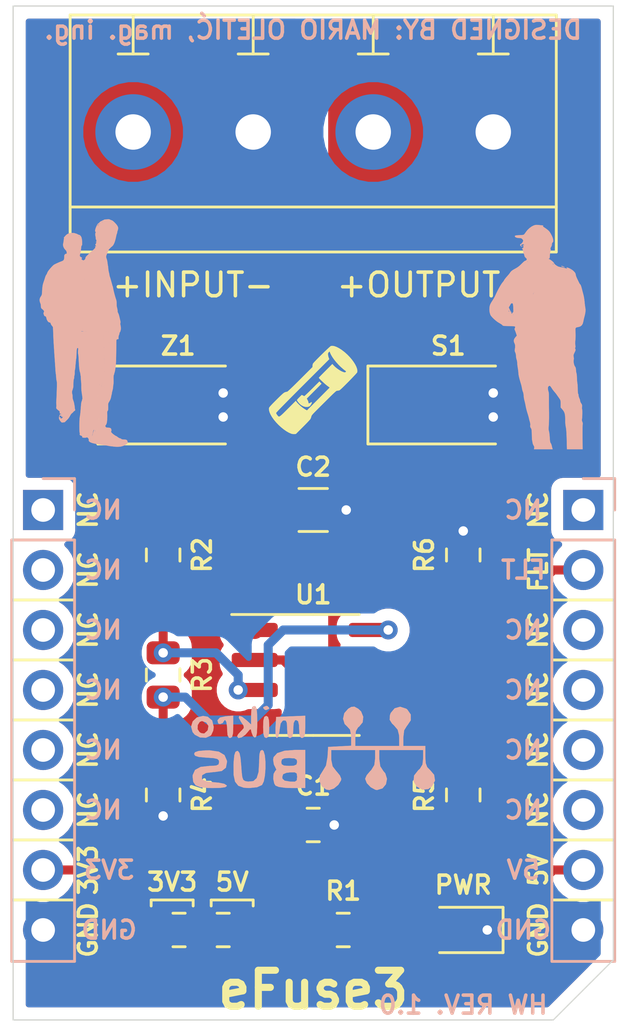
<source format=kicad_pcb>
(kicad_pcb (version 20171130) (host pcbnew "(5.1.5)-3")

  (general
    (thickness 1.6)
    (drawings 65)
    (tracks 66)
    (zones 0)
    (modules 20)
    (nets 24)
  )

  (page A4)
  (layers
    (0 F.Cu signal)
    (31 B.Cu signal)
    (32 B.Adhes user)
    (33 F.Adhes user)
    (34 B.Paste user)
    (35 F.Paste user)
    (36 B.SilkS user)
    (37 F.SilkS user)
    (38 B.Mask user)
    (39 F.Mask user)
    (40 Dwgs.User user)
    (41 Cmts.User user)
    (42 Eco1.User user)
    (43 Eco2.User user)
    (44 Edge.Cuts user)
    (45 Margin user)
    (46 B.CrtYd user)
    (47 F.CrtYd user)
    (48 B.Fab user)
    (49 F.Fab user)
  )

  (setup
    (last_trace_width 0.25)
    (user_trace_width 0.254)
    (user_trace_width 0.381)
    (user_trace_width 0.508)
    (user_trace_width 0.635)
    (user_trace_width 0.762)
    (user_trace_width 1.016)
    (trace_clearance 0.2)
    (zone_clearance 0.508)
    (zone_45_only no)
    (trace_min 0.2)
    (via_size 0.8)
    (via_drill 0.4)
    (via_min_size 0.4)
    (via_min_drill 0.3)
    (uvia_size 0.3)
    (uvia_drill 0.1)
    (uvias_allowed no)
    (uvia_min_size 0.2)
    (uvia_min_drill 0.1)
    (edge_width 0.05)
    (segment_width 0.2)
    (pcb_text_width 0.3)
    (pcb_text_size 1.5 1.5)
    (mod_edge_width 0.12)
    (mod_text_size 1 1)
    (mod_text_width 0.15)
    (pad_size 1.524 1.524)
    (pad_drill 0.762)
    (pad_to_mask_clearance 0.051)
    (solder_mask_min_width 0.25)
    (aux_axis_origin 0 0)
    (visible_elements 7FFFFF7F)
    (pcbplotparams
      (layerselection 0x010fc_ffffffff)
      (usegerberextensions false)
      (usegerberattributes false)
      (usegerberadvancedattributes false)
      (creategerberjobfile false)
      (excludeedgelayer true)
      (linewidth 0.100000)
      (plotframeref false)
      (viasonmask false)
      (mode 1)
      (useauxorigin false)
      (hpglpennumber 1)
      (hpglpenspeed 20)
      (hpglpendiameter 15.000000)
      (psnegative false)
      (psa4output false)
      (plotreference true)
      (plotvalue true)
      (plotinvisibletext false)
      (padsonsilk false)
      (subtractmaskfromsilk false)
      (outputformat 1)
      (mirror false)
      (drillshape 0)
      (scaleselection 1)
      (outputdirectory "OutputFiles/"))
  )

  (net 0 "")
  (net 1 "Net-(C1-Pad1)")
  (net 2 GND)
  (net 3 "Net-(D1-Pad2)")
  (net 4 "Net-(J1-Pad1)")
  (net 5 "Net-(J1-Pad2)")
  (net 6 "Net-(J1-Pad3)")
  (net 7 "Net-(J1-Pad4)")
  (net 8 "Net-(J1-Pad5)")
  (net 9 "Net-(J1-Pad6)")
  (net 10 +3V3)
  (net 11 +BATT)
  (net 12 +12V)
  (net 13 +5V)
  (net 14 "Net-(J3-Pad6)")
  (net 15 "Net-(J3-Pad5)")
  (net 16 "Net-(J3-Pad4)")
  (net 17 "Net-(J3-Pad3)")
  (net 18 /FLT)
  (net 19 "Net-(J3-Pad1)")
  (net 20 VCC)
  (net 21 "Net-(R2-Pad2)")
  (net 22 "Net-(R3-Pad2)")
  (net 23 "Net-(R6-Pad1)")

  (net_class Default "This is the default net class."
    (clearance 0.2)
    (trace_width 0.25)
    (via_dia 0.8)
    (via_drill 0.4)
    (uvia_dia 0.3)
    (uvia_drill 0.1)
    (add_net +12V)
    (add_net +3V3)
    (add_net +5V)
    (add_net +BATT)
    (add_net /FLT)
    (add_net GND)
    (add_net "Net-(C1-Pad1)")
    (add_net "Net-(D1-Pad2)")
    (add_net "Net-(J1-Pad1)")
    (add_net "Net-(J1-Pad2)")
    (add_net "Net-(J1-Pad3)")
    (add_net "Net-(J1-Pad4)")
    (add_net "Net-(J1-Pad5)")
    (add_net "Net-(J1-Pad6)")
    (add_net "Net-(J3-Pad1)")
    (add_net "Net-(J3-Pad3)")
    (add_net "Net-(J3-Pad4)")
    (add_net "Net-(J3-Pad5)")
    (add_net "Net-(J3-Pad6)")
    (add_net "Net-(R2-Pad2)")
    (add_net "Net-(R3-Pad2)")
    (add_net "Net-(R6-Pad1)")
    (add_net VCC)
  )

  (module TPS25921A_eFuse:e_fuse (layer F.Cu) (tedit 0) (tstamp 5EB44D1C)
    (at 215.9 100.33)
    (fp_text reference G*** (at 0 0) (layer F.SilkS) hide
      (effects (font (size 1.524 1.524) (thickness 0.3)))
    )
    (fp_text value LOGO (at 0.75 0) (layer F.SilkS) hide
      (effects (font (size 1.524 1.524) (thickness 0.3)))
    )
    (fp_poly (pts (xy 0.304798 -0.311152) (xy 0.348462 -0.266103) (xy 0.036101 0.047923) (xy -0.27626 0.36195)
      (xy -0.23973 0.430075) (xy -0.219733 0.473615) (xy -0.206464 0.514473) (xy -0.2032 0.536227)
      (xy -0.200901 0.562374) (xy -0.189056 0.56952) (xy -0.168275 0.565927) (xy -0.132396 0.55219)
      (xy -0.098425 0.53242) (xy -0.074899 0.51656) (xy -0.065337 0.515723) (xy -0.063501 0.529535)
      (xy -0.0635 0.530328) (xy -0.071998 0.567233) (xy -0.093617 0.611532) (xy -0.122552 0.653684)
      (xy -0.152996 0.684147) (xy -0.159854 0.688643) (xy -0.22795 0.713395) (xy -0.305893 0.71656)
      (xy -0.384157 0.699859) (xy -0.436681 0.677736) (xy -0.492275 0.64701) (xy -0.521959 0.626855)
      (xy -0.557422 0.596045) (xy -0.595552 0.556641) (xy -0.631868 0.514128) (xy -0.661889 0.473992)
      (xy -0.681133 0.441722) (xy -0.6858 0.426259) (xy -0.67727 0.412085) (xy -0.654151 0.384509)
      (xy -0.620156 0.347746) (xy -0.586117 0.313055) (xy -0.486434 0.213957) (xy -0.441618 0.232682)
      (xy -0.409854 0.248782) (xy -0.389108 0.26442) (xy -0.38726 0.266846) (xy -0.3755 0.262639)
      (xy -0.346585 0.239947) (xy -0.300648 0.198892) (xy -0.237821 0.139597) (xy -0.158238 0.062184)
      (xy -0.062032 -0.033223) (xy -0.058292 -0.036959) (xy 0.261134 -0.356202) (xy 0.304798 -0.311152)) (layer F.SilkS) (width 0.01))
    (fp_poly (pts (xy 0.901307 -1.850967) (xy 0.992485 -1.817107) (xy 1.092494 -1.765339) (xy 1.199351 -1.696578)
      (xy 1.311075 -1.61174) (xy 1.3335 -1.5932) (xy 1.441014 -1.496699) (xy 1.539855 -1.395394)
      (xy 1.628507 -1.291698) (xy 1.705454 -1.188024) (xy 1.76918 -1.086784) (xy 1.818168 -0.990391)
      (xy 1.850902 -0.901257) (xy 1.865867 -0.821794) (xy 1.861545 -0.754415) (xy 1.861293 -0.753376)
      (xy 1.850629 -0.736925) (xy 1.824137 -0.705148) (xy 1.784178 -0.660451) (xy 1.733112 -0.60524)
      (xy 1.673298 -0.541918) (xy 1.607096 -0.472893) (xy 1.536867 -0.40057) (xy 1.46497 -0.327353)
      (xy 1.393765 -0.255649) (xy 1.325611 -0.187863) (xy 1.26287 -0.1264) (xy 1.2079 -0.073665)
      (xy 1.163061 -0.032065) (xy 1.130713 -0.004004) (xy 1.115055 0.007273) (xy 1.07967 0.019092)
      (xy 1.035997 0.025178) (xy 1.027243 0.0254) (xy 1.015723 0.025632) (xy 1.004532 0.027235)
      (xy 0.99216 0.031566) (xy 0.977098 0.039983) (xy 0.957836 0.053844) (xy 0.932866 0.074507)
      (xy 0.900679 0.103329) (xy 0.859765 0.141668) (xy 0.808615 0.190883) (xy 0.74572 0.25233)
      (xy 0.669571 0.327369) (xy 0.578658 0.417356) (xy 0.471473 0.523649) (xy 0.452043 0.542925)
      (xy 0.341902 0.652233) (xy 0.248409 0.745203) (xy 0.170159 0.823362) (xy 0.105747 0.888237)
      (xy 0.053767 0.941357) (xy 0.012813 0.984248) (xy -0.018519 1.018438) (xy -0.041637 1.045456)
      (xy -0.057944 1.066828) (xy -0.068848 1.084082) (xy -0.075753 1.098746) (xy -0.080065 1.112347)
      (xy -0.08272 1.124109) (xy -0.096482 1.172173) (xy -0.11567 1.217982) (xy -0.123511 1.232059)
      (xy -0.139164 1.251745) (xy -0.170502 1.28672) (xy -0.215114 1.33445) (xy -0.270586 1.392403)
      (xy -0.334506 1.458045) (xy -0.40446 1.528845) (xy -0.442883 1.567319) (xy -0.734546 1.858289)
      (xy -0.802248 1.862422) (xy -0.852946 1.861555) (xy -0.902982 1.854594) (xy -0.921114 1.849847)
      (xy -1.0232 1.807153) (xy -1.132593 1.74477) (xy -1.245748 1.665971) (xy -1.35912 1.574031)
      (xy -1.469163 1.472226) (xy -1.572332 1.363829) (xy -1.665083 1.252115) (xy -1.743868 1.14036)
      (xy -1.80387 1.034453) (xy -1.829717 0.973752) (xy -1.5748 0.973752) (xy -1.567206 0.99762)
      (xy -1.547432 1.032504) (xy -1.523705 1.065659) (xy -1.503605 1.091003) (xy -1.485946 1.110657)
      (xy -1.468762 1.123458) (xy -1.450087 1.12824) (xy -1.427957 1.123842) (xy -1.400405 1.109097)
      (xy -1.365465 1.082844) (xy -1.321173 1.043918) (xy -1.265562 0.991155) (xy -1.196668 0.923391)
      (xy -1.112524 0.839462) (xy -1.070171 0.797121) (xy -0.736814 0.463943) (xy -0.715071 0.495496)
      (xy -0.665239 0.557553) (xy -0.598811 0.625582) (xy -0.521934 0.694253) (xy -0.440761 0.758238)
      (xy -0.36144 0.812208) (xy -0.325108 0.833385) (xy -0.262866 0.867272) (xy 0.219725 0.382814)
      (xy 0.702316 -0.101643) (xy 0.589283 -0.186821) (xy 0.548123 -0.219626) (xy 0.499551 -0.261135)
      (xy 0.447021 -0.308061) (xy 0.393988 -0.357118) (xy 0.343904 -0.40502) (xy 0.300224 -0.44848)
      (xy 0.266401 -0.484211) (xy 0.245889 -0.508926) (xy 0.2413 -0.51796) (xy 0.249958 -0.528887)
      (xy 0.274499 -0.555483) (xy 0.312773 -0.595531) (xy 0.362631 -0.646812) (xy 0.421923 -0.707108)
      (xy 0.488499 -0.774199) (xy 0.52561 -0.811362) (xy 0.80992 -1.095461) (xy 0.858985 -1.040869)
      (xy 0.931749 -0.968791) (xy 1.015786 -0.900144) (xy 1.105021 -0.838993) (xy 1.193379 -0.789401)
      (xy 1.274785 -0.755432) (xy 1.294383 -0.749574) (xy 1.330302 -0.741466) (xy 1.352312 -0.742964)
      (xy 1.370536 -0.755445) (xy 1.375907 -0.760663) (xy 1.392711 -0.780328) (xy 1.396294 -0.790665)
      (xy 1.287389 -0.873831) (xy 1.179006 -0.968811) (xy 1.074298 -1.071977) (xy 0.976418 -1.179703)
      (xy 0.888518 -1.288359) (xy 0.813753 -1.394319) (xy 0.755273 -1.493953) (xy 0.722674 -1.565779)
      (xy 0.694589 -1.639307) (xy 0.658444 -1.604677) (xy 0.634903 -1.576915) (xy 0.624386 -1.546142)
      (xy 0.6223 -1.509401) (xy 0.627085 -1.46219) (xy 0.639333 -1.407477) (xy 0.649202 -1.376851)
      (xy 0.676104 -1.304948) (xy -0.449348 -0.179232) (xy -0.632962 0.004585) (xy -0.798869 0.171018)
      (xy -0.947478 0.320484) (xy -1.079197 0.453403) (xy -1.194435 0.570193) (xy -1.293601 0.671274)
      (xy -1.377104 0.757064) (xy -1.445353 0.827982) (xy -1.498756 0.884446) (xy -1.537722 0.926876)
      (xy -1.562661 0.955691) (xy -1.57398 0.971309) (xy -1.5748 0.973752) (xy -1.829717 0.973752)
      (xy -1.84584 0.93589) (xy -1.868229 0.851932) (xy -1.870919 0.783091) (xy -1.866451 0.759893)
      (xy -1.857833 0.742078) (xy -1.838828 0.715788) (xy -1.80805 0.679507) (xy -1.764107 0.631718)
      (xy -1.705613 0.570906) (xy -1.631179 0.495554) (xy -1.552738 0.417352) (xy -1.468673 0.334235)
      (xy -1.400253 0.267339) (xy -1.345321 0.214768) (xy -1.30172 0.174625) (xy -1.267292 0.145014)
      (xy -1.239881 0.12404) (xy -1.217327 0.109805) (xy -1.197475 0.100414) (xy -1.188363 0.097101)
      (xy -1.147026 0.084929) (xy -1.112024 0.077394) (xy -1.099819 0.0762) (xy -1.084235 0.067012)
      (xy -1.051183 0.03948) (xy -1.000714 -0.006348) (xy -0.932879 -0.070422) (xy -0.847729 -0.152695)
      (xy -0.745314 -0.253119) (xy -0.625685 -0.371646) (xy -0.549632 -0.447469) (xy -0.0254 -0.971138)
      (xy -0.0254 -1.02595) (xy -0.021102 -1.069426) (xy -0.010451 -1.108196) (xy -0.007274 -1.115056)
      (xy 0.00774 -1.13526) (xy 0.038287 -1.169912) (xy 0.081962 -1.216651) (xy 0.13636 -1.273117)
      (xy 0.199075 -1.336952) (xy 0.267702 -1.405795) (xy 0.339836 -1.477286) (xy 0.41307 -1.549065)
      (xy 0.485 -1.618772) (xy 0.55322 -1.684049) (xy 0.615324 -1.742533) (xy 0.668908 -1.791867)
      (xy 0.711566 -1.82969) (xy 0.740891 -1.853641) (xy 0.753375 -1.861294) (xy 0.820943 -1.866001)
      (xy 0.901307 -1.850967)) (layer F.SilkS) (width 0.01))
  )

  (module TPS25921A_eFuse:me_logo2 (layer B.Cu) (tedit 0) (tstamp 5EB44CA4)
    (at 225.552 98.044 180)
    (fp_text reference G*** (at 0 0) (layer B.SilkS) hide
      (effects (font (size 1.524 1.524) (thickness 0.3)) (justify mirror))
    )
    (fp_text value LOGO (at 0.75 0) (layer B.SilkS) hide
      (effects (font (size 1.524 1.524) (thickness 0.3)) (justify mirror))
    )
    (fp_poly (pts (xy 1.27 1.007534) (xy 1.261533 0.999067) (xy 1.253067 1.007534) (xy 1.261533 1.016)
      (xy 1.27 1.007534)) (layer B.SilkS) (width 0.01))
    (fp_poly (pts (xy 0.838519 3.814521) (xy 0.835857 3.801534) (xy 0.823838 3.779253) (xy 0.819455 3.776134)
      (xy 0.813536 3.789961) (xy 0.8128 3.801534) (xy 0.821662 3.824072) (xy 0.829202 3.826934)
      (xy 0.838519 3.814521)) (layer B.SilkS) (width 0.01))
    (fp_poly (pts (xy -0.852041 2.955613) (xy -0.8636 2.94817) (xy -0.898462 2.934605) (xy -0.9398 2.923981)
      (xy -0.9906 2.913925) (xy -0.9398 2.937866) (xy -0.902054 2.952894) (xy -0.869752 2.961551)
      (xy -0.850533 2.962801) (xy -0.852041 2.955613)) (layer B.SilkS) (width 0.01))
    (fp_poly (pts (xy 0.267872 4.692533) (xy 0.324196 4.674392) (xy 0.409652 4.630447) (xy 0.499056 4.564353)
      (xy 0.582333 4.484791) (xy 0.649408 4.400439) (xy 0.658249 4.386614) (xy 0.692052 4.337552)
      (xy 0.724589 4.299795) (xy 0.741741 4.285914) (xy 0.774023 4.277122) (xy 0.82874 4.270165)
      (xy 0.894463 4.26646) (xy 0.899154 4.26636) (xy 0.995042 4.262932) (xy 1.060802 4.256444)
      (xy 1.100087 4.246211) (xy 1.116551 4.23155) (xy 1.1176 4.225469) (xy 1.101911 4.194215)
      (xy 1.059555 4.16902) (xy 0.997595 4.152932) (xy 0.939626 4.148667) (xy 0.878945 4.145708)
      (xy 0.838946 4.134212) (xy 0.806758 4.110247) (xy 0.803564 4.107103) (xy 0.775282 4.072485)
      (xy 0.762121 4.043889) (xy 0.762 4.041971) (xy 0.774488 3.993474) (xy 0.805165 3.942262)
      (xy 0.843852 3.90412) (xy 0.854984 3.897816) (xy 0.886761 3.879622) (xy 0.894015 3.857796)
      (xy 0.880921 3.81937) (xy 0.880534 3.818467) (xy 0.869445 3.795768) (xy 0.865591 3.804702)
      (xy 0.86479 3.823119) (xy 0.851717 3.855572) (xy 0.821544 3.878289) (xy 0.784453 3.889055)
      (xy 0.750626 3.885653) (xy 0.730242 3.865867) (xy 0.728134 3.852865) (xy 0.737114 3.829992)
      (xy 0.745067 3.826934) (xy 0.761045 3.840162) (xy 0.762 3.846689) (xy 0.768654 3.858231)
      (xy 0.77288 3.855565) (xy 0.772892 3.835538) (xy 0.763684 3.820496) (xy 0.752184 3.790246)
      (xy 0.754083 3.754143) (xy 0.766314 3.724676) (xy 0.785814 3.714337) (xy 0.789489 3.715325)
      (xy 0.809019 3.719056) (xy 0.808564 3.704954) (xy 0.787665 3.66889) (xy 0.783638 3.662702)
      (xy 0.763865 3.614744) (xy 0.759473 3.570557) (xy 0.753799 3.520621) (xy 0.737835 3.484891)
      (xy 0.717093 3.437857) (xy 0.7112 3.400339) (xy 0.696735 3.352522) (xy 0.6604 3.316256)
      (xy 0.626909 3.284681) (xy 0.610071 3.255461) (xy 0.6096 3.251402) (xy 0.623889 3.211825)
      (xy 0.65794 3.186555) (xy 0.675785 3.183467) (xy 0.700125 3.172149) (xy 0.738925 3.142542)
      (xy 0.781738 3.103033) (xy 0.855721 3.030045) (xy 0.914287 2.975651) (xy 0.965218 2.933773)
      (xy 1.016297 2.898333) (xy 1.075308 2.863254) (xy 1.121029 2.83808) (xy 1.203909 2.789904)
      (xy 1.260917 2.74825) (xy 1.298146 2.708444) (xy 1.306652 2.695701) (xy 1.341897 2.644987)
      (xy 1.387083 2.588613) (xy 1.407683 2.5654) (xy 1.462253 2.504382) (xy 1.510824 2.446202)
      (xy 1.548624 2.396952) (xy 1.570886 2.362722) (xy 1.5748 2.351994) (xy 1.585163 2.332122)
      (xy 1.611534 2.297271) (xy 1.629833 2.275791) (xy 1.672433 2.219577) (xy 1.724196 2.13849)
      (xy 1.781537 2.039031) (xy 1.840871 1.927701) (xy 1.898611 1.811002) (xy 1.951173 1.695436)
      (xy 1.955718 1.684867) (xy 1.97817 1.640395) (xy 2.013799 1.578558) (xy 2.056467 1.509809)
      (xy 2.076746 1.478774) (xy 2.127886 1.396772) (xy 2.160863 1.329679) (xy 2.180317 1.267363)
      (xy 2.185318 1.241707) (xy 2.194458 1.120076) (xy 2.182883 1.001554) (xy 2.151915 0.898098)
      (xy 2.145873 0.885016) (xy 2.116057 0.841085) (xy 2.065979 0.784575) (xy 2.00304 0.722447)
      (xy 1.93464 0.661662) (xy 1.86818 0.60918) (xy 1.81595 0.574691) (xy 1.728303 0.52314)
      (xy 1.671251 0.485765) (xy 1.644671 0.462483) (xy 1.642533 0.457363) (xy 1.630787 0.443565)
      (xy 1.594024 0.433295) (xy 1.529955 0.426282) (xy 1.436294 0.422258) (xy 1.33472 0.420994)
      (xy 1.235536 0.419666) (xy 1.166376 0.41542) (xy 1.123422 0.406679) (xy 1.102859 0.391869)
      (xy 1.100869 0.369414) (xy 1.113635 0.33774) (xy 1.117079 0.331175) (xy 1.129425 0.290952)
      (xy 1.117899 0.254559) (xy 1.101852 0.218395) (xy 1.08097 0.163371) (xy 1.064548 0.115705)
      (xy 1.031289 0.014392) (xy 1.090421 -0.05106) (xy 1.143497 -0.126691) (xy 1.163016 -0.199257)
      (xy 1.149092 -0.269353) (xy 1.136301 -0.293474) (xy 1.107741 -0.369787) (xy 1.102076 -0.466198)
      (xy 1.116759 -0.565418) (xy 1.123483 -0.620136) (xy 1.111292 -0.668059) (xy 1.099421 -0.692167)
      (xy 1.074375 -0.765795) (xy 1.0668 -0.842726) (xy 1.061762 -0.908247) (xy 1.049011 -0.970857)
      (xy 1.0414 -0.993212) (xy 1.025218 -1.049991) (xy 1.016477 -1.115796) (xy 1.015977 -1.132368)
      (xy 1.012908 -1.186928) (xy 1.004801 -1.260545) (xy 0.993271 -1.339073) (xy 0.9906 -1.354667)
      (xy 0.978583 -1.432036) (xy 0.96964 -1.507033) (xy 0.965377 -1.565725) (xy 0.965227 -1.5748)
      (xy 0.95944 -1.633584) (xy 0.943025 -1.718233) (xy 0.917368 -1.822947) (xy 0.883853 -1.941927)
      (xy 0.85601 -2.032) (xy 0.839431 -2.092818) (xy 0.823151 -2.166884) (xy 0.814905 -2.212612)
      (xy 0.801627 -2.277629) (xy 0.784798 -2.336368) (xy 0.772623 -2.366496) (xy 0.758275 -2.410141)
      (xy 0.747396 -2.472355) (xy 0.743132 -2.524551) (xy 0.735574 -2.604104) (xy 0.720477 -2.689584)
      (xy 0.70909 -2.734733) (xy 0.690412 -2.806072) (xy 0.671616 -2.891256) (xy 0.658243 -2.963333)
      (xy 0.643466 -3.036852) (xy 0.621205 -3.127551) (xy 0.595213 -3.22066) (xy 0.582194 -3.262862)
      (xy 0.557772 -3.341875) (xy 0.536496 -3.415941) (xy 0.521236 -3.474793) (xy 0.515919 -3.499929)
      (xy 0.502526 -3.559123) (xy 0.483286 -3.623627) (xy 0.478886 -3.636182) (xy 0.460733 -3.73026)
      (xy 0.463837 -3.776974) (xy 0.467022 -3.832245) (xy 0.452313 -3.875828) (xy 0.438877 -3.896619)
      (xy 0.423835 -3.921344) (xy 0.413349 -3.950434) (xy 0.406423 -3.990621) (xy 0.402064 -4.048636)
      (xy 0.399278 -4.131211) (xy 0.39842 -4.170693) (xy 0.396077 -4.256089) (xy 0.392838 -4.330493)
      (xy 0.389103 -4.386685) (xy 0.38527 -4.417442) (xy 0.384646 -4.4196) (xy 0.376883 -4.451923)
      (xy 0.369034 -4.501137) (xy 0.367151 -4.516381) (xy 0.352811 -4.574493) (xy 0.327878 -4.626604)
      (xy 0.322248 -4.634459) (xy 0.29607 -4.681569) (xy 0.295228 -4.732755) (xy 0.295925 -4.736645)
      (xy 0.306335 -4.792133) (xy -0.478083 -4.792133) (xy -0.466365 -4.754033) (xy -0.455535 -4.713517)
      (xy -0.442747 -4.65869) (xy -0.438951 -4.641024) (xy -0.422898 -4.587391) (xy -0.401741 -4.543902)
      (xy -0.394724 -4.534587) (xy -0.381269 -4.511509) (xy -0.371023 -4.472567) (xy -0.363066 -4.412254)
      (xy -0.356473 -4.325065) (xy -0.354809 -4.29623) (xy -0.348561 -4.210071) (xy -0.340118 -4.131081)
      (xy -0.330617 -4.068347) (xy -0.321781 -4.032426) (xy -0.311627 -3.991893) (xy -0.307692 -3.93593)
      (xy -0.309746 -3.857669) (xy -0.313895 -3.79536) (xy -0.322303 -3.642346) (xy -0.326482 -3.462369)
      (xy -0.326344 -3.26208) (xy -0.323254 -3.0988) (xy -0.322161 -3.03791) (xy -0.321325 -2.952198)
      (xy -0.3208 -2.850707) (xy -0.320638 -2.742482) (xy -0.320742 -2.677115) (xy -0.320213 -2.579811)
      (xy -0.318219 -2.493873) (xy -0.315019 -2.425201) (xy -0.310872 -2.379696) (xy -0.306981 -2.363848)
      (xy -0.296548 -2.337231) (xy -0.28611 -2.289904) (xy -0.281366 -2.258597) (xy -0.277049 -2.200677)
      (xy -0.283826 -2.16237) (xy -0.301875 -2.133007) (xy -0.333469 -2.106552) (xy -0.365128 -2.108621)
      (xy -0.399914 -2.140644) (xy -0.436158 -2.195796) (xy -0.475447 -2.255995) (xy -0.524315 -2.320979)
      (xy -0.551177 -2.352913) (xy -0.59364 -2.402389) (xy -0.630625 -2.448524) (xy -0.647905 -2.472266)
      (xy -0.671938 -2.507374) (xy -0.707989 -2.558877) (xy -0.748293 -2.615685) (xy -0.748661 -2.6162)
      (xy -0.782834 -2.665123) (xy -0.804204 -2.702609) (xy -0.815863 -2.739383) (xy -0.8209 -2.786171)
      (xy -0.822406 -2.853698) (xy -0.822573 -2.872743) (xy -0.82388 -3.027687) (xy -0.893268 -3.106516)
      (xy -0.940952 -3.167263) (xy -0.974988 -3.229012) (xy -0.997409 -3.299104) (xy -1.010248 -3.384883)
      (xy -1.015539 -3.493691) (xy -1.016 -3.549723) (xy -1.018927 -3.670808) (xy -1.02729 -3.773868)
      (xy -1.04046 -3.851353) (xy -1.041465 -3.855314) (xy -1.05191 -3.912298) (xy -1.06086 -3.997992)
      (xy -1.068414 -4.113806) (xy -1.074672 -4.261153) (xy -1.078041 -4.372607) (xy -1.089153 -4.792133)
      (xy -1.748279 -4.792133) (xy -1.742932 -4.288367) (xy -1.742005 -4.158983) (xy -1.741994 -4.038869)
      (xy -1.742831 -3.932688) (xy -1.744451 -3.8451) (xy -1.746788 -3.780769) (xy -1.749776 -3.744356)
      (xy -1.750703 -3.739857) (xy -1.751686 -3.682419) (xy -1.735453 -3.640254) (xy -1.715538 -3.574772)
      (xy -1.719217 -3.52413) (xy -1.725383 -3.478311) (xy -1.730185 -3.414859) (xy -1.733485 -3.341739)
      (xy -1.735147 -3.266916) (xy -1.735036 -3.198354) (xy -1.733013 -3.144021) (xy -1.728944 -3.111879)
      (xy -1.72637 -3.106753) (xy -1.72085 -3.086998) (xy -1.71984 -3.044234) (xy -1.722143 -3.005276)
      (xy -1.724945 -2.946468) (xy -1.718042 -2.906137) (xy -1.697946 -2.869467) (xy -1.686506 -2.853911)
      (xy -1.658371 -2.805853) (xy -1.643322 -2.758385) (xy -1.642533 -2.748312) (xy -1.634424 -2.702136)
      (xy -1.614358 -2.648477) (xy -1.608666 -2.637177) (xy -1.586459 -2.581362) (xy -1.575161 -2.524832)
      (xy -1.5748 -2.515661) (xy -1.570317 -2.473461) (xy -1.559374 -2.448029) (xy -1.557866 -2.446866)
      (xy -1.550625 -2.4263) (xy -1.544987 -2.379052) (xy -1.541607 -2.312295) (xy -1.540933 -2.261912)
      (xy -1.539268 -2.17692) (xy -1.534802 -2.094037) (xy -1.52833 -2.025873) (xy -1.524452 -2.00052)
      (xy -1.516325 -1.941361) (xy -1.50971 -1.86332) (xy -1.50582 -1.781381) (xy -1.505467 -1.765375)
      (xy -1.502393 -1.692522) (xy -1.496401 -1.628245) (xy -1.488609 -1.583413) (xy -1.485858 -1.5748)
      (xy -1.475692 -1.534113) (xy -1.468052 -1.47537) (xy -1.465537 -1.435179) (xy -1.458487 -1.364849)
      (xy -1.441141 -1.317686) (xy -1.427747 -1.299713) (xy -1.402459 -1.25598) (xy -1.381519 -1.192143)
      (xy -1.367543 -1.121152) (xy -1.363148 -1.055957) (xy -1.369716 -1.012489) (xy -1.376912 -0.958276)
      (xy -1.368475 -0.890402) (xy -1.360748 -0.845491) (xy -1.36175 -0.808885) (xy -1.373812 -0.768643)
      (xy -1.399266 -0.712823) (xy -1.405731 -0.69963) (xy -1.433628 -0.64043) (xy -1.447189 -0.601803)
      (xy -1.448338 -0.574619) (xy -1.439001 -0.549743) (xy -1.437806 -0.54748) (xy -1.424986 -0.511552)
      (xy -1.434076 -0.494199) (xy -1.44408 -0.470879) (xy -1.442105 -0.41927) (xy -1.438212 -0.391577)
      (xy -1.432498 -0.31472) (xy -1.435356 -0.22263) (xy -1.440562 -0.171443) (xy -1.446727 -0.097151)
      (xy -1.449465 -0.003875) (xy -1.448509 0.093649) (xy -1.446276 0.144377) (xy -1.441707 0.233239)
      (xy -1.442313 0.294259) (xy -1.450916 0.333381) (xy -1.470334 0.356547) (xy -1.503387 0.3697)
      (xy -1.552897 0.378783) (xy -1.557866 0.379544) (xy -1.64376 0.404068) (xy -1.707219 0.44981)
      (xy -1.751096 0.519946) (xy -1.778243 0.617652) (xy -1.779742 0.626534) (xy -1.792487 0.69256)
      (xy -1.808243 0.758759) (xy -1.811471 0.770467) (xy -1.846199 0.905934) (xy 1.171701 0.905934)
      (xy 1.173532 0.877014) (xy 1.178833 0.874468) (xy 1.179507 0.875978) (xy 1.182857 0.909594)
      (xy 1.180135 0.926778) (xy 1.174745 0.933683) (xy 1.171813 0.911192) (xy 1.171701 0.905934)
      (xy -1.846199 0.905934) (xy -1.846518 0.907177) (xy -1.866016 1.019944) (xy -1.868931 1.079444)
      (xy 1.177406 1.079444) (xy 1.178724 1.03151) (xy 1.184442 1.006514) (xy 1.195099 0.999075)
      (xy 1.195604 0.999067) (xy 1.216248 0.984604) (xy 1.229533 0.955325) (xy 1.236429 0.935181)
      (xy 1.245274 0.933959) (xy 1.259657 0.955403) (xy 1.283166 1.003253) (xy 1.290446 1.018825)
      (xy 1.305012 1.049867) (xy 1.354667 1.049867) (xy 1.358082 1.022952) (xy 1.37085 1.025657)
      (xy 1.374987 1.029547) (xy 1.386588 1.05259) (xy 1.374987 1.070187) (xy 1.359822 1.078522)
      (xy 1.35479 1.058017) (xy 1.354667 1.049867) (xy 1.305012 1.049867) (xy 1.319548 1.080841)
      (xy 1.346278 1.136982) (xy 1.363452 1.172255) (xy 1.376126 1.210754) (xy 1.370056 1.228621)
      (xy 1.353634 1.248961) (xy 1.330565 1.289098) (xy 1.318396 1.313666) (xy 1.291219 1.362109)
      (xy 1.264965 1.384562) (xy 1.243058 1.388534) (xy 1.222057 1.386116) (xy 1.207099 1.37539)
      (xy 1.196773 1.351148) (xy 1.189666 1.308184) (xy 1.184368 1.241288) (xy 1.17995 1.1557)
      (xy 1.177406 1.079444) (xy -1.868931 1.079444) (xy -1.870652 1.114544) (xy -1.861746 1.193687)
      (xy -1.850851 1.258596) (xy -1.839926 1.342286) (xy -1.830865 1.429727) (xy -1.828652 1.456267)
      (xy -1.818341 1.548281) (xy -1.8022 1.647635) (xy -1.78333 1.735855) (xy -1.778937 1.7526)
      (xy -1.757675 1.831326) (xy -1.747238 1.871133) (xy 0.285042 1.871133) (xy 0.315506 1.8161)
      (xy 0.339798 1.774982) (xy 0.352226 1.762017) (xy 0.355224 1.773767) (xy 0.34516 1.794459)
      (xy 0.321317 1.827126) (xy 0.319945 1.8288) (xy 0.285042 1.871133) (xy -1.747238 1.871133)
      (xy -1.736633 1.911574) (xy -1.720103 1.976959) (xy -1.719069 1.9812) (xy -1.696084 2.067463)
      (xy -1.674428 2.132964) (xy -1.655747 2.173266) (xy -1.643646 2.1844) (xy -1.634928 2.19087)
      (xy -1.620583 2.212607) (xy -1.598779 2.253104) (xy -1.567684 2.315853) (xy -1.525469 2.404345)
      (xy -1.500704 2.457021) (xy -1.476641 2.514625) (xy -1.46026 2.565774) (xy -1.455666 2.592488)
      (xy -1.446077 2.64228) (xy -1.415934 2.692524) (xy -1.360884 2.750013) (xy -1.3462 2.763245)
      (xy -1.342793 2.765813) (xy -1.284988 2.765813) (xy -1.27845 2.765285) (xy -1.25585 2.776461)
      (xy -1.230187 2.794637) (xy -1.226619 2.807064) (xy -1.244378 2.804349) (xy -1.26617 2.786781)
      (xy -1.284988 2.765813) (xy -1.342793 2.765813) (xy -1.291997 2.8041) (xy -1.227126 2.842825)
      (xy -1.162095 2.87409) (xy -1.107413 2.892563) (xy -1.085814 2.895341) (xy -1.06778 2.892562)
      (xy -1.080904 2.880819) (xy -1.083243 2.879328) (xy -1.102492 2.861441) (xy -1.094973 2.852377)
      (xy -1.066886 2.853199) (xy -1.024428 2.864968) (xy -1.016741 2.867928) (xy -0.959242 2.885759)
      (xy -0.888634 2.900815) (xy -0.850938 2.906266) (xy -0.786812 2.916997) (xy -0.728493 2.932551)
      (xy -0.702733 2.942795) (xy -0.647453 2.974692) (xy -0.596923 3.010767) (xy -0.560595 3.043291)
      (xy -0.520494 3.043291) (xy -0.517378 3.032542) (xy -0.500629 3.015163) (xy -0.492175 3.030604)
      (xy -0.491067 3.051387) (xy -0.495215 3.075953) (xy -0.509518 3.070186) (xy -0.509911 3.069796)
      (xy -0.520494 3.043291) (xy -0.560595 3.043291) (xy -0.559149 3.044585) (xy -0.542136 3.069709)
      (xy -0.541867 3.072088) (xy -0.528327 3.1006) (xy -0.492557 3.139373) (xy -0.480398 3.1496)
      (xy 0.567267 3.1496) (xy 0.568609 3.133996) (xy 0.574734 3.132667) (xy 0.591978 3.144959)
      (xy 0.592667 3.1496) (xy 0.586889 3.166093) (xy 0.5852 3.166533) (xy 0.570742 3.154668)
      (xy 0.567267 3.1496) (xy -0.480398 3.1496) (xy -0.441829 3.182038) (xy -0.383416 3.222228)
      (xy -0.346595 3.243076) (xy -0.30312 3.267053) (xy -0.289924 3.279075) (xy -0.305975 3.280098)
      (xy -0.306708 3.279996) (xy -0.328102 3.278114) (xy -0.341676 3.284125) (xy -0.349888 3.304393)
      (xy -0.355198 3.345283) (xy -0.360065 3.413157) (xy -0.360453 3.419093) (xy -0.367066 3.492541)
      (xy -0.376198 3.558632) (xy -0.386153 3.605724) (xy -0.388808 3.613791) (xy -0.398551 3.659222)
      (xy -0.391309 3.679464) (xy -0.383342 3.691003) (xy -0.383941 3.707637) (xy -0.395416 3.736832)
      (xy -0.420076 3.786052) (xy -0.430459 3.805969) (xy -0.447169 3.851408) (xy -0.448345 3.86736)
      (xy -0.434446 3.86736) (xy -0.4318 3.8608) (xy -0.416583 3.844646) (xy -0.413867 3.843867)
      (xy -0.406594 3.856968) (xy -0.4064 3.8608) (xy -0.419417 3.877083) (xy -0.424333 3.877734)
      (xy -0.434446 3.86736) (xy -0.448345 3.86736) (xy -0.450005 3.889863) (xy -0.449091 3.89354)
      (xy -0.453756 3.932608) (xy -0.475817 3.960334) (xy -0.498371 3.987181) (xy -0.506267 4.019065)
      (xy -0.502571 4.069379) (xy -0.501907 4.074306) (xy -0.483708 4.145983) (xy -0.449455 4.231979)
      (xy -0.404746 4.320571) (xy -0.355174 4.400034) (xy -0.331625 4.431091) (xy -0.292993 4.469569)
      (xy -0.236388 4.515934) (xy -0.173103 4.561033) (xy -0.163868 4.567036) (xy -0.104593 4.606933)
      (xy -0.07228 4.633998) (xy -0.063907 4.651142) (xy -0.06931 4.658) (xy -0.082402 4.668118)
      (xy -0.07668 4.674267) (xy -0.046293 4.679162) (xy -0.016933 4.682304) (xy 0.022891 4.686471)
      (xy 0.081582 4.69271) (xy 0.128702 4.697763) (xy 0.204089 4.701607) (xy 0.267872 4.692533)) (layer B.SilkS) (width 0.01))
  )

  (module TPS25921A_eFuse:m&d_logo4 (layer B.Cu) (tedit 0) (tstamp 5EB44C44)
    (at 206.502 97.79 180)
    (fp_text reference G*** (at 0 0) (layer B.SilkS) hide
      (effects (font (size 1.524 1.524) (thickness 0.3)) (justify mirror))
    )
    (fp_text value LOGO (at 0.75 0) (layer B.SilkS) hide
      (effects (font (size 1.524 1.524) (thickness 0.3)) (justify mirror))
    )
    (fp_poly (pts (xy -0.197593 3.735917) (xy -0.196474 3.718583) (xy -0.197593 3.714751) (xy -0.200683 3.713687)
      (xy -0.201863 3.725334) (xy -0.200532 3.737353) (xy -0.197593 3.735917)) (layer B.SilkS) (width 0.01))
    (fp_poly (pts (xy -0.714662 4.684634) (xy -0.67275 4.682531) (xy -0.66216 4.681898) (xy -0.613806 4.678364)
      (xy -0.579767 4.674311) (xy -0.557428 4.669292) (xy -0.544173 4.66286) (xy -0.542512 4.661485)
      (xy -0.523716 4.649638) (xy -0.498762 4.63964) (xy -0.496301 4.63893) (xy -0.476495 4.631614)
      (xy -0.466116 4.624174) (xy -0.465667 4.622729) (xy -0.458288 4.616038) (xy -0.439707 4.608288)
      (xy -0.430048 4.605395) (xy -0.39451 4.588736) (xy -0.36207 4.559042) (xy -0.338114 4.534607)
      (xy -0.312708 4.512843) (xy -0.300321 4.504116) (xy -0.281802 4.490348) (xy -0.271614 4.478264)
      (xy -0.270933 4.475637) (xy -0.265458 4.460769) (xy -0.261613 4.456) (xy -0.253058 4.442927)
      (xy -0.240587 4.418568) (xy -0.226106 4.387333) (xy -0.211525 4.353633) (xy -0.198752 4.321879)
      (xy -0.189697 4.296482) (xy -0.186266 4.281872) (xy -0.182297 4.261466) (xy -0.177107 4.248972)
      (xy -0.172236 4.22801) (xy -0.172818 4.197337) (xy -0.173668 4.190262) (xy -0.17855 4.164524)
      (xy -0.185291 4.151924) (xy -0.195528 4.148667) (xy -0.208891 4.146873) (xy -0.209192 4.139796)
      (xy -0.196351 4.124894) (xy -0.194733 4.123267) (xy -0.185516 4.11083) (xy -0.180299 4.093534)
      (xy -0.178091 4.066756) (xy -0.1778 4.044245) (xy -0.178612 4.013148) (xy -0.180752 3.988902)
      (xy -0.183779 3.976283) (xy -0.18415 3.975806) (xy -0.189536 3.96327) (xy -0.192265 3.946878)
      (xy -0.196773 3.895283) (xy -0.201225 3.858629) (xy -0.206019 3.834933) (xy -0.211556 3.822207)
      (xy -0.21814 3.818467) (xy -0.224721 3.815891) (xy -0.227905 3.805953) (xy -0.228136 3.785339)
      (xy -0.226351 3.757084) (xy -0.22326 3.71927) (xy -0.220166 3.693833) (xy -0.215897 3.676255)
      (xy -0.209282 3.66202) (xy -0.199149 3.646612) (xy -0.19685 3.643349) (xy -0.182233 3.619396)
      (xy -0.179673 3.60153) (xy -0.189515 3.583609) (xy -0.200934 3.57088) (xy -0.215026 3.554006)
      (xy -0.217031 3.544015) (xy -0.212697 3.539704) (xy -0.195568 3.535871) (xy -0.184092 3.537183)
      (xy -0.171849 3.538003) (xy -0.169961 3.528259) (xy -0.17124 3.521328) (xy -0.177192 3.499196)
      (xy -0.181557 3.486915) (xy -0.18114 3.473347) (xy -0.172062 3.467878) (xy -0.157862 3.458038)
      (xy -0.141038 3.439469) (xy -0.135843 3.4323) (xy -0.116405 3.409651) (xy -0.08986 3.385777)
      (xy -0.074474 3.374379) (xy -0.056295 3.360293) (xy -0.02857 3.336466) (xy 0.006256 3.305115)
      (xy 0.045735 3.268455) (xy 0.08742 3.228698) (xy 0.100739 3.21577) (xy 0.144818 3.172598)
      (xy 0.178128 3.139328) (xy 0.202158 3.114179) (xy 0.218396 3.09537) (xy 0.228332 3.081119)
      (xy 0.233454 3.069646) (xy 0.235252 3.05917) (xy 0.235374 3.054716) (xy 0.241671 3.021515)
      (xy 0.258301 2.990295) (xy 0.281865 2.964819) (xy 0.308969 2.948852) (xy 0.333699 2.945739)
      (xy 0.352863 2.952044) (xy 0.375668 2.964396) (xy 0.396931 2.979299) (xy 0.411467 2.993256)
      (xy 0.414867 3.000503) (xy 0.408898 3.015245) (xy 0.402167 3.022601) (xy 0.392649 3.03639)
      (xy 0.38971 3.052249) (xy 0.393917 3.063326) (xy 0.398666 3.064934) (xy 0.410249 3.069556)
      (xy 0.430117 3.081427) (xy 0.445233 3.091769) (xy 0.467379 3.109146) (xy 0.478543 3.123688)
      (xy 0.482336 3.141149) (xy 0.4826 3.151308) (xy 0.479054 3.182515) (xy 0.470477 3.213006)
      (xy 0.470044 3.214063) (xy 0.459699 3.246257) (xy 0.449517 3.291361) (xy 0.440194 3.34536)
      (xy 0.432426 3.404239) (xy 0.427011 3.46253) (xy 0.423039 3.506541) (xy 0.417712 3.538119)
      (xy 0.409757 3.561766) (xy 0.397903 3.581982) (xy 0.390496 3.591736) (xy 0.385905 3.600931)
      (xy 0.38311 3.616448) (xy 0.382003 3.640875) (xy 0.382475 3.676799) (xy 0.384418 3.726811)
      (xy 0.384631 3.731436) (xy 0.387194 3.77609) (xy 0.390344 3.814828) (xy 0.393748 3.844447)
      (xy 0.397076 3.861742) (xy 0.398418 3.86461) (xy 0.404122 3.878231) (xy 0.4064 3.898705)
      (xy 0.413668 3.926748) (xy 0.431963 3.957461) (xy 0.492276 3.957461) (xy 0.494469 3.947216)
      (xy 0.499533 3.945467) (xy 0.507516 3.952085) (xy 0.508 3.955384) (xy 0.513234 3.969009)
      (xy 0.521432 3.980142) (xy 0.530169 3.991047) (xy 0.526559 3.993557) (xy 0.519916 3.99279)
      (xy 0.507372 3.985754) (xy 0.497368 3.972143) (xy 0.492276 3.957461) (xy 0.431963 3.957461)
      (xy 0.435415 3.963256) (xy 0.441147 3.971095) (xy 0.462438 3.997443) (xy 0.479987 4.012857)
      (xy 0.498625 4.021008) (xy 0.510239 4.023574) (xy 0.540451 4.032805) (xy 0.570497 4.047601)
      (xy 0.574976 4.050502) (xy 0.603389 4.065652) (xy 0.634212 4.076185) (xy 0.639233 4.077215)
      (xy 0.66393 4.083298) (xy 0.682418 4.090895) (xy 0.684979 4.092621) (xy 0.700644 4.098031)
      (xy 0.729116 4.101647) (xy 0.766369 4.103505) (xy 0.808377 4.103641) (xy 0.851114 4.102091)
      (xy 0.890551 4.098893) (xy 0.922664 4.094081) (xy 0.936995 4.09035) (xy 1.001892 4.059943)
      (xy 1.059547 4.016254) (xy 1.090638 3.982633) (xy 1.111499 3.957528) (xy 1.131126 3.935696)
      (xy 1.141972 3.924924) (xy 1.153586 3.91055) (xy 1.150907 3.902788) (xy 1.146329 3.893953)
      (xy 1.146632 3.874283) (xy 1.151497 3.842898) (xy 1.15728 3.809076) (xy 1.161919 3.777286)
      (xy 1.163956 3.759201) (xy 1.168271 3.720602) (xy 1.17421 3.685318) (xy 1.18079 3.658617)
      (xy 1.184515 3.649134) (xy 1.187728 3.631598) (xy 1.186907 3.603662) (xy 1.182861 3.57115)
      (xy 1.176404 3.539886) (xy 1.168346 3.515694) (xy 1.165079 3.509637) (xy 1.155153 3.491407)
      (xy 1.151467 3.479157) (xy 1.146319 3.468175) (xy 1.133139 3.448961) (xy 1.11532 3.425778)
      (xy 1.096255 3.402889) (xy 1.079339 3.384559) (xy 1.069142 3.375721) (xy 1.054169 3.358248)
      (xy 1.041601 3.329438) (xy 1.032822 3.29486) (xy 1.029219 3.260078) (xy 1.032177 3.230661)
      (xy 1.032638 3.22904) (xy 1.037798 3.215291) (xy 1.040592 3.214458) (xy 1.040672 3.215217)
      (xy 1.047319 3.22533) (xy 1.062495 3.225651) (xy 1.08226 3.217848) (xy 1.102679 3.203589)
      (xy 1.119814 3.184543) (xy 1.122309 3.180629) (xy 1.130772 3.162274) (xy 1.135449 3.139545)
      (xy 1.137055 3.107626) (xy 1.136857 3.082767) (xy 1.13876 3.027437) (xy 1.148176 2.985232)
      (xy 1.166883 2.953346) (xy 1.196656 2.928972) (xy 1.239275 2.909302) (xy 1.248833 2.905912)
      (xy 1.278302 2.895019) (xy 1.317334 2.879492) (xy 1.360074 2.8617) (xy 1.388533 2.849398)
      (xy 1.433274 2.829532) (xy 1.46879 2.813185) (xy 1.501457 2.797287) (xy 1.537646 2.778765)
      (xy 1.566987 2.763384) (xy 1.588861 2.747884) (xy 1.618424 2.72129) (xy 1.653372 2.686174)
      (xy 1.691399 2.645111) (xy 1.7302 2.600675) (xy 1.767467 2.55544) (xy 1.800898 2.511978)
      (xy 1.828185 2.472865) (xy 1.830628 2.46907) (xy 1.838724 2.453723) (xy 1.849225 2.43062)
      (xy 1.859728 2.405508) (xy 1.867831 2.384132) (xy 1.871133 2.372239) (xy 1.871134 2.372168)
      (xy 1.876953 2.360779) (xy 1.884198 2.353431) (xy 1.896919 2.337088) (xy 1.912247 2.308812)
      (xy 1.928182 2.272967) (xy 1.942727 2.233917) (xy 1.950611 2.208444) (xy 1.958815 2.18097)
      (xy 1.970731 2.143302) (xy 1.984502 2.101237) (xy 1.993553 2.074334) (xy 2.010208 2.025179)
      (xy 2.022368 1.988405) (xy 2.031093 1.960398) (xy 2.037442 1.937543) (xy 2.042475 1.916225)
      (xy 2.047254 1.89283) (xy 2.048178 1.888067) (xy 2.054973 1.84529) (xy 2.061418 1.7911)
      (xy 2.067035 1.731018) (xy 2.071344 1.670563) (xy 2.073868 1.615256) (xy 2.074326 1.58646)
      (xy 2.079373 1.52282) (xy 2.095583 1.468232) (xy 2.124583 1.417757) (xy 2.133991 1.405241)
      (xy 2.149892 1.379535) (xy 2.164806 1.346607) (xy 2.171374 1.327408) (xy 2.179504 1.269811)
      (xy 2.172464 1.206523) (xy 2.15044 1.138988) (xy 2.145561 1.127933) (xy 2.133212 1.09533)
      (xy 2.126895 1.061697) (xy 2.125134 1.019562) (xy 2.122855 0.973278) (xy 2.11463 0.938943)
      (xy 2.098371 0.912022) (xy 2.07199 0.887975) (xy 2.060983 0.880086) (xy 2.029636 0.854033)
      (xy 2.005525 0.825303) (xy 1.991749 0.798008) (xy 1.989698 0.785571) (xy 1.993198 0.768617)
      (xy 2.001854 0.745623) (xy 2.003796 0.741413) (xy 2.011157 0.724044) (xy 2.013547 0.709064)
      (xy 2.010843 0.690466) (xy 2.002924 0.662245) (xy 2.002136 0.659637) (xy 1.989134 0.622336)
      (xy 1.976112 0.599132) (xy 1.96094 0.587325) (xy 1.942693 0.5842) (xy 1.927114 0.579898)
      (xy 1.91374 0.564666) (xy 1.905198 0.548744) (xy 1.894637 0.522385) (xy 1.888608 0.498618)
      (xy 1.888067 0.492263) (xy 1.883168 0.467781) (xy 1.870388 0.435629) (xy 1.8526 0.401217)
      (xy 1.832679 0.369953) (xy 1.813499 0.347246) (xy 1.808962 0.343392) (xy 1.783189 0.328944)
      (xy 1.755683 0.320626) (xy 1.752822 0.320279) (xy 1.731964 0.31588) (xy 1.720529 0.304244)
      (xy 1.714317 0.287867) (xy 1.696184 0.239745) (xy 1.672401 0.199877) (xy 1.649537 0.171951)
      (xy 1.63099 0.148618) (xy 1.617733 0.127024) (xy 1.613875 0.116918) (xy 1.612651 0.103875)
      (xy 1.610982 0.076108) (xy 1.608969 0.035815) (xy 1.606714 -0.014804) (xy 1.604316 -0.073551)
      (xy 1.601875 -0.138224) (xy 1.600619 -0.173566) (xy 1.597945 -0.24631) (xy 1.594996 -0.319482)
      (xy 1.591921 -0.389783) (xy 1.588875 -0.453912) (xy 1.586008 -0.508569) (xy 1.583472 -0.550454)
      (xy 1.582889 -0.5588) (xy 1.579294 -0.610258) (xy 1.575217 -0.671784) (xy 1.5711 -0.736537)
      (xy 1.567383 -0.797677) (xy 1.566499 -0.8128) (xy 1.562933 -0.872328) (xy 1.558811 -0.937865)
      (xy 1.554585 -1.002369) (xy 1.550712 -1.058799) (xy 1.549836 -1.071033) (xy 1.544589 -1.144522)
      (xy 1.538821 -1.226975) (xy 1.532779 -1.314744) (xy 1.526709 -1.404183) (xy 1.520855 -1.491645)
      (xy 1.515464 -1.573482) (xy 1.510781 -1.64605) (xy 1.507051 -1.7057) (xy 1.506774 -1.710266)
      (xy 1.503497 -1.756806) (xy 1.499653 -1.799681) (xy 1.495659 -1.834885) (xy 1.491931 -1.85841)
      (xy 1.490905 -1.862666) (xy 1.487182 -1.882911) (xy 1.483455 -1.915412) (xy 1.480183 -1.955498)
      (xy 1.47802 -1.993899) (xy 1.474559 -2.044741) (xy 1.469087 -2.092525) (xy 1.462309 -2.131699)
      (xy 1.458658 -2.146299) (xy 1.447672 -2.204276) (xy 1.444364 -2.276924) (xy 1.444368 -2.277533)
      (xy 1.444953 -2.318639) (xy 1.446123 -2.371234) (xy 1.44779 -2.432929) (xy 1.449865 -2.501331)
      (xy 1.452259 -2.574049) (xy 1.454883 -2.648692) (xy 1.457649 -2.722868) (xy 1.460467 -2.794187)
      (xy 1.463249 -2.860257) (xy 1.465906 -2.918687) (xy 1.468348 -2.967086) (xy 1.470488 -3.003062)
      (xy 1.472056 -3.0226) (xy 1.47455 -3.075704) (xy 1.472065 -3.130428) (xy 1.470067 -3.147443)
      (xy 1.465614 -3.201136) (xy 1.469287 -3.246658) (xy 1.470557 -3.253276) (xy 1.475325 -3.284335)
      (xy 1.473865 -3.305855) (xy 1.468834 -3.319025) (xy 1.455432 -3.336841) (xy 1.432033 -3.360406)
      (xy 1.40272 -3.386065) (xy 1.371575 -3.410164) (xy 1.352617 -3.423048) (xy 1.336539 -3.436847)
      (xy 1.330751 -3.454951) (xy 1.330609 -3.469368) (xy 1.329342 -3.50589) (xy 1.321664 -3.527941)
      (xy 1.306838 -3.537005) (xy 1.296876 -3.53717) (xy 1.281416 -3.537574) (xy 1.274277 -3.546221)
      (xy 1.271437 -3.564277) (xy 1.270193 -3.583333) (xy 1.273129 -3.588105) (xy 1.282538 -3.581134)
      (xy 1.284803 -3.579094) (xy 1.299051 -3.568024) (xy 1.306757 -3.564466) (xy 1.314297 -3.571924)
      (xy 1.324553 -3.591422) (xy 1.335851 -3.618642) (xy 1.346519 -3.649268) (xy 1.354886 -3.678985)
      (xy 1.358711 -3.69856) (xy 1.360967 -3.726166) (xy 1.357901 -3.749584) (xy 1.348085 -3.776538)
      (xy 1.341659 -3.790655) (xy 1.322071 -3.824899) (xy 1.296843 -3.85945) (xy 1.281275 -3.876811)
      (xy 1.243875 -3.913989) (xy 1.178621 -3.90907) (xy 1.144072 -3.90576) (xy 1.122253 -3.901346)
      (xy 1.108959 -3.894534) (xy 1.100667 -3.885069) (xy 1.086395 -3.867084) (xy 1.075714 -3.857043)
      (xy 1.064439 -3.847184) (xy 1.044874 -3.828553) (xy 1.02053 -3.804523) (xy 1.01044 -3.794358)
      (xy 0.974151 -3.754595) (xy 0.941998 -3.71216) (xy 0.930012 -3.693035) (xy 1.201092 -3.693035)
      (xy 1.201924 -3.706083) (xy 1.21817 -3.724426) (xy 1.221421 -3.727222) (xy 1.251146 -3.74607)
      (xy 1.277696 -3.749049) (xy 1.300132 -3.738638) (xy 1.311216 -3.729136) (xy 1.308648 -3.723785)
      (xy 1.301799 -3.720817) (xy 1.29119 -3.712918) (xy 1.295041 -3.705319) (xy 1.31102 -3.700517)
      (xy 1.3213 -3.699933) (xy 1.340547 -3.695345) (xy 1.346052 -3.681418) (xy 1.337838 -3.657905)
      (xy 1.326813 -3.639802) (xy 1.307705 -3.617812) (xy 1.291287 -3.612264) (xy 1.277884 -3.623216)
      (xy 1.274342 -3.630083) (xy 1.264041 -3.64473) (xy 1.255292 -3.649133) (xy 1.246033 -3.653062)
      (xy 1.245603 -3.655483) (xy 1.245975 -3.668599) (xy 1.245603 -3.677686) (xy 1.242691 -3.688377)
      (xy 1.233521 -3.684318) (xy 1.2319 -3.683) (xy 1.221154 -3.668849) (xy 1.2192 -3.661296)
      (xy 1.212849 -3.646895) (xy 1.209506 -3.644141) (xy 1.203147 -3.644973) (xy 1.203994 -3.660027)
      (xy 1.204658 -3.680751) (xy 1.201092 -3.693035) (xy 0.930012 -3.693035) (xy 0.910957 -3.662631)
      (xy 0.878005 -3.601586) (xy 0.8763 -3.598245) (xy 0.848156 -3.554372) (xy 0.812383 -3.521028)
      (xy 0.809875 -3.519223) (xy 0.784083 -3.498306) (xy 0.762053 -3.475986) (xy 0.752783 -3.463668)
      (xy 0.733784 -3.441808) (xy 0.709165 -3.424156) (xy 0.707025 -3.423089) (xy 0.686536 -3.410477)
      (xy 0.678262 -3.395612) (xy 0.677333 -3.384541) (xy 0.680534 -3.360051) (xy 0.68646 -3.3431)
      (xy 0.691343 -3.326387) (xy 0.695538 -3.298601) (xy 0.698173 -3.265598) (xy 0.698249 -3.263888)
      (xy 0.700209 -3.232426) (xy 0.702891 -3.207474) (xy 0.705747 -3.19399) (xy 0.706026 -3.193455)
      (xy 0.710201 -3.18041) (xy 0.714472 -3.157759) (xy 0.715676 -3.149081) (xy 0.726138 -3.087626)
      (xy 0.742715 -3.027631) (xy 0.756488 -2.988683) (xy 0.774083 -2.937491) (xy 0.784503 -2.893935)
      (xy 0.789001 -2.850965) (xy 0.788996 -2.806088) (xy 0.79042 -2.757536) (xy 0.797918 -2.720545)
      (xy 0.799828 -2.715523) (xy 0.807198 -2.687523) (xy 0.810818 -2.651863) (xy 0.810694 -2.614642)
      (xy 0.806838 -2.581961) (xy 0.799597 -2.560463) (xy 0.790001 -2.538516) (xy 0.784636 -2.51813)
      (xy 0.779018 -2.49449) (xy 0.770102 -2.465357) (xy 0.766919 -2.456238) (xy 0.758365 -2.423026)
      (xy 0.754127 -2.387489) (xy 0.75402 -2.380038) (xy 0.754267 -2.307659) (xy 0.752851 -2.241006)
      (xy 0.749926 -2.182204) (xy 0.745645 -2.13338) (xy 0.740161 -2.09666) (xy 0.733627 -2.074172)
      (xy 0.731772 -2.070915) (xy 0.72428 -2.050722) (xy 0.720172 -2.018963) (xy 0.719667 -2.001516)
      (xy 0.717709 -1.968006) (xy 0.712665 -1.936799) (xy 0.70794 -1.92085) (xy 0.701014 -1.891625)
      (xy 0.698287 -1.847417) (xy 0.698679 -1.811866) (xy 0.698093 -1.75095) (xy 0.692094 -1.705754)
      (xy 0.688792 -1.693837) (xy 0.682033 -1.665892) (xy 0.676285 -1.629087) (xy 0.672855 -1.592237)
      (xy 0.670182 -1.552893) (xy 0.666282 -1.505483) (xy 0.661888 -1.458761) (xy 0.660755 -1.447799)
      (xy 0.656158 -1.401253) (xy 0.651648 -1.350374) (xy 0.648059 -1.304689) (xy 0.647475 -1.296252)
      (xy 0.644257 -1.261316) (xy 0.639928 -1.23146) (xy 0.635285 -1.211873) (xy 0.634028 -1.208916)
      (xy 0.631175 -1.195608) (xy 0.628446 -1.168302) (xy 0.626025 -1.129933) (xy 0.624096 -1.083435)
      (xy 0.622842 -1.031745) (xy 0.622819 -1.030263) (xy 0.620441 -0.947046) (xy 0.616074 -0.879881)
      (xy 0.609597 -0.827991) (xy 0.600893 -0.7906) (xy 0.589841 -0.766929) (xy 0.581033 -0.758339)
      (xy 0.567223 -0.754488) (xy 0.554748 -0.76455) (xy 0.553446 -0.766233) (xy 0.546886 -0.778743)
      (xy 0.544266 -0.796408) (xy 0.545262 -0.823636) (xy 0.547486 -0.846666) (xy 0.551814 -0.907806)
      (xy 0.551658 -0.965623) (xy 0.547161 -1.015199) (xy 0.541835 -1.041196) (xy 0.538201 -1.061442)
      (xy 0.534539 -1.093946) (xy 0.531299 -1.134041) (xy 0.529126 -1.172539) (xy 0.526909 -1.219109)
      (xy 0.524098 -1.273135) (xy 0.520883 -1.331462) (xy 0.517452 -1.390935) (xy 0.513995 -1.448399)
      (xy 0.510699 -1.500697) (xy 0.507753 -1.544675) (xy 0.505347 -1.577176) (xy 0.504052 -1.591733)
      (xy 0.49617 -1.657406) (xy 0.487428 -1.713124) (xy 0.47825 -1.756517) (xy 0.469574 -1.784026)
      (xy 0.461542 -1.81033) (xy 0.454921 -1.844763) (xy 0.451982 -1.870339) (xy 0.448657 -1.901105)
      (xy 0.444107 -1.926502) (xy 0.440069 -1.939235) (xy 0.436703 -1.953709) (xy 0.434076 -1.98061)
      (xy 0.432545 -2.015435) (xy 0.432299 -2.037395) (xy 0.43115 -2.0837) (xy 0.428028 -2.133362)
      (xy 0.423534 -2.177583) (xy 0.421983 -2.188633) (xy 0.418231 -2.223353) (xy 0.415456 -2.269604)
      (xy 0.413882 -2.321998) (xy 0.413736 -2.375149) (xy 0.41386 -2.383366) (xy 0.414215 -2.43335)
      (xy 0.413196 -2.480144) (xy 0.410494 -2.527056) (xy 0.405801 -2.577393) (xy 0.39881 -2.63446)
      (xy 0.389213 -2.701566) (xy 0.376816 -2.7813) (xy 0.368694 -2.839847) (xy 0.365011 -2.885216)
      (xy 0.365795 -2.916421) (xy 0.371073 -2.932476) (xy 0.372533 -2.9337) (xy 0.378601 -2.945129)
      (xy 0.381 -2.96417) (xy 0.384929 -2.988093) (xy 0.39467 -3.015787) (xy 0.397683 -3.022108)
      (xy 0.402696 -3.033237) (xy 0.407149 -3.04672) (xy 0.411241 -3.064224) (xy 0.415173 -3.087416)
      (xy 0.419143 -3.117961) (xy 0.423354 -3.157527) (xy 0.428003 -3.207781) (xy 0.433292 -3.270389)
      (xy 0.439421 -3.347017) (xy 0.444485 -3.412066) (xy 0.449253 -3.46764) (xy 0.454819 -3.522764)
      (xy 0.460682 -3.57306) (xy 0.466342 -3.614148) (xy 0.47018 -3.636433) (xy 0.477493 -3.677704)
      (xy 0.48335 -3.722385) (xy 0.487863 -3.77262) (xy 0.491142 -3.83055) (xy 0.493302 -3.898317)
      (xy 0.494452 -3.978064) (xy 0.494707 -4.071934) (xy 0.494624 -4.10363) (xy 0.494251 -4.173617)
      (xy 0.493627 -4.228674) (xy 0.492633 -4.270805) (xy 0.49115 -4.302012) (xy 0.489061 -4.324299)
      (xy 0.486249 -4.339669) (xy 0.482594 -4.350125) (xy 0.479819 -4.355071) (xy 0.471768 -4.372717)
      (xy 0.474228 -4.381558) (xy 0.481039 -4.394254) (xy 0.482042 -4.415167) (xy 0.477492 -4.4367)
      (xy 0.472017 -4.447004) (xy 0.457414 -4.45773) (xy 0.434022 -4.467625) (xy 0.426436 -4.46985)
      (xy 0.394084 -4.482211) (xy 0.377057 -4.499113) (xy 0.374041 -4.521969) (xy 0.374621 -4.525511)
      (xy 0.375702 -4.537093) (xy 0.371892 -4.545021) (xy 0.360486 -4.550251) (xy 0.338778 -4.553738)
      (xy 0.304062 -4.556437) (xy 0.283634 -4.557641) (xy 0.236312 -4.557512) (xy 0.204524 -4.550904)
      (xy 0.201084 -4.549346) (xy 0.182396 -4.542396) (xy 0.165724 -4.544706) (xy 0.151658 -4.551217)
      (xy 0.134339 -4.565435) (xy 0.117505 -4.587488) (xy 0.103984 -4.612255) (xy 0.096601 -4.634618)
      (xy 0.097767 -4.648846) (xy 0.100124 -4.66274) (xy 0.098307 -4.684225) (xy 0.098074 -4.685509)
      (xy 0.084451 -4.712794) (xy 0.054399 -4.738421) (xy 0.008361 -4.762187) (xy -0.05322 -4.783887)
      (xy -0.129903 -4.803317) (xy -0.1778 -4.81286) (xy -0.278856 -4.830799) (xy -0.376717 -4.847078)
      (xy -0.467197 -4.86103) (xy -0.546111 -4.871987) (xy -0.5588 -4.873594) (xy -0.605175 -4.879922)
      (xy -0.652446 -4.887305) (xy -0.693983 -4.894665) (xy -0.715433 -4.899075) (xy -0.754171 -4.906671)
      (xy -0.800233 -4.914065) (xy -0.844063 -4.919731) (xy -0.846667 -4.920009) (xy -0.889968 -4.924802)
      (xy -0.936141 -4.930283) (xy -0.975654 -4.935319) (xy -0.9779 -4.935622) (xy -1.027699 -4.940381)
      (xy -1.084091 -4.942571) (xy -1.14175 -4.942263) (xy -1.195349 -4.939532) (xy -1.239561 -4.934449)
      (xy -1.253066 -4.931855) (xy -1.315309 -4.916416) (xy -1.364259 -4.900743) (xy -1.403523 -4.883501)
      (xy -1.435234 -4.864381) (xy -1.463364 -4.845599) (xy -1.490492 -4.828692) (xy -1.50429 -4.820819)
      (xy -1.527765 -4.799575) (xy -1.540104 -4.76919) (xy -1.54085 -4.733664) (xy -1.529545 -4.696995)
      (xy -1.52027 -4.680988) (xy -1.505878 -4.663705) (xy -1.488142 -4.651922) (xy -1.463718 -4.644665)
      (xy -1.429264 -4.640959) (xy -1.381438 -4.639832) (xy -1.378984 -4.639826) (xy -1.335882 -4.636832)
      (xy -1.299072 -4.628739) (xy -1.272098 -4.616659) (xy -1.258647 -4.602091) (xy -1.248337 -4.593297)
      (xy -1.241544 -4.593886) (xy -1.225728 -4.592769) (xy -1.200529 -4.583246) (xy -1.169898 -4.567353)
      (xy -1.137784 -4.547122) (xy -1.109934 -4.526102) (xy -1.088246 -4.509353) (xy -1.070849 -4.498347)
      (xy -1.063882 -4.495798) (xy -1.049156 -4.490736) (xy -1.024864 -4.477133) (xy -0.994387 -4.45736)
      (xy -0.961107 -4.433791) (xy -0.928406 -4.408796) (xy -0.899664 -4.384749) (xy -0.88265 -4.368669)
      (xy -0.8542 -4.336262) (xy -0.840124 -4.311878) (xy -0.840182 -4.294985) (xy -0.846667 -4.288366)
      (xy -0.852697 -4.276163) (xy -0.854901 -4.253351) (xy -0.853491 -4.225768) (xy -0.848679 -4.199248)
      (xy -0.844113 -4.186797) (xy -0.26795 -4.186797) (xy -0.267201 -4.20297) (xy -0.266501 -4.210752)
      (xy -0.261525 -4.245816) (xy -0.254892 -4.264212) (xy -0.250167 -4.2672) (xy -0.249936 -4.259895)
      (xy -0.249962 -4.259732) (xy -0.186266 -4.259732) (xy -0.18105 -4.264323) (xy -0.1778 -4.262966)
      (xy -0.171804 -4.266275) (xy -0.169337 -4.282747) (xy -0.169333 -4.283633) (xy -0.166734 -4.301679)
      (xy -0.160454 -4.309522) (xy -0.160194 -4.309533) (xy -0.15492 -4.302159) (xy -0.156956 -4.282016)
      (xy -0.162098 -4.2612) (xy -0.166498 -4.24834) (xy -0.166681 -4.248011) (xy -0.175109 -4.245162)
      (xy -0.18401 -4.252206) (xy -0.186266 -4.259732) (xy -0.249962 -4.259732) (xy -0.252872 -4.241728)
      (xy -0.254167 -4.23545) (xy -0.257183 -4.222099) (xy -0.125387 -4.222099) (xy -0.123257 -4.24081)
      (xy -0.114781 -4.265699) (xy -0.11057 -4.274679) (xy -0.099803 -4.299387) (xy -0.093672 -4.320439)
      (xy -0.093133 -4.325629) (xy -0.08932 -4.341978) (xy -0.084666 -4.347633) (xy -0.078534 -4.359095)
      (xy -0.0762 -4.377431) (xy -0.073885 -4.399025) (xy -0.06794 -4.426243) (xy -0.059861 -4.454232)
      (xy -0.051143 -4.478141) (xy -0.043285 -4.493117) (xy -0.039685 -4.4958) (xy -0.034989 -4.489706)
      (xy -0.035891 -4.485216) (xy -0.041176 -4.467216) (xy -0.04864 -4.437554) (xy -0.057144 -4.401174)
      (xy -0.065547 -4.363019) (xy -0.072708 -4.328032) (xy -0.075104 -4.315286) (xy -0.083646 -4.281666)
      (xy -0.095745 -4.249555) (xy -0.103395 -4.234853) (xy -0.115472 -4.21659) (xy -0.12178 -4.211646)
      (xy -0.124825 -4.218567) (xy -0.125387 -4.222099) (xy -0.257183 -4.222099) (xy -0.261537 -4.202829)
      (xy -0.266097 -4.18668) (xy -0.26795 -4.186797) (xy -0.844113 -4.186797) (xy -0.842832 -4.183305)
      (xy -0.826927 -4.162937) (xy -0.816625 -4.157133) (xy -0.270933 -4.157133) (xy -0.267835 -4.164102)
      (xy -0.265289 -4.162777) (xy -0.264275 -4.152729) (xy -0.265289 -4.151488) (xy -0.270322 -4.152651)
      (xy -0.270933 -4.157133) (xy -0.816625 -4.157133) (xy -0.802246 -4.149033) (xy -0.78239 -4.144433)
      (xy -0.211666 -4.144433) (xy -0.207433 -4.148666) (xy -0.2032 -4.144433) (xy -0.207433 -4.1402)
      (xy -0.211666 -4.144433) (xy -0.78239 -4.144433) (xy -0.766272 -4.140699) (xy -0.716483 -4.137041)
      (xy -0.712165 -4.136931) (xy -0.670164 -4.134325) (xy -0.641136 -4.12748) (xy -0.621277 -4.114451)
      (xy -0.618616 -4.110566) (xy -0.220133 -4.110566) (xy -0.2159 -4.1148) (xy -0.211666 -4.110566)
      (xy -0.2159 -4.106333) (xy -0.220133 -4.110566) (xy -0.618616 -4.110566) (xy -0.606784 -4.093296)
      (xy -0.600742 -4.079989) (xy -0.594891 -4.060584) (xy -0.599185 -4.046542) (xy -0.607946 -4.036126)
      (xy -0.628797 -4.009444) (xy -0.645051 -3.977458) (xy -0.657421 -3.937577) (xy -0.666617 -3.887213)
      (xy -0.67335 -3.823777) (xy -0.675859 -3.788833) (xy -0.678184 -3.744661) (xy -0.33653 -3.744661)
      (xy -0.33178 -3.766771) (xy -0.331663 -3.76711) (xy -0.325622 -3.789904) (xy -0.319518 -3.821532)
      (xy -0.315883 -3.846068) (xy -0.31218 -3.872421) (xy -0.309522 -3.882999) (xy -0.307471 -3.878896)
      (xy -0.306362 -3.869947) (xy -0.306697 -3.842562) (xy -0.311123 -3.811352) (xy -0.312623 -3.804814)
      (xy -0.318443 -3.776282) (xy -0.321565 -3.75042) (xy -0.321733 -3.74529) (xy -0.323429 -3.729992)
      (xy -0.329287 -3.729684) (xy -0.331252 -3.731465) (xy -0.33653 -3.744661) (xy -0.678184 -3.744661)
      (xy -0.678661 -3.735615) (xy -0.680484 -3.681696) (xy -0.681217 -3.632292) (xy -0.681166 -3.627966)
      (xy -0.3556 -3.627966) (xy -0.351366 -3.6322) (xy -0.347133 -3.627966) (xy -0.351366 -3.623733)
      (xy -0.3556 -3.627966) (xy -0.681166 -3.627966) (xy -0.680748 -3.592614) (xy -0.680246 -3.5814)
      (xy -0.678526 -3.551061) (xy -0.363398 -3.551061) (xy -0.361841 -3.562042) (xy -0.358951 -3.562173)
      (xy -0.35693 -3.550841) (xy -0.358283 -3.545945) (xy -0.362042 -3.542738) (xy -0.363398 -3.551061)
      (xy -0.678526 -3.551061) (xy -0.677511 -3.533164) (xy -0.676153 -3.498552) (xy -0.676521 -3.474288)
      (xy -0.678962 -3.457092) (xy -0.683827 -3.443688) (xy -0.691463 -3.430798) (xy -0.69715 -3.42248)
      (xy -0.704504 -3.411563) (xy -0.71018 -3.401162) (xy -0.714372 -3.389051) (xy -0.717273 -3.373003)
      (xy -0.719079 -3.350794) (xy -0.719982 -3.320198) (xy -0.720177 -3.278988) (xy -0.719858 -3.224939)
      (xy -0.719336 -3.168041) (xy -0.719437 -3.140138) (xy -0.721382 -3.118777) (xy -0.726696 -3.099349)
      (xy -0.736906 -3.077241) (xy -0.753537 -3.047845) (xy -0.766153 -3.026601) (xy -0.797472 -2.970167)
      (xy -0.819757 -2.919179) (xy -0.835534 -2.866716) (xy -0.840602 -2.840566) (xy -0.270933 -2.840566)
      (xy -0.2667 -2.8448) (xy -0.262466 -2.840566) (xy -0.2667 -2.836333) (xy -0.270933 -2.840566)
      (xy -0.840602 -2.840566) (xy -0.847332 -2.805851) (xy -0.847789 -2.802937) (xy -0.854213 -2.769158)
      (xy -0.854615 -2.767563) (xy -0.3048 -2.767563) (xy -0.298944 -2.776601) (xy -0.296333 -2.777066)
      (xy -0.289454 -2.784157) (xy -0.287866 -2.794) (xy -0.28465 -2.807763) (xy -0.280192 -2.810933)
      (xy -0.2758 -2.804204) (xy -0.276874 -2.794277) (xy -0.283625 -2.77934) (xy -0.293225 -2.767508)
      (xy -0.301622 -2.762661) (xy -0.3048 -2.767563) (xy -0.854615 -2.767563) (xy -0.859689 -2.747433)
      (xy -0.414866 -2.747433) (xy -0.410633 -2.751666) (xy -0.4064 -2.747433) (xy -0.410633 -2.7432)
      (xy -0.414866 -2.747433) (xy -0.859689 -2.747433) (xy -0.86211 -2.737829) (xy -0.868062 -2.72018)
      (xy -0.874767 -2.698114) (xy -0.875633 -2.681321) (xy -0.875222 -2.679944) (xy -0.874987 -2.665773)
      (xy -0.879121 -2.641416) (xy -0.884886 -2.618768) (xy -0.892403 -2.592548) (xy -0.897526 -2.573983)
      (xy -0.899035 -2.567705) (xy -0.900929 -2.559174) (xy -0.905946 -2.539266) (xy -0.91058 -2.521499)
      (xy -0.916311 -2.493433) (xy -0.423333 -2.493433) (xy -0.4191 -2.497666) (xy -0.414866 -2.493433)
      (xy -0.4191 -2.489199) (xy -0.423333 -2.493433) (xy -0.916311 -2.493433) (xy -0.916507 -2.492478)
      (xy -0.922199 -2.453431) (xy -0.923352 -2.442633) (xy -0.567266 -2.442633) (xy -0.563033 -2.446866)
      (xy -0.5588 -2.442633) (xy -0.563033 -2.438399) (xy -0.567266 -2.442633) (xy -0.923352 -2.442633)
      (xy -0.926517 -2.412999) (xy -0.4318 -2.412999) (xy -0.428702 -2.419969) (xy -0.426155 -2.418644)
      (xy -0.425142 -2.408596) (xy -0.426155 -2.407355) (xy -0.431189 -2.408517) (xy -0.4318 -2.412999)
      (xy -0.926517 -2.412999) (xy -0.926704 -2.411252) (xy -0.927865 -2.396427) (xy -0.929061 -2.382661)
      (xy -0.541198 -2.382661) (xy -0.539641 -2.393642) (xy -0.536751 -2.393773) (xy -0.53628 -2.391127)
      (xy -0.337998 -2.391127) (xy -0.336441 -2.402109) (xy -0.333551 -2.40224) (xy -0.33153 -2.390908)
      (xy -0.332883 -2.386012) (xy -0.336642 -2.382805) (xy -0.337998 -2.391127) (xy -0.53628 -2.391127)
      (xy -0.53473 -2.382441) (xy -0.536083 -2.377545) (xy -0.539842 -2.374338) (xy -0.541198 -2.382661)
      (xy -0.929061 -2.382661) (xy -0.929892 -2.373093) (xy -0.472768 -2.373093) (xy -0.470708 -2.377825)
      (xy -0.462183 -2.386914) (xy -0.457282 -2.385049) (xy -0.4572 -2.383866) (xy -0.463214 -2.376705)
      (xy -0.466975 -2.374091) (xy -0.472768 -2.373093) (xy -0.929892 -2.373093) (xy -0.931053 -2.359738)
      (xy -0.932853 -2.345266) (xy -0.575733 -2.345266) (xy -0.572635 -2.352235) (xy -0.570089 -2.350911)
      (xy -0.569209 -2.342189) (xy -0.45037 -2.342189) (xy -0.446923 -2.361293) (xy -0.445629 -2.365694)
      (xy -0.437978 -2.386436) (xy -0.433633 -2.39094) (xy -0.43326 -2.379698) (xy -0.436416 -2.358905)
      (xy -0.4416 -2.340222) (xy -0.447268 -2.332189) (xy -0.448472 -2.332405) (xy -0.45037 -2.342189)
      (xy -0.569209 -2.342189) (xy -0.569075 -2.340863) (xy -0.570089 -2.339622) (xy -0.575122 -2.340784)
      (xy -0.575733 -2.345266) (xy -0.932853 -2.345266) (xy -0.934947 -2.328442) (xy -0.938912 -2.307166)
      (xy -0.4572 -2.307166) (xy -0.452966 -2.311399) (xy -0.448733 -2.307166) (xy -0.452966 -2.302933)
      (xy -0.4572 -2.307166) (xy -0.938912 -2.307166) (xy -0.938923 -2.307109) (xy -0.94082 -2.301464)
      (xy -0.942915 -2.28899) (xy -0.943094 -2.285999) (xy -0.592666 -2.285999) (xy -0.589569 -2.292969)
      (xy -0.587022 -2.291644) (xy -0.586453 -2.285999) (xy -0.465666 -2.285999) (xy -0.462569 -2.292969)
      (xy -0.460022 -2.291644) (xy -0.459825 -2.289689) (xy -0.360544 -2.289689) (xy -0.356506 -2.31029)
      (xy -0.353851 -2.319564) (xy -0.34659 -2.339095) (xy -0.341752 -2.34316) (xy -0.340399 -2.339103)
      (xy -0.34151 -2.319477) (xy -0.346986 -2.299087) (xy -0.355086 -2.282006) (xy -0.359838 -2.279567)
      (xy -0.360544 -2.289689) (xy -0.459825 -2.289689) (xy -0.459009 -2.281596) (xy -0.460022 -2.280355)
      (xy -0.465055 -2.281517) (xy -0.465666 -2.285999) (xy -0.586453 -2.285999) (xy -0.586009 -2.281596)
      (xy -0.587022 -2.280355) (xy -0.592055 -2.281517) (xy -0.592666 -2.285999) (xy -0.943094 -2.285999)
      (xy -0.944366 -2.264833) (xy -0.465666 -2.264833) (xy -0.461433 -2.269066) (xy -0.4572 -2.264833)
      (xy -0.461433 -2.260599) (xy -0.465666 -2.264833) (xy -0.944366 -2.264833) (xy -0.944515 -2.262361)
      (xy -0.945553 -2.22435) (xy -0.945569 -2.222499) (xy -0.474133 -2.222499) (xy -0.4699 -2.226733)
      (xy -0.465666 -2.222499) (xy -0.4699 -2.218266) (xy -0.474133 -2.222499) (xy -0.945569 -2.222499)
      (xy -0.945958 -2.177728) (xy -0.945664 -2.125268) (xy -0.945491 -2.112746) (xy -0.944722 -2.052597)
      (xy -0.944613 -2.006761) (xy -0.945323 -1.972628) (xy -0.947013 -1.947585) (xy -0.94984 -1.92902)
      (xy -0.953965 -1.914322) (xy -0.95824 -1.903741) (xy -0.967841 -1.878672) (xy -0.973237 -1.857553)
      (xy -0.973667 -1.852718) (xy -0.977688 -1.831195) (xy -0.982259 -1.820098) (xy -0.989044 -1.801517)
      (xy -0.997072 -1.770784) (xy -1.001977 -1.748366) (xy -0.573312 -1.748366) (xy -0.572774 -1.768445)
      (xy -0.571264 -1.775784) (xy -0.569773 -1.771766) (xy -0.568249 -1.748538) (xy -0.569658 -1.729433)
      (xy -0.571597 -1.723557) (xy -0.572931 -1.732708) (xy -0.573312 -1.748366) (xy -1.001977 -1.748366)
      (xy -1.00544 -1.732545) (xy -1.013247 -1.691448) (xy -1.019591 -1.652136) (xy -1.02229 -1.629833)
      (xy -0.465666 -1.629833) (xy -0.461433 -1.634066) (xy -0.4572 -1.629833) (xy -0.461433 -1.625599)
      (xy -0.465666 -1.629833) (xy -1.02229 -1.629833) (xy -1.02357 -1.619256) (xy -1.024467 -1.602606)
      (xy -1.02669 -1.571774) (xy -1.03236 -1.535483) (xy -1.036486 -1.516755) (xy -1.039815 -1.495182)
      (xy -1.043062 -1.458092) (xy -1.045757 -1.413933) (xy -0.5588 -1.413933) (xy -0.555702 -1.420902)
      (xy -0.553155 -1.419577) (xy -0.552142 -1.409529) (xy -0.553155 -1.408288) (xy -0.558189 -1.409451)
      (xy -0.5588 -1.413933) (xy -1.045757 -1.413933) (xy -1.046187 -1.4069) (xy -1.048805 -1.350433)
      (xy -0.5588 -1.350433) (xy -0.554566 -1.354666) (xy -0.550333 -1.350433) (xy -0.554566 -1.346199)
      (xy -0.5588 -1.350433) (xy -1.048805 -1.350433) (xy -1.049149 -1.343024) (xy -1.050586 -1.303866)
      (xy -0.5588 -1.303866) (xy -0.555702 -1.310835) (xy -0.553155 -1.309511) (xy -0.552142 -1.299463)
      (xy -0.553155 -1.298222) (xy -0.558189 -1.299384) (xy -0.5588 -1.303866) (xy -1.050586 -1.303866)
      (xy -1.051907 -1.267877) (xy -1.052344 -1.253066) (xy -0.5588 -1.253066) (xy -0.555702 -1.260035)
      (xy -0.553155 -1.258711) (xy -0.552142 -1.248663) (xy -0.553155 -1.247422) (xy -0.558189 -1.248584)
      (xy -0.5588 -1.253066) (xy -1.052344 -1.253066) (xy -1.053491 -1.214261) (xy -0.558131 -1.214261)
      (xy -0.556575 -1.225242) (xy -0.553685 -1.225373) (xy -0.551663 -1.214041) (xy -0.553016 -1.209145)
      (xy -0.556776 -1.205938) (xy -0.558131 -1.214261) (xy -1.053491 -1.214261) (xy -1.05442 -1.182877)
      (xy -1.05638 -1.100666) (xy -0.5588 -1.100666) (xy -0.555702 -1.107635) (xy -0.553155 -1.106311)
      (xy -0.552142 -1.096263) (xy -0.553155 -1.095022) (xy -0.558189 -1.096184) (xy -0.5588 -1.100666)
      (xy -1.05638 -1.100666) (xy -1.056648 -1.08944) (xy -1.05749 -1.044927) (xy -0.549665 -1.044927)
      (xy -0.548108 -1.055909) (xy -0.545218 -1.05604) (xy -0.543197 -1.044708) (xy -0.544549 -1.039812)
      (xy -0.548309 -1.036605) (xy -0.549665 -1.044927) (xy -1.05749 -1.044927) (xy -1.058549 -0.988981)
      (xy -1.060083 -0.882917) (xy -1.061208 -0.772663) (xy -1.061342 -0.750253) (xy -0.547423 -0.750253)
      (xy -0.5461 -0.753533) (xy -0.538492 -0.76161) (xy -0.537133 -0.762) (xy -0.533497 -0.755449)
      (xy -0.5334 -0.753533) (xy -0.539909 -0.745392) (xy -0.542366 -0.745066) (xy -0.547423 -0.750253)
      (xy -1.061342 -0.750253) (xy -1.061525 -0.719666) (xy -0.541866 -0.719666) (xy -0.538769 -0.726635)
      (xy -0.536222 -0.725311) (xy -0.535209 -0.715263) (xy -0.536222 -0.714022) (xy -0.541255 -0.715184)
      (xy -0.541866 -0.719666) (xy -1.061525 -0.719666) (xy -1.061885 -0.659635) (xy -1.06191 -0.651933)
      (xy -0.3302 -0.651933) (xy -0.327102 -0.658902) (xy -0.324555 -0.657577) (xy -0.323542 -0.647529)
      (xy -0.324555 -0.646288) (xy -0.329589 -0.647451) (xy -0.3302 -0.651933) (xy -1.06191 -0.651933)
      (xy -1.061973 -0.633186) (xy -1.0622 -0.568329) (xy -1.062306 -0.554566) (xy -0.7874 -0.554566)
      (xy -0.783167 -0.5588) (xy -0.778933 -0.554566) (xy -0.783167 -0.550333) (xy -0.7874 -0.554566)
      (xy -1.062306 -0.554566) (xy -1.062589 -0.518253) (xy -1.062607 -0.517325) (xy -0.759601 -0.517325)
      (xy -0.757825 -0.525808) (xy -0.757222 -0.527415) (xy -0.750515 -0.537782) (xy -0.746702 -0.537857)
      (xy -0.747651 -0.5289) (xy -0.752483 -0.522675) (xy -0.759601 -0.517325) (xy -1.062607 -0.517325)
      (xy -1.06333 -0.480806) (xy -1.064609 -0.453835) (xy -1.066612 -0.435188) (xy -1.069528 -0.422712)
      (xy -1.073544 -0.414256) (xy -1.078846 -0.407667) (xy -1.081852 -0.404586) (xy -1.109422 -0.388125)
      (xy -1.128418 -0.385233) (xy -0.540216 -0.385233) (xy -0.539301 -0.399692) (xy -0.53665 -0.400965)
      (xy -0.536313 -0.400211) (xy -0.534638 -0.383403) (xy -0.535999 -0.374811) (xy -0.538694 -0.371358)
      (xy -0.54016 -0.382604) (xy -0.540216 -0.385233) (xy -1.128418 -0.385233) (xy -1.1557 -0.385233)
      (xy -1.156535 -0.3175) (xy -1.158579 -0.274866) (xy -1.163017 -0.249766) (xy -0.5334 -0.249766)
      (xy -0.529166 -0.254) (xy -0.524933 -0.249766) (xy -0.529166 -0.245533) (xy -0.5334 -0.249766)
      (xy -1.163017 -0.249766) (xy -1.164196 -0.243104) (xy -1.174472 -0.216335) (xy -1.175585 -0.21412)
      (xy -1.186854 -0.186393) (xy -1.19325 -0.159656) (xy -1.1938 -0.15218) (xy -1.198286 -0.122453)
      (xy -1.209758 -0.096454) (xy -1.221957 -0.083246) (xy -1.223801 -0.080433) (xy -0.728133 -0.080433)
      (xy -0.7239 -0.084666) (xy -0.719667 -0.080433) (xy -0.084666 -0.080433) (xy -0.080433 -0.084666)
      (xy -0.0762 -0.080433) (xy -0.080433 -0.0762) (xy -0.084666 -0.080433) (xy -0.719667 -0.080433)
      (xy -0.7239 -0.0762) (xy -0.728133 -0.080433) (xy -1.223801 -0.080433) (xy -1.227904 -0.074175)
      (xy -0.682128 -0.074175) (xy -0.673805 -0.075531) (xy -0.662824 -0.073974) (xy -0.662734 -0.071981)
      (xy 0.030731 -0.071981) (xy 0.040347 -0.073258) (xy 0.059267 -0.073662) (xy 0.080169 -0.073137)
      (xy 0.088003 -0.071771) (xy 0.08255 -0.070135) (xy 0.055202 -0.068718) (xy 0.035984 -0.070135)
      (xy 0.030731 -0.071981) (xy -0.662734 -0.071981) (xy -0.662693 -0.071084) (xy -0.674025 -0.069063)
      (xy -0.678921 -0.070416) (xy -0.682128 -0.074175) (xy -1.227904 -0.074175) (xy -1.229913 -0.071112)
      (xy -1.232328 -0.062088) (xy -0.640644 -0.062088) (xy -0.639482 -0.067122) (xy -0.635 -0.067733)
      (xy -0.62946 -0.06527) (xy 0.182034 -0.06527) (xy 0.302684 -0.066501) (xy 0.350677 -0.066773)
      (xy 0.384211 -0.06628) (xy 0.405752 -0.064777) (xy 0.417767 -0.06202) (xy 0.422723 -0.057763)
      (xy 0.423334 -0.054514) (xy 0.420404 -0.046684) (xy 0.408963 -0.044453) (xy 0.38521 -0.047012)
      (xy 0.359514 -0.050222) (xy 0.323147 -0.053953) (xy 0.282331 -0.057589) (xy 0.26456 -0.059)
      (xy 0.182034 -0.06527) (xy -0.62946 -0.06527) (xy -0.628031 -0.064635) (xy -0.629355 -0.062088)
      (xy -0.639403 -0.061075) (xy -0.640644 -0.062088) (xy -1.232328 -0.062088) (xy -1.233464 -0.057846)
      (xy -1.238938 -0.034422) (xy -1.245249 -0.015908) (xy -1.25242 0.014421) (xy -1.253433 0.028449)
      (xy 0.305506 0.028449) (xy 0.311373 0.026923) (xy 0.330142 0.025829) (xy 0.35778 0.025401)
      (xy 0.358422 0.0254) (xy 0.387179 0.026546) (xy 0.407406 0.029565) (xy 0.414867 0.033737)
      (xy 0.407358 0.036532) (xy 0.388406 0.037505) (xy 0.363373 0.036915) (xy 0.337621 0.035022)
      (xy 0.316512 0.032084) (xy 0.305506 0.028449) (xy -1.253433 0.028449) (xy -1.255435 0.056144)
      (xy -1.254391 0.104267) (xy -1.249382 0.153793) (xy -1.241185 0.196992) (xy -1.233129 0.232811)
      (xy -1.229807 0.258093) (xy -1.230902 0.278462) (xy -1.235533 0.29767) (xy -1.240217 0.317443)
      (xy -1.241177 0.337191) (xy -1.238086 0.362004) (xy -1.230618 0.396975) (xy -1.228608 0.405478)
      (xy -1.219129 0.445502) (xy -1.207591 0.494642) (xy -1.195727 0.545507) (xy -1.18872 0.575734)
      (xy -1.174357 0.630598) (xy -1.158919 0.676749) (xy -1.143706 0.710356) (xy -1.141909 0.713444)
      (xy -1.126501 0.74344) (xy -1.119241 0.772252) (xy -1.1176 0.804499) (xy -1.115285 0.836185)
      (xy -1.109112 0.876936) (xy -1.100236 0.919645) (xy -1.096433 0.934761) (xy -1.086466 0.976)
      (xy -1.080096 1.013641) (xy -1.076619 1.053872) (xy -1.075331 1.10288) (xy -1.075267 1.120868)
      (xy -1.074952 1.166966) (xy -1.073446 1.201553) (xy -1.069907 1.230047) (xy -1.063494 1.257869)
      (xy -1.053365 1.290436) (xy -1.045215 1.314328) (xy -1.029826 1.361703) (xy -1.012911 1.41863)
      (xy -0.995334 1.481693) (xy -0.977964 1.547477) (xy -0.961666 1.612564) (xy -0.947306 1.673539)
      (xy -0.935752 1.726985) (xy -0.927869 1.769487) (xy -0.925469 1.786467) (xy -0.921433 1.811414)
      (xy -0.916476 1.829351) (xy -0.914572 1.833034) (xy -0.909453 1.844727) (xy -0.901566 1.868335)
      (xy -0.892376 1.899376) (xy -0.889648 1.909234) (xy -0.871009 1.977382) (xy -0.855177 2.034558)
      (xy -0.840651 2.086163) (xy -0.834372 2.108201) (xy -0.824868 2.141586) (xy -0.822339 2.150534)
      (xy 0.270934 2.150534) (xy 0.277376 2.142313) (xy 0.2794 2.142067) (xy 0.287621 2.14851)
      (xy 0.287867 2.150534) (xy 0.281424 2.158754) (xy 0.2794 2.159001) (xy 0.27118 2.152558)
      (xy 0.270934 2.150534) (xy -0.822339 2.150534) (xy -0.815556 2.174529) (xy -0.811598 2.188634)
      (xy -0.802374 2.217952) (xy -0.792167 2.245406) (xy -0.790843 2.248533) (xy -0.783954 2.270008)
      (xy -0.776636 2.301572) (xy -0.770443 2.336495) (xy -0.770304 2.337433) (xy -0.764548 2.372204)
      (xy -0.758229 2.403686) (xy -0.752684 2.425235) (xy -0.75253 2.425701) (xy -0.744484 2.45614)
      (xy -0.736352 2.49766) (xy -0.729007 2.544436) (xy -0.723322 2.590642) (xy -0.720172 2.630453)
      (xy -0.719814 2.643832) (xy -0.718432 2.673288) (xy -0.71503 2.697366) (xy -0.711922 2.707332)
      (xy -0.707864 2.721562) (xy -0.703004 2.748414) (xy -0.698037 2.783645) (xy -0.694743 2.812216)
      (xy -0.683931 2.892765) (xy -0.669776 2.961178) (xy -0.665104 2.976034) (xy 0.237067 2.976034)
      (xy 0.2413 2.9718) (xy 0.245534 2.976034) (xy 0.2413 2.980267) (xy 0.237067 2.976034)
      (xy -0.665104 2.976034) (xy -0.652727 3.015385) (xy -0.648246 3.02607) (xy -0.63475 3.070178)
      (xy -0.632583 3.103034) (xy 0.143934 3.103034) (xy 0.148167 3.0988) (xy 0.1524 3.103034)
      (xy 0.148167 3.107267) (xy 0.143934 3.103034) (xy -0.632583 3.103034) (xy -0.631821 3.11458)
      (xy -0.634127 3.126225) (xy 0.130672 3.126225) (xy 0.138995 3.124869) (xy 0.149976 3.126426)
      (xy 0.150107 3.129316) (xy 0.138775 3.131337) (xy 0.133879 3.129984) (xy 0.130672 3.126225)
      (xy -0.634127 3.126225) (xy -0.638757 3.1496) (xy -0.657629 3.19868) (xy -0.677553 3.249202)
      (xy -0.697073 3.297593) (xy -0.714733 3.340278) (xy -0.729076 3.373684) (xy -0.737463 3.39189)
      (xy -0.754594 3.417358) (xy -0.78406 3.450549) (xy -0.824148 3.489726) (xy -0.873145 3.533156)
      (xy -0.894777 3.551265) (xy -0.927118 3.58671) (xy -0.957976 3.638085) (xy -0.986941 3.704422)
      (xy -0.989666 3.712634) (xy -0.320083 3.712634) (xy -0.319167 3.698174) (xy -0.316517 3.696901)
      (xy -0.31618 3.697656) (xy -0.314505 3.714464) (xy -0.315866 3.723056) (xy -0.318561 3.726509)
      (xy -0.320027 3.715263) (xy -0.320083 3.712634) (xy -0.989666 3.712634) (xy -1.013603 3.78475)
      (xy -1.03755 3.878101) (xy -1.042117 3.898901) (xy -1.050864 3.939777) (xy -1.059658 3.980777)
      (xy -1.066926 4.014573) (xy -1.068456 4.021667) (xy -1.07519 4.048088) (xy -1.081956 4.067141)
      (xy -1.085804 4.073244) (xy -1.090569 4.083594) (xy -1.096099 4.10596) (xy -1.10121 4.135539)
      (xy -1.101287 4.136084) (xy -1.10641 4.166527) (xy -1.111945 4.190605) (xy -1.116663 4.20304)
      (xy -1.125578 4.222157) (xy -1.133171 4.251856) (xy -1.138375 4.28579) (xy -1.140122 4.317608)
      (xy -1.138811 4.334669) (xy -1.124065 4.379736) (xy -1.108247 4.4069) (xy -0.311131 4.4069)
      (xy -0.31045 4.389475) (xy -0.308531 4.384978) (xy -0.307449 4.387752) (xy -0.305872 4.408084)
      (xy -0.307278 4.421618) (xy -0.309509 4.426311) (xy -0.310912 4.416134) (xy -0.311131 4.4069)
      (xy -1.108247 4.4069) (xy -1.094216 4.430992) (xy -1.049674 4.487839) (xy -1.017091 4.522139)
      (xy -0.376186 4.522139) (xy -0.374877 4.511204) (xy -0.37017 4.506904) (xy -0.358247 4.495777)
      (xy -0.342999 4.47701) (xy -0.339782 4.472517) (xy -0.325675 4.454993) (xy -0.314406 4.445537)
      (xy -0.312431 4.445) (xy -0.302444 4.43913) (xy -0.286464 4.424257) (xy -0.278014 4.415083)
      (xy -0.259998 4.39713) (xy -0.24884 4.390429) (xy -0.246504 4.394686) (xy -0.254959 4.409604)
      (xy -0.261098 4.417622) (xy -0.277139 4.441113) (xy -0.288876 4.46405) (xy -0.297961 4.480677)
      (xy -0.306534 4.487334) (xy -0.31154 4.481163) (xy -0.310309 4.474905) (xy -0.310074 4.461483)
      (xy -0.313027 4.457849) (xy -0.321024 4.460861) (xy -0.326014 4.47055) (xy -0.334881 4.488272)
      (xy -0.34838 4.505774) (xy -0.362547 4.518979) (xy -0.373415 4.523809) (xy -0.376186 4.522139)
      (xy -1.017091 4.522139) (xy -0.991924 4.548632) (xy -0.961871 4.577343) (xy -0.499578 4.577343)
      (xy -0.49047 4.569785) (xy -0.48895 4.569141) (xy -0.469588 4.564445) (xy -0.458306 4.56767)
      (xy -0.4572 4.571013) (xy -0.46443 4.578013) (xy -0.478366 4.582539) (xy -0.494667 4.582704)
      (xy -0.499578 4.577343) (xy -0.961871 4.577343) (xy -0.955696 4.583242) (xy -0.927738 4.607729)
      (xy -0.904866 4.624441) (xy -0.883898 4.635729) (xy -0.8636 4.643326) (xy -0.832517 4.654479)
      (xy -0.804003 4.666746) (xy -0.791633 4.673196) (xy -0.778923 4.679508) (xy -0.764214 4.68336)
      (xy -0.743972 4.68499) (xy -0.714662 4.684634)) (layer B.SilkS) (width 0.01))
  )

  (module TPS25921A_eFuse:mikrobus_logo5 (layer B.Cu) (tedit 5DB49FF1) (tstamp 5EB4493B)
    (at 215.9 115.57 180)
    (fp_text reference G*** (at 0 5.08) (layer B.SilkS) hide
      (effects (font (size 1.524 1.524) (thickness 0.3)) (justify mirror))
    )
    (fp_text value LOGO (at 0 -5.08) (layer B.SilkS) hide
      (effects (font (size 1.524 1.524) (thickness 0.3)) (justify mirror))
    )
    (fp_poly (pts (xy -1.608996 1.818546) (xy -1.481667 1.743453) (xy -1.317299 1.555685) (xy -1.266079 1.321433)
      (xy -1.331496 1.102263) (xy -1.439333 0.996351) (xy -1.559168 0.864004) (xy -1.606049 0.636219)
      (xy -1.608667 0.534192) (xy -1.608667 0.177784) (xy -1.121833 0.152392) (xy -0.635 0.127)
      (xy -0.60838 -0.295121) (xy -0.54327 -0.662962) (xy -0.41788 -0.869919) (xy -0.283753 -1.08571)
      (xy -0.272071 -1.32506) (xy -0.366453 -1.537172) (xy -0.550522 -1.671253) (xy -0.683381 -1.693333)
      (xy -0.875167 -1.62832) (xy -1.06026 -1.473528) (xy -1.174146 -1.289327) (xy -1.185333 -1.223624)
      (xy -1.127181 -1.079741) (xy -0.985964 -0.908032) (xy -0.973667 -0.896415) (xy -0.818962 -0.693444)
      (xy -0.763806 -0.429989) (xy -0.762 -0.350124) (xy -0.762 0) (xy -2.624667 0)
      (xy -2.624667 -0.350124) (xy -2.588638 -0.639416) (xy -2.460271 -0.84962) (xy -2.413 -0.896415)
      (xy -2.267645 -1.067128) (xy -2.201689 -1.215681) (xy -2.201334 -1.223624) (xy -2.270809 -1.40309)
      (xy -2.436227 -1.576294) (xy -2.633072 -1.682864) (xy -2.703286 -1.693333) (xy -2.931519 -1.624067)
      (xy -3.076193 -1.450102) (xy -3.120899 -1.222187) (xy -3.049229 -0.991072) (xy -2.963333 -0.889)
      (xy -2.835834 -0.691761) (xy -2.794096 -0.387453) (xy -2.794 -0.367878) (xy -2.794 0)
      (xy -4.656667 0) (xy -4.656667 -0.347648) (xy -4.62691 -0.616858) (xy -4.517368 -0.797954)
      (xy -4.445 -0.861793) (xy -4.27274 -1.080679) (xy -4.249164 -1.322384) (xy -4.377831 -1.543607)
      (xy -4.388167 -1.553211) (xy -4.630219 -1.679614) (xy -4.875317 -1.650153) (xy -5.024545 -1.5385)
      (xy -5.151682 -1.296302) (xy -5.115101 -1.052605) (xy -4.953 -0.861793) (xy -4.82134 -0.727429)
      (xy -4.758242 -0.554975) (xy -4.741365 -0.281222) (xy -4.741333 -0.262981) (xy -4.741333 0.169333)
      (xy -3.81 0.169333) (xy -3.81 0.531517) (xy -3.846782 0.834513) (xy -3.967204 1.027931)
      (xy -3.979333 1.038688) (xy -4.127238 1.258414) (xy -4.126337 1.500137) (xy -3.980015 1.711614)
      (xy -3.933532 1.745725) (xy -3.679677 1.828321) (xy -3.447189 1.761998) (xy -3.282215 1.565347)
      (xy -3.249182 1.470036) (xy -3.237687 1.280395) (xy -3.337691 1.1206) (xy -3.41618 1.047885)
      (xy -3.577506 0.858044) (xy -3.637321 0.618245) (xy -3.640667 0.512061) (xy -3.640667 0.169333)
      (xy -1.778 0.169333) (xy -1.778 0.529967) (xy -1.804387 0.799783) (xy -1.895864 0.957693)
      (xy -1.947333 0.996351) (xy -2.091095 1.172232) (xy -2.115935 1.403549) (xy -2.02534 1.628738)
      (xy -1.905 1.743453) (xy -1.739291 1.833035) (xy -1.608996 1.818546)) (layer B.SilkS) (width 0.01))
    (fp_poly (pts (xy 1.21247 -0.033862) (xy 1.520687 -0.135545) (xy 1.674352 -0.305196) (xy 1.693333 -0.414682)
      (xy 1.661388 -0.619558) (xy 1.601289 -0.73551) (xy 1.555034 -0.83771) (xy 1.601289 -0.88444)
      (xy 1.674361 -1.013628) (xy 1.688637 -1.219763) (xy 1.645367 -1.421461) (xy 1.591733 -1.507067)
      (xy 1.45216 -1.562479) (xy 1.189783 -1.598479) (xy 0.9144 -1.608667) (xy 0.338667 -1.608667)
      (xy 0.338667 -1.143) (xy 0.677333 -1.143) (xy 0.693228 -1.286971) (xy 0.773637 -1.342825)
      (xy 0.967643 -1.340803) (xy 0.994833 -1.338611) (xy 1.210889 -1.301296) (xy 1.301013 -1.220425)
      (xy 1.312333 -1.143) (xy 1.275897 -1.024754) (xy 1.138249 -0.965296) (xy 0.994833 -0.947389)
      (xy 0.786943 -0.941292) (xy 0.697499 -0.990083) (xy 0.677416 -1.124005) (xy 0.677333 -1.143)
      (xy 0.338667 -1.143) (xy 0.338667 -0.508) (xy 0.677333 -0.508) (xy 0.705733 -0.618784)
      (xy 0.820522 -0.667746) (xy 1.016 -0.677333) (xy 1.237568 -0.663133) (xy 1.335492 -0.605739)
      (xy 1.354667 -0.508) (xy 1.326266 -0.397216) (xy 1.211477 -0.348254) (xy 1.016 -0.338667)
      (xy 0.794432 -0.352867) (xy 0.696507 -0.410261) (xy 0.677333 -0.508) (xy 0.338667 -0.508)
      (xy 0.338667 0) (xy 0.749366 0) (xy 1.21247 -0.033862)) (layer B.SilkS) (width 0.01))
    (fp_poly (pts (xy 2.231159 -0.037557) (xy 2.270767 -0.171382) (xy 2.285366 -0.4332) (xy 2.286 -0.534151)
      (xy 2.309961 -0.935938) (xy 2.388842 -1.192339) (xy 2.533135 -1.32137) (xy 2.753335 -1.341045)
      (xy 2.755842 -1.340763) (xy 2.883255 -1.319581) (xy 2.960642 -1.267167) (xy 3.004387 -1.146316)
      (xy 3.030875 -0.919823) (xy 3.048 -0.677333) (xy 3.078834 -0.336632) (xy 3.120206 -0.137312)
      (xy 3.179564 -0.051449) (xy 3.217333 -0.042333) (xy 3.289537 -0.0826) (xy 3.335505 -0.222998)
      (xy 3.36295 -0.492921) (xy 3.369566 -0.622489) (xy 3.367092 -1.051402) (xy 3.305051 -1.340498)
      (xy 3.16763 -1.513545) (xy 2.939015 -1.59431) (xy 2.713429 -1.608667) (xy 2.38006 -1.575907)
      (xy 2.172808 -1.482991) (xy 2.165047 -1.475619) (xy 2.093693 -1.328465) (xy 2.046377 -1.084095)
      (xy 2.023285 -0.788215) (xy 2.024606 -0.486533) (xy 2.050525 -0.224754) (xy 2.101232 -0.048587)
      (xy 2.159 0) (xy 2.231159 -0.037557)) (layer B.SilkS) (width 0.01))
    (fp_poly (pts (xy 4.572 -0.020421) (xy 4.857276 -0.046947) (xy 5.00265 -0.098314) (xy 5.037667 -0.169333)
      (xy 4.994114 -0.244883) (xy 4.843947 -0.291973) (xy 4.557898 -0.319023) (xy 4.5085 -0.32154)
      (xy 4.216069 -0.342117) (xy 4.055529 -0.377502) (xy 3.989445 -0.441172) (xy 3.979333 -0.51204)
      (xy 4.003829 -0.612914) (xy 4.105182 -0.662254) (xy 4.325191 -0.677032) (xy 4.386484 -0.677333)
      (xy 4.764331 -0.719145) (xy 4.999582 -0.8468) (xy 5.09751 -1.063622) (xy 5.101167 -1.128175)
      (xy 5.073814 -1.351507) (xy 4.973403 -1.495148) (xy 4.772401 -1.574791) (xy 4.443276 -1.606132)
      (xy 4.258244 -1.608667) (xy 3.918304 -1.600612) (xy 3.725748 -1.573932) (xy 3.659278 -1.524849)
      (xy 3.661467 -1.502833) (xy 3.764889 -1.434811) (xy 4.002493 -1.386562) (xy 4.18085 -1.371479)
      (xy 4.499327 -1.336766) (xy 4.672787 -1.270226) (xy 4.715665 -1.214767) (xy 4.702962 -1.065841)
      (xy 4.535454 -0.970734) (xy 4.220067 -0.933094) (xy 4.1802 -0.93263) (xy 3.869922 -0.887596)
      (xy 3.696753 -0.749348) (xy 3.650912 -0.508915) (xy 3.655715 -0.451582) (xy 3.757101 -0.217084)
      (xy 3.997998 -0.072833) (xy 4.380623 -0.017785) (xy 4.572 -0.020421)) (layer B.SilkS) (width 0.01))
    (fp_poly (pts (xy 1.566333 1.397) (xy 1.591924 0.9525) (xy 1.592211 0.694009) (xy 1.562788 0.536542)
      (xy 1.533293 0.508) (xy 1.476313 0.583479) (xy 1.432778 0.773233) (xy 1.423035 0.867103)
      (xy 1.381728 1.119544) (xy 1.295957 1.237816) (xy 1.248833 1.254311) (xy 1.156832 1.244453)
      (xy 1.112641 1.143787) (xy 1.100698 0.914592) (xy 1.100667 0.895208) (xy 1.084557 0.64184)
      (xy 1.029617 0.525074) (xy 0.973667 0.508) (xy 0.889959 0.557862) (xy 0.85183 0.727403)
      (xy 0.846667 0.889) (xy 0.830046 1.140122) (xy 0.773532 1.254508) (xy 0.719667 1.27)
      (xy 0.635959 1.220138) (xy 0.59783 1.050597) (xy 0.592667 0.889) (xy 0.576046 0.637878)
      (xy 0.519532 0.523492) (xy 0.465667 0.508) (xy 0.389343 0.549537) (xy 0.349889 0.695433)
      (xy 0.338667 0.977376) (xy 0.338667 1.446752) (xy 1.566333 1.397)) (layer B.SilkS) (width 0.01))
    (fp_poly (pts (xy 2.066255 1.397527) (xy 2.105686 1.25083) (xy 2.116667 0.973667) (xy 2.105265 0.692842)
      (xy 2.065257 0.548262) (xy 1.989667 0.508) (xy 1.913078 0.549807) (xy 1.873647 0.696503)
      (xy 1.862667 0.973667) (xy 1.874068 1.254492) (xy 1.914076 1.399072) (xy 1.989667 1.439333)
      (xy 2.066255 1.397527)) (layer B.SilkS) (width 0.01))
    (fp_poly (pts (xy 2.57996 1.814531) (xy 2.618465 1.649716) (xy 2.624667 1.466908) (xy 2.624667 1.07115)
      (xy 2.820623 1.255242) (xy 3.010853 1.403379) (xy 3.126993 1.43799) (xy 3.147316 1.364502)
      (xy 3.055941 1.196486) (xy 2.945485 1.029582) (xy 2.932742 0.931338) (xy 3.016705 0.832834)
      (xy 3.050176 0.802364) (xy 3.175272 0.664935) (xy 3.217333 0.579545) (xy 3.163875 0.50645)
      (xy 3.03513 0.533454) (xy 2.878538 0.643987) (xy 2.806475 0.723037) (xy 2.689363 0.864321)
      (xy 2.637705 0.877826) (xy 2.612517 0.769063) (xy 2.60983 0.750836) (xy 2.545622 0.587474)
      (xy 2.4765 0.528743) (xy 2.420999 0.557111) (xy 2.387448 0.700999) (xy 2.372367 0.981762)
      (xy 2.370667 1.178278) (xy 2.376548 1.527878) (xy 2.397901 1.738407) (xy 2.440286 1.839838)
      (xy 2.497667 1.862667) (xy 2.57996 1.814531)) (layer B.SilkS) (width 0.01))
    (fp_poly (pts (xy 3.703462 1.423278) (xy 3.944769 1.371327) (xy 4.045601 1.260921) (xy 4.048337 1.248833)
      (xy 4.015437 1.122798) (xy 3.943208 1.100667) (xy 3.826608 1.14452) (xy 3.81 1.185333)
      (xy 3.745571 1.26754) (xy 3.725333 1.27) (xy 3.67484 1.194326) (xy 3.644551 1.002862)
      (xy 3.640667 0.889) (xy 3.624046 0.637878) (xy 3.567532 0.523492) (xy 3.513667 0.508)
      (xy 3.437442 0.549436) (xy 3.39798 0.695033) (xy 3.386667 0.976723) (xy 3.386667 1.449555)
      (xy 3.703462 1.423278)) (layer B.SilkS) (width 0.01))
    (fp_poly (pts (xy 4.923687 1.374319) (xy 5.098116 1.209328) (xy 5.164399 0.989435) (xy 5.102661 0.759719)
      (xy 5.009833 0.648122) (xy 4.788317 0.532796) (xy 4.540364 0.520279) (xy 4.339672 0.611941)
      (xy 4.317783 0.635261) (xy 4.234255 0.818209) (xy 4.212167 0.973667) (xy 4.222259 1.015528)
      (xy 4.429927 1.015528) (xy 4.459975 0.841248) (xy 4.481443 0.81143) (xy 4.610273 0.693939)
      (xy 4.738375 0.709083) (xy 4.812241 0.751705) (xy 4.897818 0.883917) (xy 4.889743 1.055893)
      (xy 4.804371 1.19279) (xy 4.708227 1.227667) (xy 4.523683 1.164533) (xy 4.429927 1.015528)
      (xy 4.222259 1.015528) (xy 4.277711 1.245527) (xy 4.463655 1.404332) (xy 4.660986 1.439334)
      (xy 4.923687 1.374319)) (layer B.SilkS) (width 0.01))
    (fp_poly (pts (xy 2.102338 1.816949) (xy 2.116667 1.778) (xy 2.04809 1.702886) (xy 1.989667 1.693333)
      (xy 1.876995 1.739051) (xy 1.862667 1.778) (xy 1.931243 1.853115) (xy 1.989667 1.862667)
      (xy 2.102338 1.816949)) (layer B.SilkS) (width 0.01))
  )

  (module Capacitor_SMD:C_0805_2012Metric (layer F.Cu) (tedit 5B36C52B) (tstamp 5EAF629C)
    (at 215.9 118.745)
    (descr "Capacitor SMD 0805 (2012 Metric), square (rectangular) end terminal, IPC_7351 nominal, (Body size source: https://docs.google.com/spreadsheets/d/1BsfQQcO9C6DZCsRaXUlFlo91Tg2WpOkGARC1WS5S8t0/edit?usp=sharing), generated with kicad-footprint-generator")
    (tags capacitor)
    (path /5EAF45CB)
    (attr smd)
    (fp_text reference C1 (at 0 -1.65) (layer F.SilkS)
      (effects (font (size 0.762 0.762) (thickness 0.15)))
    )
    (fp_text value 1nF (at 0 1.65) (layer F.Fab) hide
      (effects (font (size 1 1) (thickness 0.15)))
    )
    (fp_line (start -1 0.6) (end -1 -0.6) (layer F.Fab) (width 0.1))
    (fp_line (start -1 -0.6) (end 1 -0.6) (layer F.Fab) (width 0.1))
    (fp_line (start 1 -0.6) (end 1 0.6) (layer F.Fab) (width 0.1))
    (fp_line (start 1 0.6) (end -1 0.6) (layer F.Fab) (width 0.1))
    (fp_line (start -0.258578 -0.71) (end 0.258578 -0.71) (layer F.SilkS) (width 0.12))
    (fp_line (start -0.258578 0.71) (end 0.258578 0.71) (layer F.SilkS) (width 0.12))
    (fp_line (start -1.68 0.95) (end -1.68 -0.95) (layer F.CrtYd) (width 0.05))
    (fp_line (start -1.68 -0.95) (end 1.68 -0.95) (layer F.CrtYd) (width 0.05))
    (fp_line (start 1.68 -0.95) (end 1.68 0.95) (layer F.CrtYd) (width 0.05))
    (fp_line (start 1.68 0.95) (end -1.68 0.95) (layer F.CrtYd) (width 0.05))
    (fp_text user %R (at 0 0) (layer F.Fab) hide
      (effects (font (size 0.5 0.5) (thickness 0.08)))
    )
    (pad 1 smd roundrect (at -0.9375 0) (size 0.975 1.4) (layers F.Cu F.Paste F.Mask) (roundrect_rratio 0.25)
      (net 1 "Net-(C1-Pad1)"))
    (pad 2 smd roundrect (at 0.9375 0) (size 0.975 1.4) (layers F.Cu F.Paste F.Mask) (roundrect_rratio 0.25)
      (net 2 GND))
    (model ${KISYS3DMOD}/Capacitor_SMD.3dshapes/C_0805_2012Metric.wrl
      (at (xyz 0 0 0))
      (scale (xyz 1 1 1))
      (rotate (xyz 0 0 0))
    )
  )

  (module LED_SMD:LED_0805_2012Metric (layer F.Cu) (tedit 5B36C52C) (tstamp 5EAF62AF)
    (at 222.25 123.19 180)
    (descr "LED SMD 0805 (2012 Metric), square (rectangular) end terminal, IPC_7351 nominal, (Body size source: https://docs.google.com/spreadsheets/d/1BsfQQcO9C6DZCsRaXUlFlo91Tg2WpOkGARC1WS5S8t0/edit?usp=sharing), generated with kicad-footprint-generator")
    (tags diode)
    (path /5EAF4EE9)
    (attr smd)
    (fp_text reference D1 (at 0 1.905) (layer F.SilkS) hide
      (effects (font (size 1 1) (thickness 0.15)))
    )
    (fp_text value PWR (at 0 1.65) (layer F.Fab) hide
      (effects (font (size 1 1) (thickness 0.15)))
    )
    (fp_line (start 1 -0.6) (end -0.7 -0.6) (layer F.Fab) (width 0.1))
    (fp_line (start -0.7 -0.6) (end -1 -0.3) (layer F.Fab) (width 0.1))
    (fp_line (start -1 -0.3) (end -1 0.6) (layer F.Fab) (width 0.1))
    (fp_line (start -1 0.6) (end 1 0.6) (layer F.Fab) (width 0.1))
    (fp_line (start 1 0.6) (end 1 -0.6) (layer F.Fab) (width 0.1))
    (fp_line (start 1 -0.96) (end -1.685 -0.96) (layer F.SilkS) (width 0.12))
    (fp_line (start -1.685 -0.96) (end -1.685 0.96) (layer F.SilkS) (width 0.12))
    (fp_line (start -1.685 0.96) (end 1 0.96) (layer F.SilkS) (width 0.12))
    (fp_line (start -1.68 0.95) (end -1.68 -0.95) (layer F.CrtYd) (width 0.05))
    (fp_line (start -1.68 -0.95) (end 1.68 -0.95) (layer F.CrtYd) (width 0.05))
    (fp_line (start 1.68 -0.95) (end 1.68 0.95) (layer F.CrtYd) (width 0.05))
    (fp_line (start 1.68 0.95) (end -1.68 0.95) (layer F.CrtYd) (width 0.05))
    (fp_text user %R (at 0 0) (layer F.Fab) hide
      (effects (font (size 0.5 0.5) (thickness 0.08)))
    )
    (pad 1 smd roundrect (at -0.9375 0 180) (size 0.975 1.4) (layers F.Cu F.Paste F.Mask) (roundrect_rratio 0.25)
      (net 2 GND))
    (pad 2 smd roundrect (at 0.9375 0 180) (size 0.975 1.4) (layers F.Cu F.Paste F.Mask) (roundrect_rratio 0.25)
      (net 3 "Net-(D1-Pad2)"))
    (model ${KISYS3DMOD}/LED_SMD.3dshapes/LED_0805_2012Metric.wrl
      (at (xyz 0 0 0))
      (scale (xyz 1 1 1))
      (rotate (xyz 0 0 0))
    )
  )

  (module Connector_PinHeader_2.54mm:PinHeader_1x08_P2.54mm_Vertical (layer B.Cu) (tedit 59FED5CC) (tstamp 5EAF62CB)
    (at 204.47 105.41 180)
    (descr "Through hole straight pin header, 1x08, 2.54mm pitch, single row")
    (tags "Through hole pin header THT 1x08 2.54mm single row")
    (path /5EB2148B)
    (fp_text reference J1 (at 0 2.33) (layer B.SilkS) hide
      (effects (font (size 1 1) (thickness 0.15)) (justify mirror))
    )
    (fp_text value Conn_01x08 (at 0 -20.11) (layer B.Fab) hide
      (effects (font (size 1 1) (thickness 0.15)) (justify mirror))
    )
    (fp_line (start -0.635 1.27) (end 1.27 1.27) (layer B.Fab) (width 0.1))
    (fp_line (start 1.27 1.27) (end 1.27 -19.05) (layer B.Fab) (width 0.1))
    (fp_line (start 1.27 -19.05) (end -1.27 -19.05) (layer B.Fab) (width 0.1))
    (fp_line (start -1.27 -19.05) (end -1.27 0.635) (layer B.Fab) (width 0.1))
    (fp_line (start -1.27 0.635) (end -0.635 1.27) (layer B.Fab) (width 0.1))
    (fp_line (start -1.33 -19.11) (end 1.33 -19.11) (layer B.SilkS) (width 0.12))
    (fp_line (start -1.33 -1.27) (end -1.33 -19.11) (layer B.SilkS) (width 0.12))
    (fp_line (start 1.33 -1.27) (end 1.33 -19.11) (layer B.SilkS) (width 0.12))
    (fp_line (start -1.33 -1.27) (end 1.33 -1.27) (layer B.SilkS) (width 0.12))
    (fp_line (start -1.33 0) (end -1.33 1.33) (layer B.SilkS) (width 0.12))
    (fp_line (start -1.33 1.33) (end 0 1.33) (layer B.SilkS) (width 0.12))
    (fp_line (start -1.8 1.8) (end -1.8 -19.55) (layer B.CrtYd) (width 0.05))
    (fp_line (start -1.8 -19.55) (end 1.8 -19.55) (layer B.CrtYd) (width 0.05))
    (fp_line (start 1.8 -19.55) (end 1.8 1.8) (layer B.CrtYd) (width 0.05))
    (fp_line (start 1.8 1.8) (end -1.8 1.8) (layer B.CrtYd) (width 0.05))
    (fp_text user %R (at 0 -8.89 270) (layer B.Fab) hide
      (effects (font (size 1 1) (thickness 0.15)) (justify mirror))
    )
    (pad 1 thru_hole rect (at 0 0 180) (size 1.7 1.7) (drill 1) (layers *.Cu *.Mask)
      (net 4 "Net-(J1-Pad1)"))
    (pad 2 thru_hole oval (at 0 -2.54 180) (size 1.7 1.7) (drill 1) (layers *.Cu *.Mask)
      (net 5 "Net-(J1-Pad2)"))
    (pad 3 thru_hole oval (at 0 -5.08 180) (size 1.7 1.7) (drill 1) (layers *.Cu *.Mask)
      (net 6 "Net-(J1-Pad3)"))
    (pad 4 thru_hole oval (at 0 -7.62 180) (size 1.7 1.7) (drill 1) (layers *.Cu *.Mask)
      (net 7 "Net-(J1-Pad4)"))
    (pad 5 thru_hole oval (at 0 -10.16 180) (size 1.7 1.7) (drill 1) (layers *.Cu *.Mask)
      (net 8 "Net-(J1-Pad5)"))
    (pad 6 thru_hole oval (at 0 -12.7 180) (size 1.7 1.7) (drill 1) (layers *.Cu *.Mask)
      (net 9 "Net-(J1-Pad6)"))
    (pad 7 thru_hole oval (at 0 -15.24 180) (size 1.7 1.7) (drill 1) (layers *.Cu *.Mask)
      (net 10 +3V3))
    (pad 8 thru_hole oval (at 0 -17.78 180) (size 1.7 1.7) (drill 1) (layers *.Cu *.Mask)
      (net 2 GND))
    (model ${KISYS3DMOD}/Connector_PinHeader_2.54mm.3dshapes/PinHeader_1x08_P2.54mm_Vertical.wrl
      (at (xyz 0 0 0))
      (scale (xyz 1 1 1))
      (rotate (xyz 0 0 0))
    )
  )

  (module TPS25921A_eFuse:PCB_Screw_Terminal_5.08_4ways (layer F.Cu) (tedit 5E8C6932) (tstamp 5EB43D2B)
    (at 223.52 89.535 180)
    (path /5EB3CBEA)
    (fp_text reference J2 (at -1.524 -6.35) (layer F.SilkS) hide
      (effects (font (size 1 1) (thickness 0.15)))
    )
    (fp_text value Screw_Terminal_01x04 (at 7.874 6.858) (layer F.Fab) hide
      (effects (font (size 1 1) (thickness 0.15)))
    )
    (fp_line (start 5.715 3.429) (end 4.445 3.429) (layer F.SilkS) (width 0.12))
    (fp_line (start 18.288 5.461) (end 18.288 -5.334) (layer F.CrtYd) (width 0.12))
    (fp_line (start 17.907 -3.048) (end -2.667 -3.048) (layer F.SilkS) (width 0.12))
    (fp_line (start -2.667 5.08) (end -2.667 -4.953) (layer F.SilkS) (width 0.12))
    (fp_line (start 17.907 5.08) (end -2.667 5.08) (layer F.SilkS) (width 0.12))
    (fp_line (start 10.16 5.08) (end 10.16 3.429) (layer F.SilkS) (width 0.12))
    (fp_line (start -3.048 -5.334) (end 18.288 -5.334) (layer F.CrtYd) (width 0.12))
    (fp_line (start -0.635 3.429) (end 0.635 3.429) (layer F.SilkS) (width 0.12))
    (fp_line (start 18.288 5.461) (end -3.048 5.461) (layer F.CrtYd) (width 0.12))
    (fp_line (start 0 3.429) (end 0 5.08) (layer F.SilkS) (width 0.12))
    (fp_line (start -2.667 -4.953) (end 17.907 -4.953) (layer F.SilkS) (width 0.12))
    (fp_line (start 5.08 5.08) (end 5.08 3.429) (layer F.SilkS) (width 0.12))
    (fp_line (start 10.795 3.429) (end 9.525 3.429) (layer F.SilkS) (width 0.12))
    (fp_line (start 1.524 0) (end 1.27 0.254) (layer F.CrtYd) (width 0.12))
    (fp_line (start 17.907 -4.953) (end 17.907 5.08) (layer F.SilkS) (width 0.12))
    (fp_line (start -3.048 5.461) (end -3.048 -5.334) (layer F.CrtYd) (width 0.12))
    (fp_line (start 15.24 5.08) (end 15.24 3.429) (layer F.SilkS) (width 0.12))
    (fp_line (start 15.875 3.429) (end 14.605 3.429) (layer F.SilkS) (width 0.12))
    (pad 2 thru_hole circle (at 5.08 0.127 180) (size 3.2 3.2) (drill 1.5) (layers *.Cu *.Mask)
      (net 12 +12V))
    (pad 1 thru_hole circle (at 0 0.127 180) (size 3.2 3.2) (drill 1.5) (layers *.Cu *.Mask)
      (net 2 GND))
    (pad 3 thru_hole circle (at 10.16 0.127 180) (size 3.2 3.2) (drill 1.5) (layers *.Cu *.Mask)
      (net 2 GND))
    (pad 4 thru_hole circle (at 15.24 0.127 180) (size 3.2 3.2) (drill 1.5) (layers *.Cu *.Mask)
      (net 11 +BATT))
    (model "${KIPRJMOD}/3D/PCB Terminal 5.08 - 4way.stp"
      (offset (xyz -2.54 -4.826 0))
      (scale (xyz 1 1 1))
      (rotate (xyz -90 0 90))
    )
  )

  (module Connector_PinHeader_2.54mm:PinHeader_1x08_P2.54mm_Vertical (layer B.Cu) (tedit 59FED5CC) (tstamp 5EAF6301)
    (at 227.33 105.41 180)
    (descr "Through hole straight pin header, 1x08, 2.54mm pitch, single row")
    (tags "Through hole pin header THT 1x08 2.54mm single row")
    (path /5EB2354D)
    (fp_text reference J3 (at 0 2.33) (layer B.SilkS) hide
      (effects (font (size 1 1) (thickness 0.15)) (justify mirror))
    )
    (fp_text value Conn_01x08 (at 0 -20.11) (layer B.Fab) hide
      (effects (font (size 1 1) (thickness 0.15)) (justify mirror))
    )
    (fp_text user %R (at 0 -8.89 270) (layer B.Fab) hide
      (effects (font (size 1 1) (thickness 0.15)) (justify mirror))
    )
    (fp_line (start 1.8 1.8) (end -1.8 1.8) (layer B.CrtYd) (width 0.05))
    (fp_line (start 1.8 -19.55) (end 1.8 1.8) (layer B.CrtYd) (width 0.05))
    (fp_line (start -1.8 -19.55) (end 1.8 -19.55) (layer B.CrtYd) (width 0.05))
    (fp_line (start -1.8 1.8) (end -1.8 -19.55) (layer B.CrtYd) (width 0.05))
    (fp_line (start -1.33 1.33) (end 0 1.33) (layer B.SilkS) (width 0.12))
    (fp_line (start -1.33 0) (end -1.33 1.33) (layer B.SilkS) (width 0.12))
    (fp_line (start -1.33 -1.27) (end 1.33 -1.27) (layer B.SilkS) (width 0.12))
    (fp_line (start 1.33 -1.27) (end 1.33 -19.11) (layer B.SilkS) (width 0.12))
    (fp_line (start -1.33 -1.27) (end -1.33 -19.11) (layer B.SilkS) (width 0.12))
    (fp_line (start -1.33 -19.11) (end 1.33 -19.11) (layer B.SilkS) (width 0.12))
    (fp_line (start -1.27 0.635) (end -0.635 1.27) (layer B.Fab) (width 0.1))
    (fp_line (start -1.27 -19.05) (end -1.27 0.635) (layer B.Fab) (width 0.1))
    (fp_line (start 1.27 -19.05) (end -1.27 -19.05) (layer B.Fab) (width 0.1))
    (fp_line (start 1.27 1.27) (end 1.27 -19.05) (layer B.Fab) (width 0.1))
    (fp_line (start -0.635 1.27) (end 1.27 1.27) (layer B.Fab) (width 0.1))
    (pad 8 thru_hole oval (at 0 -17.78 180) (size 1.7 1.7) (drill 1) (layers *.Cu *.Mask)
      (net 2 GND))
    (pad 7 thru_hole oval (at 0 -15.24 180) (size 1.7 1.7) (drill 1) (layers *.Cu *.Mask)
      (net 13 +5V))
    (pad 6 thru_hole oval (at 0 -12.7 180) (size 1.7 1.7) (drill 1) (layers *.Cu *.Mask)
      (net 14 "Net-(J3-Pad6)"))
    (pad 5 thru_hole oval (at 0 -10.16 180) (size 1.7 1.7) (drill 1) (layers *.Cu *.Mask)
      (net 15 "Net-(J3-Pad5)"))
    (pad 4 thru_hole oval (at 0 -7.62 180) (size 1.7 1.7) (drill 1) (layers *.Cu *.Mask)
      (net 16 "Net-(J3-Pad4)"))
    (pad 3 thru_hole oval (at 0 -5.08 180) (size 1.7 1.7) (drill 1) (layers *.Cu *.Mask)
      (net 17 "Net-(J3-Pad3)"))
    (pad 2 thru_hole oval (at 0 -2.54 180) (size 1.7 1.7) (drill 1) (layers *.Cu *.Mask)
      (net 18 /FLT))
    (pad 1 thru_hole rect (at 0 0 180) (size 1.7 1.7) (drill 1) (layers *.Cu *.Mask)
      (net 19 "Net-(J3-Pad1)"))
    (model ${KISYS3DMOD}/Connector_PinHeader_2.54mm.3dshapes/PinHeader_1x08_P2.54mm_Vertical.wrl
      (at (xyz 0 0 0))
      (scale (xyz 1 1 1))
      (rotate (xyz 0 0 0))
    )
  )

  (module TPS25921A_eFuse:Jumper_0805 (layer F.Cu) (tedit 5E303787) (tstamp 5EAF6318)
    (at 212.09 123.19 180)
    (path /5EAF32AD)
    (fp_text reference JP1 (at 0.254 -2.032) (layer F.SilkS) hide
      (effects (font (size 1 1) (thickness 0.15)))
    )
    (fp_text value SolderJumper_3_Open (at 0.762 1.905) (layer F.Fab) hide
      (effects (font (size 1 1) (thickness 0.15)))
    )
    (fp_line (start 0.8669 0.6) (end 0.8669 -0.6) (layer F.Fab) (width 0.1))
    (fp_line (start 2.8669 -0.6) (end 2.8669 0.6) (layer F.Fab) (width 0.1))
    (fp_line (start 1.608322 -0.71) (end 2.125478 -0.71) (layer F.SilkS) (width 0.12))
    (fp_line (start 3.556 -0.95) (end 3.556 0.95) (layer F.CrtYd) (width 0.05))
    (fp_line (start 2.8669 0.6) (end 0.8669 0.6) (layer F.Fab) (width 0.1))
    (fp_line (start 1.608322 0.71) (end 2.125478 0.71) (layer F.SilkS) (width 0.12))
    (fp_line (start 0.8669 -0.6) (end 2.8669 -0.6) (layer F.Fab) (width 0.1))
    (fp_line (start -1 0.6) (end -1 -0.6) (layer F.Fab) (width 0.1))
    (fp_line (start 1 -0.6) (end 1 0.6) (layer F.Fab) (width 0.1))
    (fp_line (start -0.258578 -0.71) (end 0.258578 -0.71) (layer F.SilkS) (width 0.12))
    (fp_line (start 3.556 0.95) (end -1.68 0.95) (layer F.CrtYd) (width 0.05))
    (fp_line (start 1 0.6) (end -1 0.6) (layer F.Fab) (width 0.1))
    (fp_line (start -0.258578 0.71) (end 0.258578 0.71) (layer F.SilkS) (width 0.12))
    (fp_line (start -1.68 -0.95) (end 3.556 -0.95) (layer F.CrtYd) (width 0.05))
    (fp_line (start -1.68 0.95) (end -1.68 -0.95) (layer F.CrtYd) (width 0.05))
    (fp_line (start -1 -0.6) (end 1 -0.6) (layer F.Fab) (width 0.1))
    (pad 3 smd roundrect (at 2.8044 0 180) (size 0.975 1.4) (layers F.Cu F.Paste F.Mask) (roundrect_rratio 0.25)
      (net 10 +3V3))
    (pad 1 smd roundrect (at -0.9375 0 180) (size 0.975 1.4) (layers F.Cu F.Paste F.Mask) (roundrect_rratio 0.25)
      (net 13 +5V))
    (pad 2 smd roundrect (at 0.9375 0 180) (size 0.975 1.4) (layers F.Cu F.Paste F.Mask) (roundrect_rratio 0.25)
      (net 20 VCC))
    (model ${KISYS3DMOD}/Resistor_SMD.3dshapes/R_0805_2012Metric.wrl
      (at (xyz 0 0 0))
      (scale (xyz 1 1 1))
      (rotate (xyz 0 0 0))
    )
  )

  (module Resistor_SMD:R_0805_2012Metric (layer F.Cu) (tedit 5B36C52B) (tstamp 5EAF6329)
    (at 217.17 123.19)
    (descr "Resistor SMD 0805 (2012 Metric), square (rectangular) end terminal, IPC_7351 nominal, (Body size source: https://docs.google.com/spreadsheets/d/1BsfQQcO9C6DZCsRaXUlFlo91Tg2WpOkGARC1WS5S8t0/edit?usp=sharing), generated with kicad-footprint-generator")
    (tags resistor)
    (path /5EAF3E57)
    (attr smd)
    (fp_text reference R1 (at 0 -1.65) (layer F.SilkS)
      (effects (font (size 0.762 0.762) (thickness 0.15)))
    )
    (fp_text value 4k7 (at 0 1.65) (layer F.Fab) hide
      (effects (font (size 1 1) (thickness 0.15)))
    )
    (fp_line (start -1 0.6) (end -1 -0.6) (layer F.Fab) (width 0.1))
    (fp_line (start -1 -0.6) (end 1 -0.6) (layer F.Fab) (width 0.1))
    (fp_line (start 1 -0.6) (end 1 0.6) (layer F.Fab) (width 0.1))
    (fp_line (start 1 0.6) (end -1 0.6) (layer F.Fab) (width 0.1))
    (fp_line (start -0.258578 -0.71) (end 0.258578 -0.71) (layer F.SilkS) (width 0.12))
    (fp_line (start -0.258578 0.71) (end 0.258578 0.71) (layer F.SilkS) (width 0.12))
    (fp_line (start -1.68 0.95) (end -1.68 -0.95) (layer F.CrtYd) (width 0.05))
    (fp_line (start -1.68 -0.95) (end 1.68 -0.95) (layer F.CrtYd) (width 0.05))
    (fp_line (start 1.68 -0.95) (end 1.68 0.95) (layer F.CrtYd) (width 0.05))
    (fp_line (start 1.68 0.95) (end -1.68 0.95) (layer F.CrtYd) (width 0.05))
    (fp_text user %R (at 0 0) (layer F.Fab) hide
      (effects (font (size 0.5 0.5) (thickness 0.08)))
    )
    (pad 1 smd roundrect (at -0.9375 0) (size 0.975 1.4) (layers F.Cu F.Paste F.Mask) (roundrect_rratio 0.25)
      (net 20 VCC))
    (pad 2 smd roundrect (at 0.9375 0) (size 0.975 1.4) (layers F.Cu F.Paste F.Mask) (roundrect_rratio 0.25)
      (net 3 "Net-(D1-Pad2)"))
    (model ${KISYS3DMOD}/Resistor_SMD.3dshapes/R_0805_2012Metric.wrl
      (at (xyz 0 0 0))
      (scale (xyz 1 1 1))
      (rotate (xyz 0 0 0))
    )
  )

  (module Resistor_SMD:R_0805_2012Metric (layer F.Cu) (tedit 5B36C52B) (tstamp 5EAF633A)
    (at 209.55 107.315 270)
    (descr "Resistor SMD 0805 (2012 Metric), square (rectangular) end terminal, IPC_7351 nominal, (Body size source: https://docs.google.com/spreadsheets/d/1BsfQQcO9C6DZCsRaXUlFlo91Tg2WpOkGARC1WS5S8t0/edit?usp=sharing), generated with kicad-footprint-generator")
    (tags resistor)
    (path /5EAF9BAD)
    (attr smd)
    (fp_text reference R2 (at 0 -1.65 90) (layer F.SilkS)
      (effects (font (size 0.762 0.762) (thickness 0.15)))
    )
    (fp_text value 470k (at 0 1.65 90) (layer F.Fab) hide
      (effects (font (size 1 1) (thickness 0.15)))
    )
    (fp_text user %R (at 0 0 90) (layer F.Fab) hide
      (effects (font (size 0.5 0.5) (thickness 0.08)))
    )
    (fp_line (start 1.68 0.95) (end -1.68 0.95) (layer F.CrtYd) (width 0.05))
    (fp_line (start 1.68 -0.95) (end 1.68 0.95) (layer F.CrtYd) (width 0.05))
    (fp_line (start -1.68 -0.95) (end 1.68 -0.95) (layer F.CrtYd) (width 0.05))
    (fp_line (start -1.68 0.95) (end -1.68 -0.95) (layer F.CrtYd) (width 0.05))
    (fp_line (start -0.258578 0.71) (end 0.258578 0.71) (layer F.SilkS) (width 0.12))
    (fp_line (start -0.258578 -0.71) (end 0.258578 -0.71) (layer F.SilkS) (width 0.12))
    (fp_line (start 1 0.6) (end -1 0.6) (layer F.Fab) (width 0.1))
    (fp_line (start 1 -0.6) (end 1 0.6) (layer F.Fab) (width 0.1))
    (fp_line (start -1 -0.6) (end 1 -0.6) (layer F.Fab) (width 0.1))
    (fp_line (start -1 0.6) (end -1 -0.6) (layer F.Fab) (width 0.1))
    (pad 2 smd roundrect (at 0.9375 0 270) (size 0.975 1.4) (layers F.Cu F.Paste F.Mask) (roundrect_rratio 0.25)
      (net 21 "Net-(R2-Pad2)"))
    (pad 1 smd roundrect (at -0.9375 0 270) (size 0.975 1.4) (layers F.Cu F.Paste F.Mask) (roundrect_rratio 0.25)
      (net 11 +BATT))
    (model ${KISYS3DMOD}/Resistor_SMD.3dshapes/R_0805_2012Metric.wrl
      (at (xyz 0 0 0))
      (scale (xyz 1 1 1))
      (rotate (xyz 0 0 0))
    )
  )

  (module Resistor_SMD:R_0805_2012Metric (layer F.Cu) (tedit 5B36C52B) (tstamp 5EAF634B)
    (at 209.55 112.395 270)
    (descr "Resistor SMD 0805 (2012 Metric), square (rectangular) end terminal, IPC_7351 nominal, (Body size source: https://docs.google.com/spreadsheets/d/1BsfQQcO9C6DZCsRaXUlFlo91Tg2WpOkGARC1WS5S8t0/edit?usp=sharing), generated with kicad-footprint-generator")
    (tags resistor)
    (path /5EAF9DE9)
    (attr smd)
    (fp_text reference R3 (at 0 -1.65 90) (layer F.SilkS)
      (effects (font (size 0.762 0.762) (thickness 0.15)))
    )
    (fp_text value 53k (at 0 1.65 90) (layer F.Fab) hide
      (effects (font (size 1 1) (thickness 0.15)))
    )
    (fp_line (start -1 0.6) (end -1 -0.6) (layer F.Fab) (width 0.1))
    (fp_line (start -1 -0.6) (end 1 -0.6) (layer F.Fab) (width 0.1))
    (fp_line (start 1 -0.6) (end 1 0.6) (layer F.Fab) (width 0.1))
    (fp_line (start 1 0.6) (end -1 0.6) (layer F.Fab) (width 0.1))
    (fp_line (start -0.258578 -0.71) (end 0.258578 -0.71) (layer F.SilkS) (width 0.12))
    (fp_line (start -0.258578 0.71) (end 0.258578 0.71) (layer F.SilkS) (width 0.12))
    (fp_line (start -1.68 0.95) (end -1.68 -0.95) (layer F.CrtYd) (width 0.05))
    (fp_line (start -1.68 -0.95) (end 1.68 -0.95) (layer F.CrtYd) (width 0.05))
    (fp_line (start 1.68 -0.95) (end 1.68 0.95) (layer F.CrtYd) (width 0.05))
    (fp_line (start 1.68 0.95) (end -1.68 0.95) (layer F.CrtYd) (width 0.05))
    (fp_text user %R (at 0 0 90) (layer F.Fab) hide
      (effects (font (size 0.5 0.5) (thickness 0.08)))
    )
    (pad 1 smd roundrect (at -0.9375 0 270) (size 0.975 1.4) (layers F.Cu F.Paste F.Mask) (roundrect_rratio 0.25)
      (net 21 "Net-(R2-Pad2)"))
    (pad 2 smd roundrect (at 0.9375 0 270) (size 0.975 1.4) (layers F.Cu F.Paste F.Mask) (roundrect_rratio 0.25)
      (net 22 "Net-(R3-Pad2)"))
    (model ${KISYS3DMOD}/Resistor_SMD.3dshapes/R_0805_2012Metric.wrl
      (at (xyz 0 0 0))
      (scale (xyz 1 1 1))
      (rotate (xyz 0 0 0))
    )
  )

  (module Resistor_SMD:R_0805_2012Metric (layer F.Cu) (tedit 5B36C52B) (tstamp 5EAF635C)
    (at 209.55 117.475 270)
    (descr "Resistor SMD 0805 (2012 Metric), square (rectangular) end terminal, IPC_7351 nominal, (Body size source: https://docs.google.com/spreadsheets/d/1BsfQQcO9C6DZCsRaXUlFlo91Tg2WpOkGARC1WS5S8t0/edit?usp=sharing), generated with kicad-footprint-generator")
    (tags resistor)
    (path /5EAF9EA0)
    (attr smd)
    (fp_text reference R4 (at 0 -1.65 90) (layer F.SilkS)
      (effects (font (size 0.762 0.762) (thickness 0.15)))
    )
    (fp_text value 47k (at 0 1.65 90) (layer F.Fab) hide
      (effects (font (size 1 1) (thickness 0.15)))
    )
    (fp_text user %R (at 0 0 90) (layer F.Fab) hide
      (effects (font (size 0.5 0.5) (thickness 0.08)))
    )
    (fp_line (start 1.68 0.95) (end -1.68 0.95) (layer F.CrtYd) (width 0.05))
    (fp_line (start 1.68 -0.95) (end 1.68 0.95) (layer F.CrtYd) (width 0.05))
    (fp_line (start -1.68 -0.95) (end 1.68 -0.95) (layer F.CrtYd) (width 0.05))
    (fp_line (start -1.68 0.95) (end -1.68 -0.95) (layer F.CrtYd) (width 0.05))
    (fp_line (start -0.258578 0.71) (end 0.258578 0.71) (layer F.SilkS) (width 0.12))
    (fp_line (start -0.258578 -0.71) (end 0.258578 -0.71) (layer F.SilkS) (width 0.12))
    (fp_line (start 1 0.6) (end -1 0.6) (layer F.Fab) (width 0.1))
    (fp_line (start 1 -0.6) (end 1 0.6) (layer F.Fab) (width 0.1))
    (fp_line (start -1 -0.6) (end 1 -0.6) (layer F.Fab) (width 0.1))
    (fp_line (start -1 0.6) (end -1 -0.6) (layer F.Fab) (width 0.1))
    (pad 2 smd roundrect (at 0.9375 0 270) (size 0.975 1.4) (layers F.Cu F.Paste F.Mask) (roundrect_rratio 0.25)
      (net 2 GND))
    (pad 1 smd roundrect (at -0.9375 0 270) (size 0.975 1.4) (layers F.Cu F.Paste F.Mask) (roundrect_rratio 0.25)
      (net 22 "Net-(R3-Pad2)"))
    (model ${KISYS3DMOD}/Resistor_SMD.3dshapes/R_0805_2012Metric.wrl
      (at (xyz 0 0 0))
      (scale (xyz 1 1 1))
      (rotate (xyz 0 0 0))
    )
  )

  (module Resistor_SMD:R_0805_2012Metric (layer F.Cu) (tedit 5B36C52B) (tstamp 5EAF636D)
    (at 222.25 117.475 90)
    (descr "Resistor SMD 0805 (2012 Metric), square (rectangular) end terminal, IPC_7351 nominal, (Body size source: https://docs.google.com/spreadsheets/d/1BsfQQcO9C6DZCsRaXUlFlo91Tg2WpOkGARC1WS5S8t0/edit?usp=sharing), generated with kicad-footprint-generator")
    (tags resistor)
    (path /5EAF897D)
    (attr smd)
    (fp_text reference R5 (at 0 -1.65 90) (layer F.SilkS)
      (effects (font (size 0.762 0.762) (thickness 0.15)))
    )
    (fp_text value 10k (at 0 1.65 90) (layer F.Fab) hide
      (effects (font (size 1 1) (thickness 0.15)))
    )
    (fp_line (start -1 0.6) (end -1 -0.6) (layer F.Fab) (width 0.1))
    (fp_line (start -1 -0.6) (end 1 -0.6) (layer F.Fab) (width 0.1))
    (fp_line (start 1 -0.6) (end 1 0.6) (layer F.Fab) (width 0.1))
    (fp_line (start 1 0.6) (end -1 0.6) (layer F.Fab) (width 0.1))
    (fp_line (start -0.258578 -0.71) (end 0.258578 -0.71) (layer F.SilkS) (width 0.12))
    (fp_line (start -0.258578 0.71) (end 0.258578 0.71) (layer F.SilkS) (width 0.12))
    (fp_line (start -1.68 0.95) (end -1.68 -0.95) (layer F.CrtYd) (width 0.05))
    (fp_line (start -1.68 -0.95) (end 1.68 -0.95) (layer F.CrtYd) (width 0.05))
    (fp_line (start 1.68 -0.95) (end 1.68 0.95) (layer F.CrtYd) (width 0.05))
    (fp_line (start 1.68 0.95) (end -1.68 0.95) (layer F.CrtYd) (width 0.05))
    (fp_text user %R (at 0 0 90) (layer F.Fab) hide
      (effects (font (size 0.5 0.5) (thickness 0.08)))
    )
    (pad 1 smd roundrect (at -0.9375 0 90) (size 0.975 1.4) (layers F.Cu F.Paste F.Mask) (roundrect_rratio 0.25)
      (net 20 VCC))
    (pad 2 smd roundrect (at 0.9375 0 90) (size 0.975 1.4) (layers F.Cu F.Paste F.Mask) (roundrect_rratio 0.25)
      (net 18 /FLT))
    (model ${KISYS3DMOD}/Resistor_SMD.3dshapes/R_0805_2012Metric.wrl
      (at (xyz 0 0 0))
      (scale (xyz 1 1 1))
      (rotate (xyz 0 0 0))
    )
  )

  (module Resistor_SMD:R_0805_2012Metric (layer F.Cu) (tedit 5B36C52B) (tstamp 5EB438F7)
    (at 222.25 107.315 90)
    (descr "Resistor SMD 0805 (2012 Metric), square (rectangular) end terminal, IPC_7351 nominal, (Body size source: https://docs.google.com/spreadsheets/d/1BsfQQcO9C6DZCsRaXUlFlo91Tg2WpOkGARC1WS5S8t0/edit?usp=sharing), generated with kicad-footprint-generator")
    (tags resistor)
    (path /5EAF8387)
    (attr smd)
    (fp_text reference R6 (at 0 -1.65 90) (layer F.SilkS)
      (effects (font (size 0.762 0.762) (thickness 0.15)))
    )
    (fp_text value 95.3k (at 0 1.65 90) (layer F.Fab) hide
      (effects (font (size 1 1) (thickness 0.15)))
    )
    (fp_text user %R (at 0 0 90) (layer F.Fab) hide
      (effects (font (size 0.5 0.5) (thickness 0.08)))
    )
    (fp_line (start 1.68 0.95) (end -1.68 0.95) (layer F.CrtYd) (width 0.05))
    (fp_line (start 1.68 -0.95) (end 1.68 0.95) (layer F.CrtYd) (width 0.05))
    (fp_line (start -1.68 -0.95) (end 1.68 -0.95) (layer F.CrtYd) (width 0.05))
    (fp_line (start -1.68 0.95) (end -1.68 -0.95) (layer F.CrtYd) (width 0.05))
    (fp_line (start -0.258578 0.71) (end 0.258578 0.71) (layer F.SilkS) (width 0.12))
    (fp_line (start -0.258578 -0.71) (end 0.258578 -0.71) (layer F.SilkS) (width 0.12))
    (fp_line (start 1 0.6) (end -1 0.6) (layer F.Fab) (width 0.1))
    (fp_line (start 1 -0.6) (end 1 0.6) (layer F.Fab) (width 0.1))
    (fp_line (start -1 -0.6) (end 1 -0.6) (layer F.Fab) (width 0.1))
    (fp_line (start -1 0.6) (end -1 -0.6) (layer F.Fab) (width 0.1))
    (pad 2 smd roundrect (at 0.9375 0 90) (size 0.975 1.4) (layers F.Cu F.Paste F.Mask) (roundrect_rratio 0.25)
      (net 2 GND))
    (pad 1 smd roundrect (at -0.9375 0 90) (size 0.975 1.4) (layers F.Cu F.Paste F.Mask) (roundrect_rratio 0.25)
      (net 23 "Net-(R6-Pad1)"))
    (model ${KISYS3DMOD}/Resistor_SMD.3dshapes/R_0805_2012Metric.wrl
      (at (xyz 0 0 0))
      (scale (xyz 1 1 1))
      (rotate (xyz 0 0 0))
    )
  )

  (module Package_SO:SOIC-8_3.9x4.9mm_P1.27mm (layer F.Cu) (tedit 5D9F72B1) (tstamp 5EAF6398)
    (at 215.9 112.395)
    (descr "SOIC, 8 Pin (JEDEC MS-012AA, https://www.analog.com/media/en/package-pcb-resources/package/pkg_pdf/soic_narrow-r/r_8.pdf), generated with kicad-footprint-generator ipc_gullwing_generator.py")
    (tags "SOIC SO")
    (path /5EAF2648)
    (attr smd)
    (fp_text reference U1 (at 0 -3.4) (layer F.SilkS)
      (effects (font (size 0.762 0.762) (thickness 0.15)))
    )
    (fp_text value TPS25921A (at 0 3.4) (layer F.Fab) hide
      (effects (font (size 1 1) (thickness 0.15)))
    )
    (fp_line (start 0 2.56) (end 1.95 2.56) (layer F.SilkS) (width 0.12))
    (fp_line (start 0 2.56) (end -1.95 2.56) (layer F.SilkS) (width 0.12))
    (fp_line (start 0 -2.56) (end 1.95 -2.56) (layer F.SilkS) (width 0.12))
    (fp_line (start 0 -2.56) (end -3.45 -2.56) (layer F.SilkS) (width 0.12))
    (fp_line (start -0.975 -2.45) (end 1.95 -2.45) (layer F.Fab) (width 0.1))
    (fp_line (start 1.95 -2.45) (end 1.95 2.45) (layer F.Fab) (width 0.1))
    (fp_line (start 1.95 2.45) (end -1.95 2.45) (layer F.Fab) (width 0.1))
    (fp_line (start -1.95 2.45) (end -1.95 -1.475) (layer F.Fab) (width 0.1))
    (fp_line (start -1.95 -1.475) (end -0.975 -2.45) (layer F.Fab) (width 0.1))
    (fp_line (start -3.7 -2.7) (end -3.7 2.7) (layer F.CrtYd) (width 0.05))
    (fp_line (start -3.7 2.7) (end 3.7 2.7) (layer F.CrtYd) (width 0.05))
    (fp_line (start 3.7 2.7) (end 3.7 -2.7) (layer F.CrtYd) (width 0.05))
    (fp_line (start 3.7 -2.7) (end -3.7 -2.7) (layer F.CrtYd) (width 0.05))
    (fp_text user %R (at 0 0) (layer F.Fab) hide
      (effects (font (size 0.98 0.98) (thickness 0.15)))
    )
    (pad 1 smd roundrect (at -2.475 -1.905) (size 1.95 0.6) (layers F.Cu F.Paste F.Mask) (roundrect_rratio 0.25)
      (net 2 GND))
    (pad 2 smd roundrect (at -2.475 -0.635) (size 1.95 0.6) (layers F.Cu F.Paste F.Mask) (roundrect_rratio 0.25)
      (net 1 "Net-(C1-Pad1)"))
    (pad 3 smd roundrect (at -2.475 0.635) (size 1.95 0.6) (layers F.Cu F.Paste F.Mask) (roundrect_rratio 0.25)
      (net 21 "Net-(R2-Pad2)"))
    (pad 4 smd roundrect (at -2.475 1.905) (size 1.95 0.6) (layers F.Cu F.Paste F.Mask) (roundrect_rratio 0.25)
      (net 11 +BATT))
    (pad 5 smd roundrect (at 2.475 1.905) (size 1.95 0.6) (layers F.Cu F.Paste F.Mask) (roundrect_rratio 0.25)
      (net 12 +12V))
    (pad 6 smd roundrect (at 2.475 0.635) (size 1.95 0.6) (layers F.Cu F.Paste F.Mask) (roundrect_rratio 0.25)
      (net 18 /FLT))
    (pad 7 smd roundrect (at 2.475 -0.635) (size 1.95 0.6) (layers F.Cu F.Paste F.Mask) (roundrect_rratio 0.25)
      (net 23 "Net-(R6-Pad1)"))
    (pad 8 smd roundrect (at 2.475 -1.905) (size 1.95 0.6) (layers F.Cu F.Paste F.Mask) (roundrect_rratio 0.25)
      (net 22 "Net-(R3-Pad2)"))
    (model ${KISYS3DMOD}/Package_SO.3dshapes/SOIC-8_3.9x4.9mm_P1.27mm.wrl
      (at (xyz 0 0 0))
      (scale (xyz 1 1 1))
      (rotate (xyz 0 0 0))
    )
  )

  (module Capacitor_SMD:C_1206_3216Metric (layer F.Cu) (tedit 5B301BBE) (tstamp 5EB4333B)
    (at 215.9 105.41)
    (descr "Capacitor SMD 1206 (3216 Metric), square (rectangular) end terminal, IPC_7351 nominal, (Body size source: http://www.tortai-tech.com/upload/download/2011102023233369053.pdf), generated with kicad-footprint-generator")
    (tags capacitor)
    (path /5EB3FBBB)
    (attr smd)
    (fp_text reference C2 (at 0 -1.82) (layer F.SilkS)
      (effects (font (size 0.762 0.762) (thickness 0.15)))
    )
    (fp_text value 1uF (at 0 1.82) (layer F.Fab) hide
      (effects (font (size 1 1) (thickness 0.15)))
    )
    (fp_line (start -1.6 0.8) (end -1.6 -0.8) (layer F.Fab) (width 0.1))
    (fp_line (start -1.6 -0.8) (end 1.6 -0.8) (layer F.Fab) (width 0.1))
    (fp_line (start 1.6 -0.8) (end 1.6 0.8) (layer F.Fab) (width 0.1))
    (fp_line (start 1.6 0.8) (end -1.6 0.8) (layer F.Fab) (width 0.1))
    (fp_line (start -0.602064 -0.91) (end 0.602064 -0.91) (layer F.SilkS) (width 0.12))
    (fp_line (start -0.602064 0.91) (end 0.602064 0.91) (layer F.SilkS) (width 0.12))
    (fp_line (start -2.28 1.12) (end -2.28 -1.12) (layer F.CrtYd) (width 0.05))
    (fp_line (start -2.28 -1.12) (end 2.28 -1.12) (layer F.CrtYd) (width 0.05))
    (fp_line (start 2.28 -1.12) (end 2.28 1.12) (layer F.CrtYd) (width 0.05))
    (fp_line (start 2.28 1.12) (end -2.28 1.12) (layer F.CrtYd) (width 0.05))
    (fp_text user %R (at 0 0) (layer F.Fab) hide
      (effects (font (size 0.8 0.8) (thickness 0.12)))
    )
    (pad 1 smd roundrect (at -1.4 0) (size 1.25 1.75) (layers F.Cu F.Paste F.Mask) (roundrect_rratio 0.2)
      (net 11 +BATT))
    (pad 2 smd roundrect (at 1.4 0) (size 1.25 1.75) (layers F.Cu F.Paste F.Mask) (roundrect_rratio 0.2)
      (net 2 GND))
    (model ${KISYS3DMOD}/Capacitor_SMD.3dshapes/C_1206_3216Metric.wrl
      (at (xyz 0 0 0))
      (scale (xyz 1 1 1))
      (rotate (xyz 0 0 0))
    )
  )

  (module Diode_SMD:D_SMA (layer F.Cu) (tedit 586432E5) (tstamp 5EB43353)
    (at 221.615 100.965)
    (descr "Diode SMA (DO-214AC)")
    (tags "Diode SMA (DO-214AC)")
    (path /5EB40DC5)
    (attr smd)
    (fp_text reference S1 (at 0 -2.5) (layer F.SilkS)
      (effects (font (size 0.762 0.762) (thickness 0.15)))
    )
    (fp_text value D_Schottky (at 0 2.6) (layer F.Fab) hide
      (effects (font (size 1 1) (thickness 0.15)))
    )
    (fp_line (start -3.4 -1.65) (end 2 -1.65) (layer F.SilkS) (width 0.12))
    (fp_line (start -3.4 1.65) (end 2 1.65) (layer F.SilkS) (width 0.12))
    (fp_line (start -0.64944 0.00102) (end 0.50118 -0.79908) (layer F.Fab) (width 0.1))
    (fp_line (start -0.64944 0.00102) (end 0.50118 0.75032) (layer F.Fab) (width 0.1))
    (fp_line (start 0.50118 0.75032) (end 0.50118 -0.79908) (layer F.Fab) (width 0.1))
    (fp_line (start -0.64944 -0.79908) (end -0.64944 0.80112) (layer F.Fab) (width 0.1))
    (fp_line (start 0.50118 0.00102) (end 1.4994 0.00102) (layer F.Fab) (width 0.1))
    (fp_line (start -0.64944 0.00102) (end -1.55114 0.00102) (layer F.Fab) (width 0.1))
    (fp_line (start -3.5 1.75) (end -3.5 -1.75) (layer F.CrtYd) (width 0.05))
    (fp_line (start 3.5 1.75) (end -3.5 1.75) (layer F.CrtYd) (width 0.05))
    (fp_line (start 3.5 -1.75) (end 3.5 1.75) (layer F.CrtYd) (width 0.05))
    (fp_line (start -3.5 -1.75) (end 3.5 -1.75) (layer F.CrtYd) (width 0.05))
    (fp_line (start 2.3 -1.5) (end -2.3 -1.5) (layer F.Fab) (width 0.1))
    (fp_line (start 2.3 -1.5) (end 2.3 1.5) (layer F.Fab) (width 0.1))
    (fp_line (start -2.3 1.5) (end -2.3 -1.5) (layer F.Fab) (width 0.1))
    (fp_line (start 2.3 1.5) (end -2.3 1.5) (layer F.Fab) (width 0.1))
    (fp_line (start -3.4 -1.65) (end -3.4 1.65) (layer F.SilkS) (width 0.12))
    (fp_text user %R (at 0 -2.5) (layer F.Fab) hide
      (effects (font (size 1 1) (thickness 0.15)))
    )
    (pad 2 smd rect (at 2 0) (size 2.5 1.8) (layers F.Cu F.Paste F.Mask)
      (net 2 GND))
    (pad 1 smd rect (at -2 0) (size 2.5 1.8) (layers F.Cu F.Paste F.Mask)
      (net 12 +12V))
    (model ${KISYS3DMOD}/Diode_SMD.3dshapes/D_SMA.wrl
      (at (xyz 0 0 0))
      (scale (xyz 1 1 1))
      (rotate (xyz 0 0 0))
    )
  )

  (module Diode_SMD:D_SMA (layer F.Cu) (tedit 586432E5) (tstamp 5EB4336B)
    (at 210.185 100.965)
    (descr "Diode SMA (DO-214AC)")
    (tags "Diode SMA (DO-214AC)")
    (path /5EB405C4)
    (attr smd)
    (fp_text reference Z1 (at 0 -2.5) (layer F.SilkS)
      (effects (font (size 0.762 0.762) (thickness 0.15)))
    )
    (fp_text value 18V (at 0 2.6) (layer F.Fab) hide
      (effects (font (size 1 1) (thickness 0.15)))
    )
    (fp_text user %R (at 0 -2.5) (layer F.Fab) hide
      (effects (font (size 1 1) (thickness 0.15)))
    )
    (fp_line (start -3.4 -1.65) (end -3.4 1.65) (layer F.SilkS) (width 0.12))
    (fp_line (start 2.3 1.5) (end -2.3 1.5) (layer F.Fab) (width 0.1))
    (fp_line (start -2.3 1.5) (end -2.3 -1.5) (layer F.Fab) (width 0.1))
    (fp_line (start 2.3 -1.5) (end 2.3 1.5) (layer F.Fab) (width 0.1))
    (fp_line (start 2.3 -1.5) (end -2.3 -1.5) (layer F.Fab) (width 0.1))
    (fp_line (start -3.5 -1.75) (end 3.5 -1.75) (layer F.CrtYd) (width 0.05))
    (fp_line (start 3.5 -1.75) (end 3.5 1.75) (layer F.CrtYd) (width 0.05))
    (fp_line (start 3.5 1.75) (end -3.5 1.75) (layer F.CrtYd) (width 0.05))
    (fp_line (start -3.5 1.75) (end -3.5 -1.75) (layer F.CrtYd) (width 0.05))
    (fp_line (start -0.64944 0.00102) (end -1.55114 0.00102) (layer F.Fab) (width 0.1))
    (fp_line (start 0.50118 0.00102) (end 1.4994 0.00102) (layer F.Fab) (width 0.1))
    (fp_line (start -0.64944 -0.79908) (end -0.64944 0.80112) (layer F.Fab) (width 0.1))
    (fp_line (start 0.50118 0.75032) (end 0.50118 -0.79908) (layer F.Fab) (width 0.1))
    (fp_line (start -0.64944 0.00102) (end 0.50118 0.75032) (layer F.Fab) (width 0.1))
    (fp_line (start -0.64944 0.00102) (end 0.50118 -0.79908) (layer F.Fab) (width 0.1))
    (fp_line (start -3.4 1.65) (end 2 1.65) (layer F.SilkS) (width 0.12))
    (fp_line (start -3.4 -1.65) (end 2 -1.65) (layer F.SilkS) (width 0.12))
    (pad 1 smd rect (at -2 0) (size 2.5 1.8) (layers F.Cu F.Paste F.Mask)
      (net 11 +BATT))
    (pad 2 smd rect (at 2 0) (size 2.5 1.8) (layers F.Cu F.Paste F.Mask)
      (net 2 GND))
    (model ${KISYS3DMOD}/Diode_SMD.3dshapes/D_SMA.wrl
      (at (xyz 0 0 0))
      (scale (xyz 1 1 1))
      (rotate (xyz 0 0 0))
    )
  )

  (gr_text "DESIGNED BY: MARIO OLETIĆ, mag. ing." (at 215.9 85.09) (layer B.SilkS)
    (effects (font (size 0.762 0.762) (thickness 0.15)) (justify mirror))
  )
  (gr_text "HW REV. 1.0" (at 222.25 126.365) (layer B.SilkS)
    (effects (font (size 0.762 0.762) (thickness 0.15)) (justify mirror))
  )
  (gr_text 3V3 (at 207.264 120.65) (layer B.SilkS) (tstamp 5EB44457)
    (effects (font (size 0.762 0.762) (thickness 0.15)) (justify mirror))
  )
  (gr_text GND (at 207.264 123.19) (layer B.SilkS) (tstamp 5EB44457)
    (effects (font (size 0.762 0.762) (thickness 0.15)) (justify mirror))
  )
  (gr_text GND (at 224.79 123.19) (layer B.SilkS) (tstamp 5EB44457)
    (effects (font (size 0.762 0.762) (thickness 0.15)) (justify mirror))
  )
  (gr_text 5V (at 224.79 120.65) (layer B.SilkS) (tstamp 5EB44457)
    (effects (font (size 0.762 0.762) (thickness 0.15)) (justify mirror))
  )
  (gr_text FLT (at 224.79 107.95) (layer B.SilkS) (tstamp 5EB44457)
    (effects (font (size 0.762 0.762) (thickness 0.15)) (justify mirror))
  )
  (gr_text NC (at 224.79 105.41) (layer B.SilkS) (tstamp 5EB44457)
    (effects (font (size 0.762 0.762) (thickness 0.15)) (justify mirror))
  )
  (gr_text NC (at 224.79 110.49) (layer B.SilkS) (tstamp 5EB44457)
    (effects (font (size 0.762 0.762) (thickness 0.15)) (justify mirror))
  )
  (gr_text NC (at 224.79 113.03) (layer B.SilkS) (tstamp 5EB44457)
    (effects (font (size 0.762 0.762) (thickness 0.15)) (justify mirror))
  )
  (gr_text NC (at 224.79 115.57) (layer B.SilkS) (tstamp 5EB44457)
    (effects (font (size 0.762 0.762) (thickness 0.15)) (justify mirror))
  )
  (gr_text NC (at 224.79 118.11) (layer B.SilkS) (tstamp 5EB44457)
    (effects (font (size 0.762 0.762) (thickness 0.15)) (justify mirror))
  )
  (gr_text NC (at 207.01 118.11) (layer B.SilkS) (tstamp 5EB44457)
    (effects (font (size 0.762 0.762) (thickness 0.15)) (justify mirror))
  )
  (gr_text NC (at 207.01 115.57) (layer B.SilkS) (tstamp 5EB44457)
    (effects (font (size 0.762 0.762) (thickness 0.15)) (justify mirror))
  )
  (gr_text NC (at 207.01 113.03) (layer B.SilkS) (tstamp 5EB44457)
    (effects (font (size 0.762 0.762) (thickness 0.15)) (justify mirror))
  )
  (gr_text NC (at 207.01 110.49) (layer B.SilkS) (tstamp 5EB44457)
    (effects (font (size 0.762 0.762) (thickness 0.15)) (justify mirror))
  )
  (gr_text NC (at 207.01 107.95) (layer B.SilkS) (tstamp 5EB44457)
    (effects (font (size 0.762 0.762) (thickness 0.15)) (justify mirror))
  )
  (gr_text NC (at 207.01 105.41) (layer B.SilkS)
    (effects (font (size 0.762 0.762) (thickness 0.15)) (justify mirror))
  )
  (gr_text NC (at 206.375 113.03 90) (layer F.SilkS) (tstamp 5EB44217)
    (effects (font (size 0.762 0.762) (thickness 0.15)))
  )
  (gr_text NC (at 225.425 105.41 90) (layer F.SilkS) (tstamp 5EB44217)
    (effects (font (size 0.762 0.762) (thickness 0.15)))
  )
  (gr_text FLT (at 225.425 107.95 90) (layer F.SilkS) (tstamp 5EB44217)
    (effects (font (size 0.762 0.762) (thickness 0.15)))
  )
  (gr_text NC (at 225.425 110.49 90) (layer F.SilkS) (tstamp 5EB44217)
    (effects (font (size 0.762 0.762) (thickness 0.15)))
  )
  (gr_text NC (at 225.425 113.03 90) (layer F.SilkS) (tstamp 5EB44217)
    (effects (font (size 0.762 0.762) (thickness 0.15)))
  )
  (gr_text NC (at 225.425 115.57 90) (layer F.SilkS) (tstamp 5EB44217)
    (effects (font (size 0.762 0.762) (thickness 0.15)))
  )
  (gr_text NC (at 225.425 118.11 90) (layer F.SilkS) (tstamp 5EB44217)
    (effects (font (size 0.762 0.762) (thickness 0.15)))
  )
  (gr_text 5V (at 225.425 120.65 90) (layer F.SilkS) (tstamp 5EB44217)
    (effects (font (size 0.762 0.762) (thickness 0.15)))
  )
  (gr_text GND (at 225.425 123.19 90) (layer F.SilkS) (tstamp 5EB44217)
    (effects (font (size 0.762 0.762) (thickness 0.15)))
  )
  (gr_text GND (at 206.375 123.19 90) (layer F.SilkS) (tstamp 5EB44217)
    (effects (font (size 0.762 0.762) (thickness 0.15)))
  )
  (gr_text 3V3 (at 206.375 120.65 90) (layer F.SilkS) (tstamp 5EB44217)
    (effects (font (size 0.762 0.762) (thickness 0.15)))
  )
  (gr_text NC (at 206.375 118.11 90) (layer F.SilkS) (tstamp 5EB44217)
    (effects (font (size 0.762 0.762) (thickness 0.15)))
  )
  (gr_text NC (at 206.375 115.57 90) (layer F.SilkS) (tstamp 5EB44217)
    (effects (font (size 0.762 0.762) (thickness 0.15)))
  )
  (gr_text NC (at 206.375 110.49 90) (layer F.SilkS) (tstamp 5EB44217)
    (effects (font (size 0.762 0.762) (thickness 0.15)))
  )
  (gr_text NC (at 206.375 107.95 90) (layer F.SilkS) (tstamp 5EB44217)
    (effects (font (size 0.762 0.762) (thickness 0.15)))
  )
  (gr_text NC (at 206.375 105.41 90) (layer F.SilkS)
    (effects (font (size 0.762 0.762) (thickness 0.15)))
  )
  (gr_line (start 226.06 121.92) (end 228.6 121.92) (layer F.SilkS) (width 0.12))
  (gr_line (start 226.06 119.38) (end 228.6 119.38) (layer F.SilkS) (width 0.12))
  (gr_line (start 228.6 116.84) (end 226.06 116.84) (layer F.SilkS) (width 0.12))
  (gr_line (start 226.06 114.3) (end 228.6 114.3) (layer F.SilkS) (width 0.12))
  (gr_line (start 228.6 111.76) (end 226.06 111.76) (layer F.SilkS) (width 0.12))
  (gr_line (start 226.06 109.22) (end 228.6 109.22) (layer F.SilkS) (width 0.12))
  (gr_line (start 228.6 106.68) (end 226.06 106.68) (layer F.SilkS) (width 0.12))
  (gr_line (start 205.74 106.68) (end 203.2 106.68) (layer F.SilkS) (width 0.12))
  (gr_line (start 205.74 109.22) (end 203.2 109.22) (layer F.SilkS) (width 0.12))
  (gr_line (start 205.74 111.76) (end 203.2 111.76) (layer F.SilkS) (width 0.12))
  (gr_line (start 203.2 114.3) (end 205.74 114.3) (layer F.SilkS) (width 0.12))
  (gr_line (start 203.2 116.84) (end 205.74 116.84) (layer F.SilkS) (width 0.12))
  (gr_line (start 203.2 119.38) (end 205.74 119.38) (layer F.SilkS) (width 0.12))
  (gr_line (start 203.2 121.92) (end 205.74 121.92) (layer F.SilkS) (width 0.12))
  (gr_text 5V (at 212.471 121.158) (layer F.SilkS)
    (effects (font (size 0.762 0.762) (thickness 0.15)))
  )
  (gr_text 3V3 (at 209.931 121.158) (layer F.SilkS)
    (effects (font (size 0.762 0.762) (thickness 0.15)))
  )
  (gr_line (start 213.36 121.92) (end 213.36 122.174) (layer F.SilkS) (width 0.12))
  (gr_line (start 211.582 121.92) (end 213.36 121.92) (layer F.SilkS) (width 0.12))
  (gr_line (start 211.582 122.174) (end 211.582 121.92) (layer F.SilkS) (width 0.12))
  (gr_line (start 210.82 121.92) (end 210.82 122.174) (layer F.SilkS) (width 0.12))
  (gr_line (start 209.042 121.92) (end 210.82 121.92) (layer F.SilkS) (width 0.12))
  (gr_line (start 209.042 122.174) (end 209.042 121.92) (layer F.SilkS) (width 0.12))
  (gr_text PWR (at 222.25 121.285) (layer F.SilkS)
    (effects (font (size 0.762 0.762) (thickness 0.15)))
  )
  (gr_text +OUTPUT- (at 220.98 95.885) (layer F.SilkS)
    (effects (font (size 1 1) (thickness 0.15)))
  )
  (gr_text +INPUT- (at 210.82 95.885) (layer F.SilkS)
    (effects (font (size 1 1) (thickness 0.15)))
  )
  (gr_text eFuse3 (at 215.9 125.73) (layer F.SilkS)
    (effects (font (size 1.524 1.524) (thickness 0.3)))
  )
  (gr_line (start 228.6 84.074) (end 228.6 124.46) (layer Edge.Cuts) (width 0.05) (tstamp 5EB4354F))
  (gr_line (start 203.2 84.074) (end 228.6 84.074) (layer Edge.Cuts) (width 0.05))
  (gr_line (start 203.2 127) (end 203.2 84.074) (layer Edge.Cuts) (width 0.05))
  (gr_line (start 226.06 127) (end 228.6 124.46) (layer Edge.Cuts) (width 0.05))
  (gr_line (start 203.2 127) (end 226.06 127) (layer Edge.Cuts) (width 0.05))

  (segment (start 215.265 116.967) (end 214.9625 117.2695) (width 0.381) (layer F.Cu) (net 1))
  (segment (start 215.265 112.395) (end 215.265 116.967) (width 0.381) (layer F.Cu) (net 1))
  (segment (start 213.425 111.76) (end 214.63 111.76) (width 0.381) (layer F.Cu) (net 1))
  (segment (start 214.9625 117.2695) (end 214.9625 118.745) (width 0.381) (layer F.Cu) (net 1))
  (segment (start 214.63 111.76) (end 215.265 112.395) (width 0.381) (layer F.Cu) (net 1))
  (via (at 223.52 101.473) (size 0.8) (drill 0.4) (layers F.Cu B.Cu) (net 2))
  (via (at 223.52 100.457) (size 0.8) (drill 0.4) (layers F.Cu B.Cu) (net 2))
  (via (at 212.09 101.473) (size 0.8) (drill 0.4) (layers F.Cu B.Cu) (net 2))
  (via (at 212.09 100.457) (size 0.8) (drill 0.4) (layers F.Cu B.Cu) (net 2))
  (via (at 217.297 105.41) (size 0.8) (drill 0.4) (layers F.Cu B.Cu) (net 2))
  (via (at 222.25 106.299) (size 0.8) (drill 0.4) (layers F.Cu B.Cu) (net 2))
  (via (at 216.789 118.745) (size 0.8) (drill 0.4) (layers F.Cu B.Cu) (net 2))
  (via (at 209.55 118.364) (size 0.8) (drill 0.4) (layers F.Cu B.Cu) (net 2))
  (via (at 223.266 123.19) (size 0.8) (drill 0.4) (layers F.Cu B.Cu) (net 2))
  (segment (start 213.425 110.49) (end 213.425 109.155) (width 0.762) (layer F.Cu) (net 2))
  (segment (start 213.425 109.155) (end 213.995 108.585) (width 0.762) (layer F.Cu) (net 2))
  (segment (start 213.995 108.585) (end 216.535 108.585) (width 0.762) (layer F.Cu) (net 2))
  (segment (start 217.297 107.823) (end 217.297 105.41) (width 0.762) (layer F.Cu) (net 2))
  (segment (start 216.535 108.585) (end 217.297 107.823) (width 0.762) (layer F.Cu) (net 2))
  (segment (start 221.3125 123.19) (end 218.1075 123.19) (width 0.381) (layer F.Cu) (net 3))
  (segment (start 206.7456 120.65) (end 209.2856 123.19) (width 0.381) (layer F.Cu) (net 10))
  (segment (start 204.47 120.65) (end 206.7456 120.65) (width 0.381) (layer F.Cu) (net 10))
  (segment (start 213.0275 123.19) (end 213.0275 124.7625) (width 0.381) (layer F.Cu) (net 13))
  (segment (start 213.0275 124.7625) (end 213.36 125.095) (width 0.381) (layer F.Cu) (net 13))
  (segment (start 213.36 125.095) (end 224.79 125.095) (width 0.381) (layer F.Cu) (net 13))
  (segment (start 224.79 125.095) (end 225.425 124.46) (width 0.381) (layer F.Cu) (net 13))
  (segment (start 225.425 124.46) (end 225.425 121.285) (width 0.381) (layer F.Cu) (net 13))
  (segment (start 226.06 120.65) (end 227.33 120.65) (width 0.381) (layer F.Cu) (net 13))
  (segment (start 225.425 121.285) (end 226.06 120.65) (width 0.381) (layer F.Cu) (net 13))
  (segment (start 218.375 113.03) (end 221.615 113.03) (width 0.381) (layer F.Cu) (net 18))
  (segment (start 222.25 113.665) (end 222.25 116.5375) (width 0.381) (layer F.Cu) (net 18))
  (segment (start 221.615 113.03) (end 222.25 113.665) (width 0.381) (layer F.Cu) (net 18))
  (segment (start 221.615 113.03) (end 224.79 113.03) (width 0.381) (layer F.Cu) (net 18))
  (segment (start 224.79 113.03) (end 225.425 112.395) (width 0.381) (layer F.Cu) (net 18))
  (segment (start 225.425 112.395) (end 225.425 108.585) (width 0.381) (layer F.Cu) (net 18))
  (segment (start 226.06 107.95) (end 227.33 107.95) (width 0.381) (layer F.Cu) (net 18))
  (segment (start 225.425 108.585) (end 226.06 107.95) (width 0.381) (layer F.Cu) (net 18))
  (segment (start 211.1525 123.19) (end 211.1525 122.2225) (width 0.381) (layer F.Cu) (net 20))
  (segment (start 211.1525 122.2225) (end 212.09 121.285) (width 0.381) (layer F.Cu) (net 20))
  (segment (start 222.25 120.65) (end 222.25 118.4125) (width 0.381) (layer F.Cu) (net 20))
  (segment (start 221.615 121.285) (end 222.25 120.65) (width 0.381) (layer F.Cu) (net 20))
  (segment (start 216.2325 122.2525) (end 215.265 121.285) (width 0.381) (layer F.Cu) (net 20))
  (segment (start 216.2325 123.19) (end 216.2325 122.2525) (width 0.381) (layer F.Cu) (net 20))
  (segment (start 212.09 121.285) (end 215.265 121.285) (width 0.381) (layer F.Cu) (net 20))
  (segment (start 215.265 121.285) (end 221.615 121.285) (width 0.381) (layer F.Cu) (net 20))
  (via (at 212.725 113.03) (size 0.8) (drill 0.4) (layers F.Cu B.Cu) (net 21))
  (segment (start 209.55 108.2525) (end 209.55 111.4575) (width 0.381) (layer F.Cu) (net 21))
  (segment (start 209.55 111.4575) (end 209.55 111.4575) (width 0.381) (layer F.Cu) (net 21) (tstamp 5EB43C96))
  (via (at 209.55 111.4575) (size 0.8) (drill 0.4) (layers F.Cu B.Cu) (net 21))
  (segment (start 212.725 113.03) (end 212.725 112.395) (width 0.381) (layer B.Cu) (net 21))
  (segment (start 211.7875 111.4575) (end 209.55 111.4575) (width 0.381) (layer B.Cu) (net 21))
  (segment (start 212.725 112.395) (end 211.7875 111.4575) (width 0.381) (layer B.Cu) (net 21))
  (via (at 219.075 110.49) (size 0.8) (drill 0.4) (layers F.Cu B.Cu) (net 22))
  (segment (start 209.55 113.3325) (end 209.55 113.3325) (width 0.381) (layer F.Cu) (net 22))
  (segment (start 209.55 113.3325) (end 209.55 116.5375) (width 0.381) (layer F.Cu) (net 22) (tstamp 5EB43C98))
  (via (at 209.55 113.3325) (size 0.8) (drill 0.4) (layers F.Cu B.Cu) (net 22))
  (segment (start 209.55 113.3325) (end 210.4875 113.3325) (width 0.381) (layer B.Cu) (net 22))
  (segment (start 210.4875 113.3325) (end 211.455 114.3) (width 0.381) (layer B.Cu) (net 22))
  (segment (start 211.455 114.3) (end 213.36 114.3) (width 0.381) (layer B.Cu) (net 22))
  (segment (start 213.36 114.3) (end 213.995 113.665) (width 0.381) (layer B.Cu) (net 22))
  (segment (start 213.995 113.665) (end 213.995 111.125) (width 0.381) (layer B.Cu) (net 22))
  (segment (start 214.63 110.49) (end 219.075 110.49) (width 0.381) (layer B.Cu) (net 22))
  (segment (start 213.995 111.125) (end 214.63 110.49) (width 0.381) (layer B.Cu) (net 22))
  (segment (start 218.375 111.76) (end 221.615 111.76) (width 0.381) (layer F.Cu) (net 23))
  (segment (start 221.615 111.76) (end 222.25 111.125) (width 0.381) (layer F.Cu) (net 23))
  (segment (start 222.25 111.125) (end 222.25 108.2525) (width 0.381) (layer F.Cu) (net 23))

  (zone (net 2) (net_name GND) (layer B.Cu) (tstamp 5EB45292) (hatch edge 0.508)
    (connect_pads yes (clearance 0.508))
    (min_thickness 0.254)
    (fill yes (arc_segments 32) (thermal_gap 0.508) (thermal_bridge_width 0.508))
    (polygon
      (pts
        (xy 228.6 127) (xy 203.2 127) (xy 203.2 83.82) (xy 228.6 83.82)
      )
    )
    (filled_polygon
      (pts
        (xy 227.94 103.921928) (xy 226.48 103.921928) (xy 226.355518 103.934188) (xy 226.23582 103.970498) (xy 226.125506 104.029463)
        (xy 226.028815 104.108815) (xy 225.949463 104.205506) (xy 225.890498 104.31582) (xy 225.854188 104.435518) (xy 225.841928 104.56)
        (xy 225.841928 106.26) (xy 225.854188 106.384482) (xy 225.890498 106.50418) (xy 225.949463 106.614494) (xy 226.028815 106.711185)
        (xy 226.125506 106.790537) (xy 226.23582 106.849502) (xy 226.30838 106.871513) (xy 226.176525 107.003368) (xy 226.01401 107.246589)
        (xy 225.902068 107.516842) (xy 225.845 107.80374) (xy 225.845 108.09626) (xy 225.902068 108.383158) (xy 226.01401 108.653411)
        (xy 226.176525 108.896632) (xy 226.383368 109.103475) (xy 226.55776 109.22) (xy 226.383368 109.336525) (xy 226.176525 109.543368)
        (xy 226.01401 109.786589) (xy 225.902068 110.056842) (xy 225.845 110.34374) (xy 225.845 110.63626) (xy 225.902068 110.923158)
        (xy 226.01401 111.193411) (xy 226.176525 111.436632) (xy 226.383368 111.643475) (xy 226.55776 111.76) (xy 226.383368 111.876525)
        (xy 226.176525 112.083368) (xy 226.01401 112.326589) (xy 225.902068 112.596842) (xy 225.845 112.88374) (xy 225.845 113.17626)
        (xy 225.902068 113.463158) (xy 226.01401 113.733411) (xy 226.176525 113.976632) (xy 226.383368 114.183475) (xy 226.55776 114.3)
        (xy 226.383368 114.416525) (xy 226.176525 114.623368) (xy 226.01401 114.866589) (xy 225.902068 115.136842) (xy 225.845 115.42374)
        (xy 225.845 115.71626) (xy 225.902068 116.003158) (xy 226.01401 116.273411) (xy 226.176525 116.516632) (xy 226.383368 116.723475)
        (xy 226.55776 116.84) (xy 226.383368 116.956525) (xy 226.176525 117.163368) (xy 226.01401 117.406589) (xy 225.902068 117.676842)
        (xy 225.845 117.96374) (xy 225.845 118.25626) (xy 225.902068 118.543158) (xy 226.01401 118.813411) (xy 226.176525 119.056632)
        (xy 226.383368 119.263475) (xy 226.55776 119.38) (xy 226.383368 119.496525) (xy 226.176525 119.703368) (xy 226.01401 119.946589)
        (xy 225.902068 120.216842) (xy 225.845 120.50374) (xy 225.845 120.79626) (xy 225.902068 121.083158) (xy 226.01401 121.353411)
        (xy 226.176525 121.596632) (xy 226.383368 121.803475) (xy 226.626589 121.96599) (xy 226.896842 122.077932) (xy 227.18374 122.135)
        (xy 227.47626 122.135) (xy 227.763158 122.077932) (xy 227.940001 122.004682) (xy 227.940001 124.186618) (xy 225.78662 126.34)
        (xy 203.86 126.34) (xy 203.86 122.004682) (xy 204.036842 122.077932) (xy 204.32374 122.135) (xy 204.61626 122.135)
        (xy 204.903158 122.077932) (xy 205.173411 121.96599) (xy 205.416632 121.803475) (xy 205.623475 121.596632) (xy 205.78599 121.353411)
        (xy 205.897932 121.083158) (xy 205.955 120.79626) (xy 205.955 120.50374) (xy 205.897932 120.216842) (xy 205.78599 119.946589)
        (xy 205.623475 119.703368) (xy 205.416632 119.496525) (xy 205.24224 119.38) (xy 205.416632 119.263475) (xy 205.623475 119.056632)
        (xy 205.78599 118.813411) (xy 205.897932 118.543158) (xy 205.955 118.25626) (xy 205.955 117.96374) (xy 205.897932 117.676842)
        (xy 205.78599 117.406589) (xy 205.623475 117.163368) (xy 205.416632 116.956525) (xy 205.24224 116.84) (xy 205.416632 116.723475)
        (xy 205.623475 116.516632) (xy 205.78599 116.273411) (xy 205.897932 116.003158) (xy 205.955 115.71626) (xy 205.955 115.42374)
        (xy 205.897932 115.136842) (xy 205.78599 114.866589) (xy 205.623475 114.623368) (xy 205.416632 114.416525) (xy 205.24224 114.3)
        (xy 205.416632 114.183475) (xy 205.623475 113.976632) (xy 205.78599 113.733411) (xy 205.897932 113.463158) (xy 205.955 113.17626)
        (xy 205.955 112.88374) (xy 205.897932 112.596842) (xy 205.78599 112.326589) (xy 205.623475 112.083368) (xy 205.416632 111.876525)
        (xy 205.24224 111.76) (xy 205.416632 111.643475) (xy 205.623475 111.436632) (xy 205.677644 111.355561) (xy 208.515 111.355561)
        (xy 208.515 111.559439) (xy 208.554774 111.759398) (xy 208.632795 111.947756) (xy 208.746063 112.117274) (xy 208.890226 112.261437)
        (xy 209.059744 112.374705) (xy 209.10874 112.395) (xy 209.059744 112.415295) (xy 208.890226 112.528563) (xy 208.746063 112.672726)
        (xy 208.632795 112.842244) (xy 208.554774 113.030602) (xy 208.515 113.230561) (xy 208.515 113.434439) (xy 208.554774 113.634398)
        (xy 208.632795 113.822756) (xy 208.746063 113.992274) (xy 208.890226 114.136437) (xy 209.059744 114.249705) (xy 209.248102 114.327726)
        (xy 209.448061 114.3675) (xy 209.651939 114.3675) (xy 209.851898 114.327726) (xy 210.040256 114.249705) (xy 210.158359 114.170791)
        (xy 210.842611 114.855045) (xy 210.868459 114.886541) (xy 210.899955 114.912389) (xy 210.899958 114.912392) (xy 210.994157 114.989699)
        (xy 211.137566 115.066353) (xy 211.293174 115.113556) (xy 211.414447 115.1255) (xy 211.414449 115.1255) (xy 211.455 115.129494)
        (xy 211.49555 115.1255) (xy 213.31945 115.1255) (xy 213.36 115.129494) (xy 213.40055 115.1255) (xy 213.400553 115.1255)
        (xy 213.521826 115.113556) (xy 213.677434 115.066353) (xy 213.820842 114.989699) (xy 213.946541 114.886541) (xy 213.972397 114.855035)
        (xy 214.550045 114.277388) (xy 214.581541 114.251541) (xy 214.607389 114.220045) (xy 214.607392 114.220042) (xy 214.684699 114.125843)
        (xy 214.761353 113.982434) (xy 214.763113 113.976632) (xy 214.808556 113.826826) (xy 214.8205 113.705553) (xy 214.8205 113.705551)
        (xy 214.824494 113.665) (xy 214.8205 113.62445) (xy 214.8205 111.466933) (xy 214.971933 111.3155) (xy 218.447497 111.3155)
        (xy 218.584744 111.407205) (xy 218.773102 111.485226) (xy 218.973061 111.525) (xy 219.176939 111.525) (xy 219.376898 111.485226)
        (xy 219.565256 111.407205) (xy 219.734774 111.293937) (xy 219.878937 111.149774) (xy 219.992205 110.980256) (xy 220.070226 110.791898)
        (xy 220.11 110.591939) (xy 220.11 110.388061) (xy 220.070226 110.188102) (xy 219.992205 109.999744) (xy 219.878937 109.830226)
        (xy 219.734774 109.686063) (xy 219.565256 109.572795) (xy 219.376898 109.494774) (xy 219.176939 109.455) (xy 218.973061 109.455)
        (xy 218.773102 109.494774) (xy 218.584744 109.572795) (xy 218.447497 109.6645) (xy 214.67055 109.6645) (xy 214.63 109.660506)
        (xy 214.589449 109.6645) (xy 214.589447 109.6645) (xy 214.468174 109.676444) (xy 214.312566 109.723647) (xy 214.169157 109.800301)
        (xy 214.074958 109.877608) (xy 214.074955 109.877611) (xy 214.043459 109.903459) (xy 214.01761 109.934956) (xy 213.439961 110.512607)
        (xy 213.40846 110.538459) (xy 213.382609 110.569959) (xy 213.305301 110.664158) (xy 213.228647 110.807567) (xy 213.181445 110.963174)
        (xy 213.165506 111.125) (xy 213.169501 111.16556) (xy 213.169501 111.672068) (xy 212.399898 110.902466) (xy 212.374041 110.870959)
        (xy 212.248342 110.767801) (xy 212.104934 110.691147) (xy 211.949326 110.643944) (xy 211.828053 110.632) (xy 211.82805 110.632)
        (xy 211.7875 110.628006) (xy 211.74695 110.632) (xy 210.177503 110.632) (xy 210.040256 110.540295) (xy 209.851898 110.462274)
        (xy 209.651939 110.4225) (xy 209.448061 110.4225) (xy 209.248102 110.462274) (xy 209.059744 110.540295) (xy 208.890226 110.653563)
        (xy 208.746063 110.797726) (xy 208.632795 110.967244) (xy 208.554774 111.155602) (xy 208.515 111.355561) (xy 205.677644 111.355561)
        (xy 205.78599 111.193411) (xy 205.897932 110.923158) (xy 205.955 110.63626) (xy 205.955 110.34374) (xy 205.897932 110.056842)
        (xy 205.78599 109.786589) (xy 205.623475 109.543368) (xy 205.416632 109.336525) (xy 205.24224 109.22) (xy 205.416632 109.103475)
        (xy 205.623475 108.896632) (xy 205.78599 108.653411) (xy 205.897932 108.383158) (xy 205.955 108.09626) (xy 205.955 107.80374)
        (xy 205.897932 107.516842) (xy 205.78599 107.246589) (xy 205.623475 107.003368) (xy 205.49162 106.871513) (xy 205.56418 106.849502)
        (xy 205.674494 106.790537) (xy 205.771185 106.711185) (xy 205.850537 106.614494) (xy 205.909502 106.50418) (xy 205.945812 106.384482)
        (xy 205.958072 106.26) (xy 205.958072 104.56) (xy 205.945812 104.435518) (xy 205.909502 104.31582) (xy 205.850537 104.205506)
        (xy 205.771185 104.108815) (xy 205.674494 104.029463) (xy 205.56418 103.970498) (xy 205.444482 103.934188) (xy 205.32 103.921928)
        (xy 203.86 103.921928) (xy 203.86 89.187872) (xy 206.045 89.187872) (xy 206.045 89.628128) (xy 206.13089 90.059925)
        (xy 206.299369 90.466669) (xy 206.543962 90.832729) (xy 206.855271 91.144038) (xy 207.221331 91.388631) (xy 207.628075 91.55711)
        (xy 208.059872 91.643) (xy 208.500128 91.643) (xy 208.931925 91.55711) (xy 209.338669 91.388631) (xy 209.704729 91.144038)
        (xy 210.016038 90.832729) (xy 210.260631 90.466669) (xy 210.42911 90.059925) (xy 210.515 89.628128) (xy 210.515 89.187872)
        (xy 216.205 89.187872) (xy 216.205 89.628128) (xy 216.29089 90.059925) (xy 216.459369 90.466669) (xy 216.703962 90.832729)
        (xy 217.015271 91.144038) (xy 217.381331 91.388631) (xy 217.788075 91.55711) (xy 218.219872 91.643) (xy 218.660128 91.643)
        (xy 219.091925 91.55711) (xy 219.498669 91.388631) (xy 219.864729 91.144038) (xy 220.176038 90.832729) (xy 220.420631 90.466669)
        (xy 220.58911 90.059925) (xy 220.675 89.628128) (xy 220.675 89.187872) (xy 220.58911 88.756075) (xy 220.420631 88.349331)
        (xy 220.176038 87.983271) (xy 219.864729 87.671962) (xy 219.498669 87.427369) (xy 219.091925 87.25889) (xy 218.660128 87.173)
        (xy 218.219872 87.173) (xy 217.788075 87.25889) (xy 217.381331 87.427369) (xy 217.015271 87.671962) (xy 216.703962 87.983271)
        (xy 216.459369 88.349331) (xy 216.29089 88.756075) (xy 216.205 89.187872) (xy 210.515 89.187872) (xy 210.42911 88.756075)
        (xy 210.260631 88.349331) (xy 210.016038 87.983271) (xy 209.704729 87.671962) (xy 209.338669 87.427369) (xy 208.931925 87.25889)
        (xy 208.500128 87.173) (xy 208.059872 87.173) (xy 207.628075 87.25889) (xy 207.221331 87.427369) (xy 206.855271 87.671962)
        (xy 206.543962 87.983271) (xy 206.299369 88.349331) (xy 206.13089 88.756075) (xy 206.045 89.187872) (xy 203.86 89.187872)
        (xy 203.86 84.734) (xy 227.94 84.734)
      )
    )
  )
  (zone (net 11) (net_name +BATT) (layer F.Cu) (tstamp 5EB4528F) (hatch edge 0.508)
    (connect_pads yes (clearance 0.508))
    (min_thickness 0.254)
    (fill yes (arc_segments 32) (thermal_gap 0.508) (thermal_bridge_width 0.508))
    (polygon
      (pts
        (xy 215.265 116.84) (xy 203.2 116.84) (xy 203.2 83.82) (xy 215.265 83.82)
      )
    )
    (filled_polygon
      (pts
        (xy 215.138 88.046072) (xy 215.096038 87.983271) (xy 214.784729 87.671962) (xy 214.418669 87.427369) (xy 214.011925 87.25889)
        (xy 213.580128 87.173) (xy 213.139872 87.173) (xy 212.708075 87.25889) (xy 212.301331 87.427369) (xy 211.935271 87.671962)
        (xy 211.623962 87.983271) (xy 211.379369 88.349331) (xy 211.21089 88.756075) (xy 211.125 89.187872) (xy 211.125 89.628128)
        (xy 211.21089 90.059925) (xy 211.379369 90.466669) (xy 211.623962 90.832729) (xy 211.935271 91.144038) (xy 212.301331 91.388631)
        (xy 212.708075 91.55711) (xy 213.139872 91.643) (xy 213.580128 91.643) (xy 214.011925 91.55711) (xy 214.418669 91.388631)
        (xy 214.784729 91.144038) (xy 215.096038 90.832729) (xy 215.138 90.769928) (xy 215.138 107.569) (xy 214.044902 107.569)
        (xy 213.995 107.564085) (xy 213.945098 107.569) (xy 213.795829 107.583702) (xy 213.604313 107.641798) (xy 213.42781 107.73614)
        (xy 213.273104 107.863104) (xy 213.241287 107.901873) (xy 212.741868 108.401292) (xy 212.703105 108.433104) (xy 212.576141 108.58781)
        (xy 212.541077 108.653411) (xy 212.481799 108.764313) (xy 212.423702 108.95583) (xy 212.404085 109.155) (xy 212.409001 109.204911)
        (xy 212.409001 109.578372) (xy 212.298418 109.611916) (xy 212.162171 109.684742) (xy 212.042749 109.782749) (xy 211.944742 109.902171)
        (xy 211.871916 110.038418) (xy 211.827071 110.186255) (xy 211.811928 110.34) (xy 211.811928 110.64) (xy 211.827071 110.793745)
        (xy 211.871916 110.941582) (xy 211.944742 111.077829) (xy 211.983454 111.125) (xy 211.944742 111.172171) (xy 211.871916 111.308418)
        (xy 211.827071 111.456255) (xy 211.811928 111.61) (xy 211.811928 111.91) (xy 211.827071 112.063745) (xy 211.871916 112.211582)
        (xy 211.944295 112.346994) (xy 211.921063 112.370226) (xy 211.807795 112.539744) (xy 211.729774 112.728102) (xy 211.69 112.928061)
        (xy 211.69 113.131939) (xy 211.729774 113.331898) (xy 211.807795 113.520256) (xy 211.921063 113.689774) (xy 212.065226 113.833937)
        (xy 212.234744 113.947205) (xy 212.423102 114.025226) (xy 212.623061 114.065) (xy 212.826939 114.065) (xy 213.026898 114.025226)
        (xy 213.164879 113.968072) (xy 214.25 113.968072) (xy 214.403745 113.952929) (xy 214.4395 113.942083) (xy 214.439501 116.625067)
        (xy 214.407465 116.657103) (xy 214.375959 116.682959) (xy 214.351305 116.713) (xy 210.888072 116.713) (xy 210.888072 116.29375)
        (xy 210.871128 116.121715) (xy 210.820947 115.956291) (xy 210.739458 115.803836) (xy 210.629792 115.670208) (xy 210.496164 115.560542)
        (xy 210.3755 115.496046) (xy 210.3755 114.373954) (xy 210.496164 114.309458) (xy 210.629792 114.199792) (xy 210.739458 114.066164)
        (xy 210.820947 113.913709) (xy 210.871128 113.748285) (xy 210.888072 113.57625) (xy 210.888072 113.08875) (xy 210.871128 112.916715)
        (xy 210.820947 112.751291) (xy 210.739458 112.598836) (xy 210.629792 112.465208) (xy 210.544244 112.395) (xy 210.629792 112.324792)
        (xy 210.739458 112.191164) (xy 210.820947 112.038709) (xy 210.871128 111.873285) (xy 210.888072 111.70125) (xy 210.888072 111.21375)
        (xy 210.871128 111.041715) (xy 210.820947 110.876291) (xy 210.739458 110.723836) (xy 210.629792 110.590208) (xy 210.496164 110.480542)
        (xy 210.3755 110.416046) (xy 210.3755 109.293954) (xy 210.496164 109.229458) (xy 210.629792 109.119792) (xy 210.739458 108.986164)
        (xy 210.820947 108.833709) (xy 210.871128 108.668285) (xy 210.888072 108.49625) (xy 210.888072 108.00875) (xy 210.871128 107.836715)
        (xy 210.820947 107.671291) (xy 210.739458 107.518836) (xy 210.629792 107.385208) (xy 210.496164 107.275542) (xy 210.343709 107.194053)
        (xy 210.178285 107.143872) (xy 210.00625 107.126928) (xy 209.09375 107.126928) (xy 208.921715 107.143872) (xy 208.756291 107.194053)
        (xy 208.603836 107.275542) (xy 208.470208 107.385208) (xy 208.360542 107.518836) (xy 208.279053 107.671291) (xy 208.228872 107.836715)
        (xy 208.211928 108.00875) (xy 208.211928 108.49625) (xy 208.228872 108.668285) (xy 208.279053 108.833709) (xy 208.360542 108.986164)
        (xy 208.470208 109.119792) (xy 208.603836 109.229458) (xy 208.7245 109.293955) (xy 208.724501 110.416045) (xy 208.603836 110.480542)
        (xy 208.470208 110.590208) (xy 208.360542 110.723836) (xy 208.279053 110.876291) (xy 208.228872 111.041715) (xy 208.211928 111.21375)
        (xy 208.211928 111.70125) (xy 208.228872 111.873285) (xy 208.279053 112.038709) (xy 208.360542 112.191164) (xy 208.470208 112.324792)
        (xy 208.555756 112.395) (xy 208.470208 112.465208) (xy 208.360542 112.598836) (xy 208.279053 112.751291) (xy 208.228872 112.916715)
        (xy 208.211928 113.08875) (xy 208.211928 113.57625) (xy 208.228872 113.748285) (xy 208.279053 113.913709) (xy 208.360542 114.066164)
        (xy 208.470208 114.199792) (xy 208.603836 114.309458) (xy 208.7245 114.373955) (xy 208.724501 115.496045) (xy 208.603836 115.560542)
        (xy 208.470208 115.670208) (xy 208.360542 115.803836) (xy 208.279053 115.956291) (xy 208.228872 116.121715) (xy 208.211928 116.29375)
        (xy 208.211928 116.713) (xy 205.427107 116.713) (xy 205.623475 116.516632) (xy 205.78599 116.273411) (xy 205.897932 116.003158)
        (xy 205.955 115.71626) (xy 205.955 115.42374) (xy 205.897932 115.136842) (xy 205.78599 114.866589) (xy 205.623475 114.623368)
        (xy 205.416632 114.416525) (xy 205.24224 114.3) (xy 205.416632 114.183475) (xy 205.623475 113.976632) (xy 205.78599 113.733411)
        (xy 205.897932 113.463158) (xy 205.955 113.17626) (xy 205.955 112.88374) (xy 205.897932 112.596842) (xy 205.78599 112.326589)
        (xy 205.623475 112.083368) (xy 205.416632 111.876525) (xy 205.24224 111.76) (xy 205.416632 111.643475) (xy 205.623475 111.436632)
        (xy 205.78599 111.193411) (xy 205.897932 110.923158) (xy 205.955 110.63626) (xy 205.955 110.34374) (xy 205.897932 110.056842)
        (xy 205.78599 109.786589) (xy 205.623475 109.543368) (xy 205.416632 109.336525) (xy 205.24224 109.22) (xy 205.416632 109.103475)
        (xy 205.623475 108.896632) (xy 205.78599 108.653411) (xy 205.897932 108.383158) (xy 205.955 108.09626) (xy 205.955 107.80374)
        (xy 205.897932 107.516842) (xy 205.78599 107.246589) (xy 205.623475 107.003368) (xy 205.49162 106.871513) (xy 205.56418 106.849502)
        (xy 205.674494 106.790537) (xy 205.771185 106.711185) (xy 205.850537 106.614494) (xy 205.909502 106.50418) (xy 205.945812 106.384482)
        (xy 205.958072 106.26) (xy 205.958072 104.56) (xy 205.945812 104.435518) (xy 205.909502 104.31582) (xy 205.850537 104.205506)
        (xy 205.771185 104.108815) (xy 205.674494 104.029463) (xy 205.56418 103.970498) (xy 205.444482 103.934188) (xy 205.32 103.921928)
        (xy 203.86 103.921928) (xy 203.86 100.065) (xy 210.296928 100.065) (xy 210.296928 101.865) (xy 210.309188 101.989482)
        (xy 210.345498 102.10918) (xy 210.404463 102.219494) (xy 210.483815 102.316185) (xy 210.580506 102.395537) (xy 210.69082 102.454502)
        (xy 210.810518 102.490812) (xy 210.935 102.503072) (xy 211.963286 102.503072) (xy 211.988061 102.508) (xy 212.191939 102.508)
        (xy 212.216714 102.503072) (xy 213.435 102.503072) (xy 213.559482 102.490812) (xy 213.67918 102.454502) (xy 213.789494 102.395537)
        (xy 213.886185 102.316185) (xy 213.965537 102.219494) (xy 214.024502 102.10918) (xy 214.060812 101.989482) (xy 214.073072 101.865)
        (xy 214.073072 100.065) (xy 214.060812 99.940518) (xy 214.024502 99.82082) (xy 213.965537 99.710506) (xy 213.886185 99.613815)
        (xy 213.789494 99.534463) (xy 213.67918 99.475498) (xy 213.559482 99.439188) (xy 213.435 99.426928) (xy 212.216714 99.426928)
        (xy 212.191939 99.422) (xy 211.988061 99.422) (xy 211.963286 99.426928) (xy 210.935 99.426928) (xy 210.810518 99.439188)
        (xy 210.69082 99.475498) (xy 210.580506 99.534463) (xy 210.483815 99.613815) (xy 210.404463 99.710506) (xy 210.345498 99.82082)
        (xy 210.309188 99.940518) (xy 210.296928 100.065) (xy 203.86 100.065) (xy 203.86 84.734) (xy 215.138 84.734)
      )
    )
  )
  (zone (net 12) (net_name +12V) (layer F.Cu) (tstamp 5EB4528C) (hatch edge 0.508)
    (connect_pads yes (clearance 0.508))
    (min_thickness 0.254)
    (fill yes (arc_segments 32) (thermal_gap 0.508) (thermal_bridge_width 0.508))
    (polygon
      (pts
        (xy 228.6 116.84) (xy 216.535 116.84) (xy 216.535 83.82) (xy 228.6 83.82)
      )
    )
    (filled_polygon
      (pts
        (xy 227.94 103.921928) (xy 226.48 103.921928) (xy 226.355518 103.934188) (xy 226.23582 103.970498) (xy 226.125506 104.029463)
        (xy 226.028815 104.108815) (xy 225.949463 104.205506) (xy 225.890498 104.31582) (xy 225.854188 104.435518) (xy 225.841928 104.56)
        (xy 225.841928 106.26) (xy 225.854188 106.384482) (xy 225.890498 106.50418) (xy 225.949463 106.614494) (xy 226.028815 106.711185)
        (xy 226.125506 106.790537) (xy 226.23582 106.849502) (xy 226.30838 106.871513) (xy 226.176525 107.003368) (xy 226.095894 107.124041)
        (xy 226.06 107.120506) (xy 226.019449 107.1245) (xy 226.019447 107.1245) (xy 225.898174 107.136444) (xy 225.742566 107.183647)
        (xy 225.599157 107.260301) (xy 225.504958 107.337608) (xy 225.504955 107.337611) (xy 225.473459 107.363459) (xy 225.44761 107.394956)
        (xy 224.869961 107.972607) (xy 224.83846 107.998459) (xy 224.812609 108.029959) (xy 224.735301 108.124158) (xy 224.658647 108.267567)
        (xy 224.611445 108.423174) (xy 224.595506 108.585) (xy 224.599501 108.62556) (xy 224.5995 112.053067) (xy 224.448067 112.2045)
        (xy 222.337932 112.2045) (xy 222.805045 111.737388) (xy 222.836541 111.711541) (xy 222.862389 111.680045) (xy 222.862392 111.680042)
        (xy 222.939699 111.585843) (xy 223.016353 111.442434) (xy 223.025303 111.412929) (xy 223.063556 111.286826) (xy 223.0755 111.165553)
        (xy 223.0755 111.165551) (xy 223.079494 111.125) (xy 223.0755 111.08445) (xy 223.0755 109.293954) (xy 223.196164 109.229458)
        (xy 223.329792 109.119792) (xy 223.439458 108.986164) (xy 223.520947 108.833709) (xy 223.571128 108.668285) (xy 223.588072 108.49625)
        (xy 223.588072 108.00875) (xy 223.571128 107.836715) (xy 223.520947 107.671291) (xy 223.439458 107.518836) (xy 223.329792 107.385208)
        (xy 223.244244 107.315) (xy 223.329792 107.244792) (xy 223.439458 107.111164) (xy 223.520947 106.958709) (xy 223.571128 106.793285)
        (xy 223.588072 106.62125) (xy 223.588072 106.13375) (xy 223.571128 105.961715) (xy 223.520947 105.796291) (xy 223.439458 105.643836)
        (xy 223.329792 105.510208) (xy 223.196164 105.400542) (xy 223.043709 105.319053) (xy 222.878285 105.268872) (xy 222.70625 105.251928)
        (xy 221.79375 105.251928) (xy 221.621715 105.268872) (xy 221.456291 105.319053) (xy 221.303836 105.400542) (xy 221.170208 105.510208)
        (xy 221.060542 105.643836) (xy 220.979053 105.796291) (xy 220.928872 105.961715) (xy 220.911928 106.13375) (xy 220.911928 106.62125)
        (xy 220.928872 106.793285) (xy 220.979053 106.958709) (xy 221.060542 107.111164) (xy 221.170208 107.244792) (xy 221.255756 107.315)
        (xy 221.170208 107.385208) (xy 221.060542 107.518836) (xy 220.979053 107.671291) (xy 220.928872 107.836715) (xy 220.911928 108.00875)
        (xy 220.911928 108.49625) (xy 220.928872 108.668285) (xy 220.979053 108.833709) (xy 221.060542 108.986164) (xy 221.170208 109.119792)
        (xy 221.303836 109.229458) (xy 221.424501 109.293955) (xy 221.4245 110.783067) (xy 221.273067 110.9345) (xy 220.011158 110.9345)
        (xy 220.070226 110.791898) (xy 220.11 110.591939) (xy 220.11 110.388061) (xy 220.070226 110.188102) (xy 219.992205 109.999744)
        (xy 219.878937 109.830226) (xy 219.734774 109.686063) (xy 219.565256 109.572795) (xy 219.376898 109.494774) (xy 219.176939 109.455)
        (xy 218.973061 109.455) (xy 218.773102 109.494774) (xy 218.635121 109.551928) (xy 217.55 109.551928) (xy 217.396255 109.567071)
        (xy 217.248418 109.611916) (xy 217.112171 109.684742) (xy 216.992749 109.782749) (xy 216.894742 109.902171) (xy 216.821916 110.038418)
        (xy 216.777071 110.186255) (xy 216.761928 110.34) (xy 216.761928 110.64) (xy 216.777071 110.793745) (xy 216.821916 110.941582)
        (xy 216.894742 111.077829) (xy 216.933454 111.125) (xy 216.894742 111.172171) (xy 216.821916 111.308418) (xy 216.777071 111.456255)
        (xy 216.761928 111.61) (xy 216.761928 111.91) (xy 216.777071 112.063745) (xy 216.821916 112.211582) (xy 216.894742 112.347829)
        (xy 216.933454 112.395) (xy 216.894742 112.442171) (xy 216.821916 112.578418) (xy 216.777071 112.726255) (xy 216.761928 112.88)
        (xy 216.761928 113.18) (xy 216.777071 113.333745) (xy 216.821916 113.481582) (xy 216.894742 113.617829) (xy 216.992749 113.737251)
        (xy 217.112171 113.835258) (xy 217.248418 113.908084) (xy 217.396255 113.952929) (xy 217.55 113.968072) (xy 219.2 113.968072)
        (xy 219.353745 113.952929) (xy 219.501582 113.908084) (xy 219.599959 113.8555) (xy 221.273067 113.8555) (xy 221.4245 114.006933)
        (xy 221.424501 115.496045) (xy 221.303836 115.560542) (xy 221.170208 115.670208) (xy 221.060542 115.803836) (xy 220.979053 115.956291)
        (xy 220.928872 116.121715) (xy 220.911928 116.29375) (xy 220.911928 116.713) (xy 216.662 116.713) (xy 216.662 109.593406)
        (xy 216.734171 109.586298) (xy 216.925687 109.528202) (xy 217.10219 109.43386) (xy 217.256896 109.306896) (xy 217.288712 109.268128)
        (xy 217.980133 108.576708) (xy 218.018896 108.544896) (xy 218.14586 108.39019) (xy 218.240202 108.213687) (xy 218.298298 108.022171)
        (xy 218.313 107.872902) (xy 218.313 107.872901) (xy 218.317915 107.823) (xy 218.313 107.773098) (xy 218.313 106.650731)
        (xy 218.413405 106.528386) (xy 218.495472 106.37485) (xy 218.546008 106.208254) (xy 218.563072 106.035) (xy 218.563072 104.785)
        (xy 218.546008 104.611746) (xy 218.495472 104.44515) (xy 218.413405 104.291614) (xy 218.302962 104.157038) (xy 218.168386 104.046595)
        (xy 218.01485 103.964528) (xy 217.848254 103.913992) (xy 217.675 103.896928) (xy 216.925 103.896928) (xy 216.751746 103.913992)
        (xy 216.662 103.941216) (xy 216.662 100.065) (xy 221.726928 100.065) (xy 221.726928 101.865) (xy 221.739188 101.989482)
        (xy 221.775498 102.10918) (xy 221.834463 102.219494) (xy 221.913815 102.316185) (xy 222.010506 102.395537) (xy 222.12082 102.454502)
        (xy 222.240518 102.490812) (xy 222.365 102.503072) (xy 223.393286 102.503072) (xy 223.418061 102.508) (xy 223.621939 102.508)
        (xy 223.646714 102.503072) (xy 224.865 102.503072) (xy 224.989482 102.490812) (xy 225.10918 102.454502) (xy 225.219494 102.395537)
        (xy 225.316185 102.316185) (xy 225.395537 102.219494) (xy 225.454502 102.10918) (xy 225.490812 101.989482) (xy 225.503072 101.865)
        (xy 225.503072 100.065) (xy 225.490812 99.940518) (xy 225.454502 99.82082) (xy 225.395537 99.710506) (xy 225.316185 99.613815)
        (xy 225.219494 99.534463) (xy 225.10918 99.475498) (xy 224.989482 99.439188) (xy 224.865 99.426928) (xy 223.646714 99.426928)
        (xy 223.621939 99.422) (xy 223.418061 99.422) (xy 223.393286 99.426928) (xy 222.365 99.426928) (xy 222.240518 99.439188)
        (xy 222.12082 99.475498) (xy 222.010506 99.534463) (xy 221.913815 99.613815) (xy 221.834463 99.710506) (xy 221.775498 99.82082)
        (xy 221.739188 99.940518) (xy 221.726928 100.065) (xy 216.662 100.065) (xy 216.662 89.187872) (xy 221.285 89.187872)
        (xy 221.285 89.628128) (xy 221.37089 90.059925) (xy 221.539369 90.466669) (xy 221.783962 90.832729) (xy 222.095271 91.144038)
        (xy 222.461331 91.388631) (xy 222.868075 91.55711) (xy 223.299872 91.643) (xy 223.740128 91.643) (xy 224.171925 91.55711)
        (xy 224.578669 91.388631) (xy 224.944729 91.144038) (xy 225.256038 90.832729) (xy 225.500631 90.466669) (xy 225.66911 90.059925)
        (xy 225.755 89.628128) (xy 225.755 89.187872) (xy 225.66911 88.756075) (xy 225.500631 88.349331) (xy 225.256038 87.983271)
        (xy 224.944729 87.671962) (xy 224.578669 87.427369) (xy 224.171925 87.25889) (xy 223.740128 87.173) (xy 223.299872 87.173)
        (xy 222.868075 87.25889) (xy 222.461331 87.427369) (xy 222.095271 87.671962) (xy 221.783962 87.983271) (xy 221.539369 88.349331)
        (xy 221.37089 88.756075) (xy 221.285 89.187872) (xy 216.662 89.187872) (xy 216.662 84.734) (xy 227.94 84.734)
      )
    )
  )
  (zone (net 0) (net_name "") (layer F.Cu) (tstamp 5EB45289) (hatch edge 0.508)
    (connect_pads yes (clearance 0.508))
    (min_thickness 0.254)
    (fill yes (arc_segments 32) (thermal_gap 0.508) (thermal_bridge_width 0.508))
    (polygon
      (pts
        (xy 228.6 127) (xy 203.2 127) (xy 203.2 117.475) (xy 228.6 117.475)
      )
    )
    (filled_polygon
      (pts
        (xy 208.160028 123.231861) (xy 208.160028 123.64625) (xy 208.176972 123.818285) (xy 208.227153 123.983709) (xy 208.308642 124.136164)
        (xy 208.418308 124.269792) (xy 208.551936 124.379458) (xy 208.704391 124.460947) (xy 208.869815 124.511128) (xy 209.04185 124.528072)
        (xy 209.52935 124.528072) (xy 209.701385 124.511128) (xy 209.866809 124.460947) (xy 210.019264 124.379458) (xy 210.152892 124.269792)
        (xy 210.21905 124.189178) (xy 210.285208 124.269792) (xy 210.418836 124.379458) (xy 210.571291 124.460947) (xy 210.736715 124.511128)
        (xy 210.90875 124.528072) (xy 211.39625 124.528072) (xy 211.568285 124.511128) (xy 211.733709 124.460947) (xy 211.886164 124.379458)
        (xy 212.019792 124.269792) (xy 212.09 124.184244) (xy 212.160208 124.269792) (xy 212.202001 124.30409) (xy 212.202001 124.72194)
        (xy 212.198006 124.7625) (xy 212.213945 124.924326) (xy 212.261147 125.079933) (xy 212.337801 125.223342) (xy 212.365281 125.256826)
        (xy 212.44096 125.349041) (xy 212.472461 125.374893) (xy 212.747602 125.650034) (xy 212.773459 125.681541) (xy 212.899158 125.784699)
        (xy 213.042566 125.861353) (xy 213.198174 125.908556) (xy 213.319447 125.9205) (xy 213.319449 125.9205) (xy 213.359999 125.924494)
        (xy 213.40055 125.9205) (xy 224.74945 125.9205) (xy 224.79 125.924494) (xy 224.83055 125.9205) (xy 224.830553 125.9205)
        (xy 224.951826 125.908556) (xy 225.107434 125.861353) (xy 225.250842 125.784699) (xy 225.376541 125.681541) (xy 225.402397 125.650035)
        (xy 225.980045 125.072388) (xy 226.011541 125.046541) (xy 226.037389 125.015045) (xy 226.037392 125.015042) (xy 226.114699 124.920843)
        (xy 226.191353 124.777434) (xy 226.210658 124.713793) (xy 226.238556 124.621826) (xy 226.2505 124.500553) (xy 226.2505 124.500551)
        (xy 226.254494 124.46) (xy 226.2505 124.41945) (xy 226.2505 124.210607) (xy 226.383368 124.343475) (xy 226.626589 124.50599)
        (xy 226.896842 124.617932) (xy 227.18374 124.675) (xy 227.451619 124.675) (xy 225.78662 126.34) (xy 203.86 126.34)
        (xy 203.86 124.544682) (xy 204.036842 124.617932) (xy 204.32374 124.675) (xy 204.61626 124.675) (xy 204.903158 124.617932)
        (xy 205.173411 124.50599) (xy 205.416632 124.343475) (xy 205.623475 124.136632) (xy 205.78599 123.893411) (xy 205.897932 123.623158)
        (xy 205.955 123.33626) (xy 205.955 123.04374) (xy 205.897932 122.756842) (xy 205.78599 122.486589) (xy 205.623475 122.243368)
        (xy 205.416632 122.036525) (xy 205.24224 121.92) (xy 205.416632 121.803475) (xy 205.623475 121.596632) (xy 205.704413 121.4755)
        (xy 206.403668 121.4755)
      )
    )
    (filled_polygon
      (pts
        (xy 222.319968 124.2695) (xy 222.180032 124.2695) (xy 222.25 124.184244)
      )
    )
    (filled_polygon
      (pts
        (xy 220.335542 124.136164) (xy 220.444968 124.2695) (xy 218.975032 124.2695) (xy 219.084458 124.136164) (xy 219.148954 124.0155)
        (xy 220.271046 124.0155)
      )
    )
    (filled_polygon
      (pts
        (xy 215.186177 122.37361) (xy 215.174053 122.396291) (xy 215.123872 122.561715) (xy 215.106928 122.73375) (xy 215.106928 123.64625)
        (xy 215.123872 123.818285) (xy 215.174053 123.983709) (xy 215.255542 124.136164) (xy 215.364968 124.2695) (xy 213.895032 124.2695)
        (xy 214.004458 124.136164) (xy 214.085947 123.983709) (xy 214.136128 123.818285) (xy 214.153072 123.64625) (xy 214.153072 122.73375)
        (xy 214.136128 122.561715) (xy 214.085947 122.396291) (xy 214.004458 122.243836) (xy 213.895032 122.1105) (xy 214.923067 122.1105)
      )
    )
    (filled_polygon
      (pts
        (xy 217.239968 124.2695) (xy 217.100032 124.2695) (xy 217.17 124.184244)
      )
    )
    (filled_polygon
      (pts
        (xy 225.902068 117.676842) (xy 225.845 117.96374) (xy 225.845 118.25626) (xy 225.902068 118.543158) (xy 226.01401 118.813411)
        (xy 226.176525 119.056632) (xy 226.383368 119.263475) (xy 226.55776 119.38) (xy 226.383368 119.496525) (xy 226.176525 119.703368)
        (xy 226.095894 119.824041) (xy 226.06 119.820506) (xy 226.019449 119.8245) (xy 226.019447 119.8245) (xy 225.898174 119.836444)
        (xy 225.742566 119.883647) (xy 225.599157 119.960301) (xy 225.504958 120.037608) (xy 225.504957 120.037609) (xy 225.473459 120.063459)
        (xy 225.44761 120.094956) (xy 224.869961 120.672607) (xy 224.83846 120.698459) (xy 224.812609 120.729959) (xy 224.735301 120.824158)
        (xy 224.658647 120.967567) (xy 224.611445 121.123174) (xy 224.595506 121.285) (xy 224.599501 121.32556) (xy 224.5995 124.118067)
        (xy 224.448067 124.2695) (xy 224.055032 124.2695) (xy 224.164458 124.136164) (xy 224.245947 123.983709) (xy 224.296128 123.818285)
        (xy 224.313072 123.64625) (xy 224.313072 122.73375) (xy 224.296128 122.561715) (xy 224.245947 122.396291) (xy 224.164458 122.243836)
        (xy 224.054792 122.110208) (xy 223.921164 122.000542) (xy 223.768709 121.919053) (xy 223.603285 121.868872) (xy 223.43125 121.851928)
        (xy 222.94375 121.851928) (xy 222.771715 121.868872) (xy 222.606291 121.919053) (xy 222.453836 122.000542) (xy 222.320208 122.110208)
        (xy 222.25 122.195756) (xy 222.179792 122.110208) (xy 222.046164 122.000542) (xy 222.036829 121.995552) (xy 222.075842 121.974699)
        (xy 222.201541 121.871541) (xy 222.227397 121.840035) (xy 222.805045 121.262388) (xy 222.836541 121.236541) (xy 222.862389 121.205045)
        (xy 222.862392 121.205042) (xy 222.939699 121.110843) (xy 223.016353 120.967434) (xy 223.059815 120.824158) (xy 223.063556 120.811826)
        (xy 223.0755 120.690553) (xy 223.0755 120.690551) (xy 223.079494 120.65) (xy 223.0755 120.60945) (xy 223.0755 119.453954)
        (xy 223.196164 119.389458) (xy 223.329792 119.279792) (xy 223.439458 119.146164) (xy 223.520947 118.993709) (xy 223.571128 118.828285)
        (xy 223.588072 118.65625) (xy 223.588072 118.16875) (xy 223.571128 117.996715) (xy 223.520947 117.831291) (xy 223.439458 117.678836)
        (xy 223.3764 117.602) (xy 225.933068 117.602)
      )
    )
    (filled_polygon
      (pts
        (xy 220.335542 122.243836) (xy 220.271046 122.3645) (xy 219.148954 122.3645) (xy 219.084458 122.243836) (xy 218.975032 122.1105)
        (xy 220.444968 122.1105)
      )
    )
    (filled_polygon
      (pts
        (xy 217.17 122.195756) (xy 217.100032 122.1105) (xy 217.239968 122.1105)
      )
    )
    (filled_polygon
      (pts
        (xy 208.360542 117.678836) (xy 208.279053 117.831291) (xy 208.228872 117.996715) (xy 208.211928 118.16875) (xy 208.211928 118.65625)
        (xy 208.228872 118.828285) (xy 208.279053 118.993709) (xy 208.360542 119.146164) (xy 208.470208 119.279792) (xy 208.603836 119.389458)
        (xy 208.756291 119.470947) (xy 208.921715 119.521128) (xy 209.09375 119.538072) (xy 210.00625 119.538072) (xy 210.178285 119.521128)
        (xy 210.343709 119.470947) (xy 210.496164 119.389458) (xy 210.629792 119.279792) (xy 210.739458 119.146164) (xy 210.820947 118.993709)
        (xy 210.871128 118.828285) (xy 210.888072 118.65625) (xy 210.888072 118.16875) (xy 210.871128 117.996715) (xy 210.820947 117.831291)
        (xy 210.739458 117.678836) (xy 210.6764 117.602) (xy 214.137 117.602) (xy 214.137 117.63091) (xy 214.095208 117.665208)
        (xy 213.985542 117.798836) (xy 213.904053 117.951291) (xy 213.853872 118.116715) (xy 213.836928 118.28875) (xy 213.836928 119.20125)
        (xy 213.853872 119.373285) (xy 213.904053 119.538709) (xy 213.985542 119.691164) (xy 214.095208 119.824792) (xy 214.228836 119.934458)
        (xy 214.381291 120.015947) (xy 214.546715 120.066128) (xy 214.71875 120.083072) (xy 215.20625 120.083072) (xy 215.378285 120.066128)
        (xy 215.543709 120.015947) (xy 215.696164 119.934458) (xy 215.829792 119.824792) (xy 215.9 119.739244) (xy 215.970208 119.824792)
        (xy 216.103836 119.934458) (xy 216.256291 120.015947) (xy 216.421715 120.066128) (xy 216.59375 120.083072) (xy 217.08125 120.083072)
        (xy 217.253285 120.066128) (xy 217.418709 120.015947) (xy 217.571164 119.934458) (xy 217.704792 119.824792) (xy 217.814458 119.691164)
        (xy 217.895947 119.538709) (xy 217.946128 119.373285) (xy 217.963072 119.20125) (xy 217.963072 118.28875) (xy 217.946128 118.116715)
        (xy 217.895947 117.951291) (xy 217.814458 117.798836) (xy 217.704792 117.665208) (xy 217.627773 117.602) (xy 221.1236 117.602)
        (xy 221.060542 117.678836) (xy 220.979053 117.831291) (xy 220.928872 117.996715) (xy 220.911928 118.16875) (xy 220.911928 118.65625)
        (xy 220.928872 118.828285) (xy 220.979053 118.993709) (xy 221.060542 119.146164) (xy 221.170208 119.279792) (xy 221.303836 119.389458)
        (xy 221.424501 119.453955) (xy 221.4245 120.308067) (xy 221.273067 120.4595) (xy 215.30555 120.4595) (xy 215.265 120.455506)
        (xy 215.22445 120.4595) (xy 212.13055 120.4595) (xy 212.089999 120.455506) (xy 212.049449 120.4595) (xy 212.049447 120.4595)
        (xy 211.928174 120.471444) (xy 211.772566 120.518647) (xy 211.679111 120.568601) (xy 211.629157 120.595301) (xy 211.567596 120.645823)
        (xy 211.503459 120.698459) (xy 211.477608 120.729959) (xy 210.597461 121.610107) (xy 210.56596 121.635959) (xy 210.540109 121.667459)
        (xy 210.462801 121.761658) (xy 210.386147 121.905067) (xy 210.338945 122.060674) (xy 210.338363 122.066585) (xy 210.285208 122.110208)
        (xy 210.21905 122.190822) (xy 210.152892 122.110208) (xy 210.019264 122.000542) (xy 209.866809 121.919053) (xy 209.701385 121.868872)
        (xy 209.52935 121.851928) (xy 209.114961 121.851928) (xy 207.357998 120.094966) (xy 207.332141 120.063459) (xy 207.206442 119.960301)
        (xy 207.063034 119.883647) (xy 206.907426 119.836444) (xy 206.786153 119.8245) (xy 206.78615 119.8245) (xy 206.7456 119.820506)
        (xy 206.70505 119.8245) (xy 205.704413 119.8245) (xy 205.623475 119.703368) (xy 205.416632 119.496525) (xy 205.24224 119.38)
        (xy 205.416632 119.263475) (xy 205.623475 119.056632) (xy 205.78599 118.813411) (xy 205.897932 118.543158) (xy 205.955 118.25626)
        (xy 205.955 117.96374) (xy 205.897932 117.676842) (xy 205.866932 117.602) (xy 208.4236 117.602)
      )
    )
    (filled_polygon
      (pts
        (xy 226.383368 121.803475) (xy 226.55776 121.92) (xy 226.383368 122.036525) (xy 226.2505 122.169393) (xy 226.2505 121.670607)
      )
    )
    (filled_polygon
      (pts
        (xy 215.970208 117.665208) (xy 215.9 117.750756) (xy 215.829792 117.665208) (xy 215.788 117.63091) (xy 215.788 117.611433)
        (xy 215.797433 117.602) (xy 216.047227 117.602)
      )
    )
  )
)

</source>
